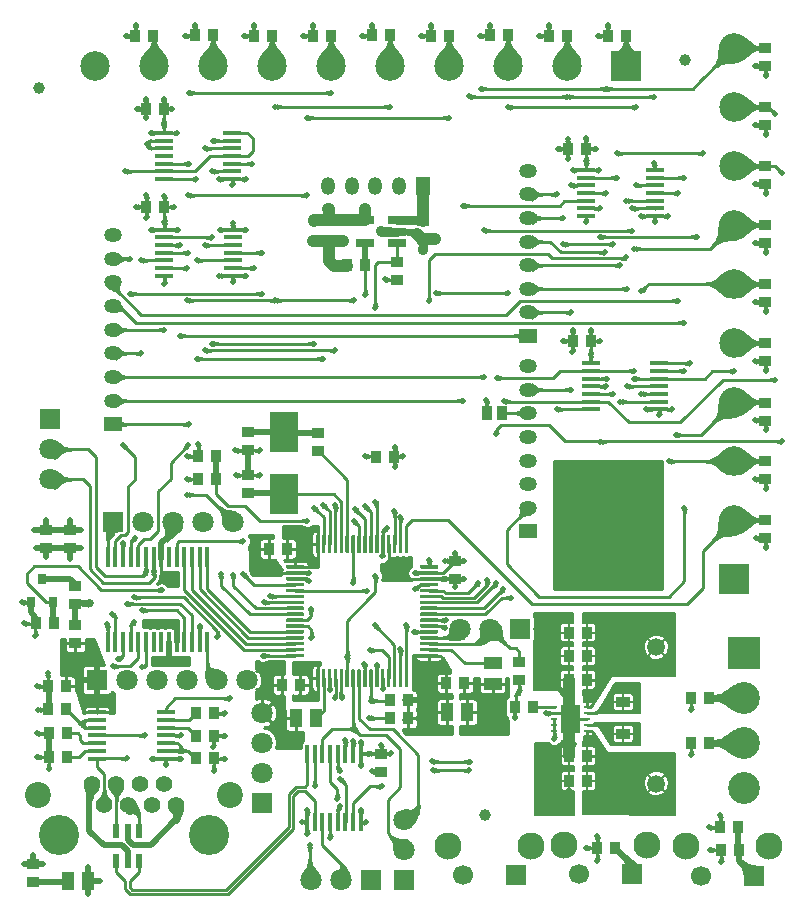
<source format=gbr>
G04 #@! TF.GenerationSoftware,KiCad,Pcbnew,5.1.9*
G04 #@! TF.CreationDate,2021-02-09T23:32:47+01:00*
G04 #@! TF.ProjectId,main_board,6d61696e-5f62-46f6-9172-642e6b696361,1*
G04 #@! TF.SameCoordinates,Original*
G04 #@! TF.FileFunction,Copper,L4,Bot*
G04 #@! TF.FilePolarity,Positive*
%FSLAX46Y46*%
G04 Gerber Fmt 4.6, Leading zero omitted, Abs format (unit mm)*
G04 Created by KiCad (PCBNEW 5.1.9) date 2021-02-09 23:32:47*
%MOMM*%
%LPD*%
G01*
G04 APERTURE LIST*
G04 #@! TA.AperFunction,ComponentPad*
%ADD10C,2.500000*%
G04 #@! TD*
G04 #@! TA.AperFunction,ComponentPad*
%ADD11R,2.500000X2.500000*%
G04 #@! TD*
G04 #@! TA.AperFunction,SMDPad,CuDef*
%ADD12R,0.300000X1.500000*%
G04 #@! TD*
G04 #@! TA.AperFunction,SMDPad,CuDef*
%ADD13R,1.500000X0.300000*%
G04 #@! TD*
G04 #@! TA.AperFunction,SMDPad,CuDef*
%ADD14R,0.620000X1.220000*%
G04 #@! TD*
G04 #@! TA.AperFunction,SMDPad,CuDef*
%ADD15R,1.066800X1.574800*%
G04 #@! TD*
G04 #@! TA.AperFunction,SMDPad,CuDef*
%ADD16R,1.574800X1.066800*%
G04 #@! TD*
G04 #@! TA.AperFunction,SMDPad,CuDef*
%ADD17R,1.066800X0.914400*%
G04 #@! TD*
G04 #@! TA.AperFunction,SMDPad,CuDef*
%ADD18R,0.914400X1.066800*%
G04 #@! TD*
G04 #@! TA.AperFunction,ComponentPad*
%ADD19O,1.524000X1.200000*%
G04 #@! TD*
G04 #@! TA.AperFunction,ComponentPad*
%ADD20R,1.524000X1.200000*%
G04 #@! TD*
G04 #@! TA.AperFunction,ComponentPad*
%ADD21O,1.200000X1.524000*%
G04 #@! TD*
G04 #@! TA.AperFunction,ComponentPad*
%ADD22R,1.200000X1.524000*%
G04 #@! TD*
G04 #@! TA.AperFunction,ComponentPad*
%ADD23C,1.400000*%
G04 #@! TD*
G04 #@! TA.AperFunction,WasherPad*
%ADD24C,3.400000*%
G04 #@! TD*
G04 #@! TA.AperFunction,WasherPad*
%ADD25C,2.200000*%
G04 #@! TD*
G04 #@! TA.AperFunction,SMDPad,CuDef*
%ADD26C,1.000000*%
G04 #@! TD*
G04 #@! TA.AperFunction,SMDPad,CuDef*
%ADD27R,0.970000X1.270000*%
G04 #@! TD*
G04 #@! TA.AperFunction,SMDPad,CuDef*
%ADD28R,1.200000X0.900000*%
G04 #@! TD*
G04 #@! TA.AperFunction,ComponentPad*
%ADD29R,1.800000X1.800000*%
G04 #@! TD*
G04 #@! TA.AperFunction,ComponentPad*
%ADD30C,1.800000*%
G04 #@! TD*
G04 #@! TA.AperFunction,ComponentPad*
%ADD31R,2.700000X2.700000*%
G04 #@! TD*
G04 #@! TA.AperFunction,ComponentPad*
%ADD32C,2.700000*%
G04 #@! TD*
G04 #@! TA.AperFunction,SMDPad,CuDef*
%ADD33R,0.800000X0.900000*%
G04 #@! TD*
G04 #@! TA.AperFunction,ComponentPad*
%ADD34R,1.700000X1.700000*%
G04 #@! TD*
G04 #@! TA.AperFunction,ComponentPad*
%ADD35C,1.700000*%
G04 #@! TD*
G04 #@! TA.AperFunction,ComponentPad*
%ADD36C,2.300000*%
G04 #@! TD*
G04 #@! TA.AperFunction,ComponentPad*
%ADD37C,0.500000*%
G04 #@! TD*
G04 #@! TA.AperFunction,SMDPad,CuDef*
%ADD38C,0.152400*%
G04 #@! TD*
G04 #@! TA.AperFunction,SMDPad,CuDef*
%ADD39R,0.600000X0.240000*%
G04 #@! TD*
G04 #@! TA.AperFunction,SMDPad,CuDef*
%ADD40R,1.560000X0.650000*%
G04 #@! TD*
G04 #@! TA.AperFunction,SMDPad,CuDef*
%ADD41R,0.450000X1.750000*%
G04 #@! TD*
G04 #@! TA.AperFunction,SMDPad,CuDef*
%ADD42R,2.400000X3.500000*%
G04 #@! TD*
G04 #@! TA.AperFunction,SMDPad,CuDef*
%ADD43C,1.500000*%
G04 #@! TD*
G04 #@! TA.AperFunction,ViaPad*
%ADD44C,0.500000*%
G04 #@! TD*
G04 #@! TA.AperFunction,ViaPad*
%ADD45C,0.889000*%
G04 #@! TD*
G04 #@! TA.AperFunction,ViaPad*
%ADD46C,0.685800*%
G04 #@! TD*
G04 #@! TA.AperFunction,Conductor*
%ADD47C,0.254000*%
G04 #@! TD*
G04 #@! TA.AperFunction,Conductor*
%ADD48C,1.016000*%
G04 #@! TD*
G04 #@! TA.AperFunction,Conductor*
%ADD49C,0.508000*%
G04 #@! TD*
G04 #@! TA.AperFunction,Conductor*
%ADD50C,0.762000*%
G04 #@! TD*
G04 #@! TA.AperFunction,Conductor*
%ADD51C,0.229000*%
G04 #@! TD*
G04 #@! TA.AperFunction,Conductor*
%ADD52C,0.199000*%
G04 #@! TD*
G04 #@! TA.AperFunction,Conductor*
%ADD53C,0.152400*%
G04 #@! TD*
G04 #@! TA.AperFunction,Conductor*
%ADD54C,0.253000*%
G04 #@! TD*
G04 #@! TA.AperFunction,NonConductor*
%ADD55C,0.254000*%
G04 #@! TD*
G04 #@! TA.AperFunction,NonConductor*
%ADD56C,0.152400*%
G04 #@! TD*
G04 #@! TA.AperFunction,Conductor*
%ADD57C,0.025400*%
G04 #@! TD*
G04 APERTURE END LIST*
D10*
X289102800Y8337640D03*
X289102800Y3337640D03*
X289102800Y-1662360D03*
X289102800Y-6662360D03*
X289102800Y-11662360D03*
X289102800Y-16662360D03*
X289102800Y-21662360D03*
X289102800Y-26662360D03*
X289102800Y-31662360D03*
D11*
X289102800Y-36662360D03*
D10*
X235009600Y6832600D03*
X240009600Y6832600D03*
X245009600Y6832600D03*
X250009600Y6832600D03*
X255009600Y6832600D03*
X260009600Y6832600D03*
X265009600Y6832600D03*
X270009600Y6832600D03*
X275009600Y6832600D03*
D11*
X280009600Y6832600D03*
D12*
X252979760Y-51435680D03*
X252979760Y-57235680D03*
X257529760Y-57235680D03*
X256879760Y-57235680D03*
X256229760Y-57235680D03*
X255579760Y-57235680D03*
X254929760Y-57235680D03*
X254279760Y-57235680D03*
X253629760Y-57235680D03*
X253629760Y-51435680D03*
X254279760Y-51435680D03*
X254929760Y-51435680D03*
X255579760Y-51435680D03*
X256229760Y-51435680D03*
X256879760Y-51435680D03*
X257529760Y-51435680D03*
D13*
X246704440Y-7072200D03*
X246704440Y-7722200D03*
X246704440Y-8372200D03*
X246704440Y-9022200D03*
X246704440Y-9672200D03*
X246704440Y-10322200D03*
X246704440Y-10972200D03*
X240904440Y-10972200D03*
X240904440Y-10322200D03*
X240904440Y-9672200D03*
X240904440Y-9022200D03*
X240904440Y-8372200D03*
X240904440Y-7722200D03*
X240904440Y-7072200D03*
X246658720Y1121840D03*
X246658720Y471840D03*
X246658720Y-178160D03*
X246658720Y-828160D03*
X246658720Y-1478160D03*
X246658720Y-2128160D03*
X246658720Y-2778160D03*
X240858720Y-2778160D03*
X240858720Y-2128160D03*
X240858720Y-1478160D03*
X240858720Y-828160D03*
X240858720Y-178160D03*
X240858720Y471840D03*
X240858720Y1121840D03*
X282397801Y-2017481D03*
X282397801Y-2667481D03*
X282397801Y-3317481D03*
X282397801Y-3967481D03*
X282397801Y-4617481D03*
X282397801Y-5267481D03*
X282397801Y-5917481D03*
X276597801Y-5917481D03*
X276597801Y-5267481D03*
X276597801Y-4617481D03*
X276597801Y-3967481D03*
X276597801Y-3317481D03*
X276597801Y-2667481D03*
X276597801Y-2017481D03*
X282782600Y-18370120D03*
X282782600Y-19020120D03*
X282782600Y-19670120D03*
X282782600Y-20320120D03*
X282782600Y-20970120D03*
X282782600Y-21620120D03*
X282782600Y-22270120D03*
X276982600Y-22270120D03*
X276982600Y-21620120D03*
X276982600Y-20970120D03*
X276982600Y-20320120D03*
X276982600Y-19670120D03*
X276982600Y-19020120D03*
X276982600Y-18370120D03*
X240999600Y-47940800D03*
X240999600Y-48590800D03*
X240999600Y-49240800D03*
X240999600Y-49890800D03*
X240999600Y-50540800D03*
X240999600Y-51190800D03*
X240999600Y-51840800D03*
X235199600Y-51840800D03*
X235199600Y-51190800D03*
X235199600Y-50540800D03*
X235199600Y-49890800D03*
X235199600Y-49240800D03*
X235199600Y-48590800D03*
X235199600Y-47940800D03*
D14*
X236829600Y-60557400D03*
X237779600Y-60557400D03*
X238729600Y-60557400D03*
X238729600Y-57937400D03*
X237779600Y-57937400D03*
X236829600Y-57937400D03*
D15*
X234442000Y-62214760D03*
X232714800Y-62214760D03*
X266527280Y-47919640D03*
X264800080Y-47919640D03*
D16*
X268686280Y-45496480D03*
X268686280Y-43769280D03*
D15*
X252018800Y-48427640D03*
X253746000Y-48427640D03*
D16*
X254802640Y-8016240D03*
X254802640Y-6289040D03*
D17*
X230886000Y-32512000D03*
X230886000Y-34036000D03*
D18*
X275198840Y-51643280D03*
X276722840Y-51643280D03*
X275198840Y-53726080D03*
X276722840Y-53726080D03*
X275148040Y-41178480D03*
X276672040Y-41178480D03*
X275148040Y-45166280D03*
X276672040Y-45166280D03*
X275148040Y-43185080D03*
X276672040Y-43185080D03*
X275056600Y-218440D03*
X276580600Y-218440D03*
X239379760Y-5140960D03*
X240903760Y-5140960D03*
D17*
X265470640Y-35097720D03*
X265470640Y-36621720D03*
D18*
X250825000Y-45598080D03*
X252349000Y-45598080D03*
X239318800Y3185160D03*
X240842800Y3185160D03*
X288042240Y-59582080D03*
X289566240Y-59582080D03*
D17*
X247980200Y-27843480D03*
X247980200Y-29367480D03*
X247980200Y-25760680D03*
X247980200Y-24236680D03*
D18*
X245292880Y-28183840D03*
X243768880Y-28183840D03*
X243773960Y-26238200D03*
X245297960Y-26238200D03*
X266273280Y-45476160D03*
X264749280Y-45476160D03*
X249732800Y-34091880D03*
X251256800Y-34091880D03*
X275468080Y-16489680D03*
X276992080Y-16489680D03*
D17*
X262773160Y-7833360D03*
X262773160Y-6309360D03*
D18*
X231038400Y-45720000D03*
X232562400Y-45720000D03*
D17*
X259262880Y-52943760D03*
X259262880Y-51419760D03*
X232918000Y-32512000D03*
X232918000Y-34036000D03*
X229814120Y-62283340D03*
X229814120Y-60759340D03*
D18*
X272084800Y-47498000D03*
X270560800Y-47498000D03*
X264972165Y9342120D03*
X263448165Y9342120D03*
D19*
X271718600Y-2074600D03*
X271718600Y-4074600D03*
X271718600Y-6074600D03*
X271718600Y-8074600D03*
X271718600Y-10074600D03*
X271718600Y-12074600D03*
X271718600Y-14074600D03*
D20*
X271718600Y-16074600D03*
D19*
X271718600Y-18614600D03*
X271718600Y-20614600D03*
X271718600Y-22614600D03*
X271718600Y-24614600D03*
X271718600Y-28614600D03*
X271718600Y-30614600D03*
X271718600Y-26614600D03*
D20*
X271718600Y-32614600D03*
D19*
X236508600Y-7534600D03*
X236508600Y-9534600D03*
X236508600Y-11534600D03*
X236508600Y-13534600D03*
X236508600Y-19534600D03*
X236508600Y-15534600D03*
X236508600Y-17534600D03*
X236508600Y-21534600D03*
D20*
X236508600Y-23534600D03*
D21*
X254758600Y-3374600D03*
X256758600Y-3374600D03*
X258758600Y-3374600D03*
D22*
X262758600Y-3374600D03*
D21*
X260758600Y-3374600D03*
D23*
X241888200Y-55805800D03*
X239858200Y-55805800D03*
X237828200Y-55805800D03*
X235798200Y-55805800D03*
X240868200Y-54025800D03*
X238838200Y-54025800D03*
X236808200Y-54025800D03*
X234778200Y-54025800D03*
D24*
X231988200Y-58345800D03*
X244688200Y-58345800D03*
D25*
X230208200Y-54915800D03*
X246468200Y-54915800D03*
D26*
X230286560Y4930140D03*
X268028420Y-56596280D03*
X284962600Y7297420D03*
D27*
X268198680Y-22590760D03*
X269478680Y-22590760D03*
D28*
X279745440Y-49742080D03*
X279745440Y-47042080D03*
D29*
X235178600Y-45186600D03*
D30*
X237718600Y-45186600D03*
X240258600Y-45186600D03*
X242798600Y-45186600D03*
X245338600Y-45186600D03*
X247878600Y-45186600D03*
D29*
X249153680Y-55575200D03*
D30*
X249153680Y-53035200D03*
X249153680Y-50495200D03*
X249153680Y-47955200D03*
D29*
X231185720Y-23124160D03*
D30*
X231185720Y-25664160D03*
X231185720Y-28204160D03*
D29*
X271043400Y-40853360D03*
D30*
X268503400Y-40853360D03*
X265963400Y-40853360D03*
X261218680Y-57048400D03*
X261218680Y-59588400D03*
D29*
X261218680Y-62128400D03*
D31*
X289941000Y-42895520D03*
D32*
X289941000Y-46705520D03*
X289941000Y-50515520D03*
X289941000Y-54325520D03*
D29*
X236550200Y-31775400D03*
D30*
X239090200Y-31775400D03*
X241630200Y-31775400D03*
X244170200Y-31775400D03*
X246710200Y-31775400D03*
X253273560Y-62118240D03*
X255813560Y-62118240D03*
D29*
X258353560Y-62118240D03*
D33*
X230550720Y-36612320D03*
X229600720Y-38612320D03*
X231500720Y-38612320D03*
D34*
X270676600Y-61696720D03*
D35*
X266154600Y-61696720D03*
D36*
X271920600Y-59206720D03*
X264910600Y-59206720D03*
X285070640Y-59276880D03*
X292080640Y-59276880D03*
D35*
X286314640Y-61766880D03*
D34*
X290836640Y-61766880D03*
X280526720Y-61645920D03*
D35*
X276004720Y-61645920D03*
D36*
X281770720Y-59155920D03*
X274760720Y-59155920D03*
D37*
X275300440Y-47543680D03*
X274725440Y-48493680D03*
X275875440Y-48493680D03*
X275300440Y-49443680D03*
G04 #@! TA.AperFunction,SMDPad,CuDef*
D38*
G36*
X275425440Y-49693680D02*
G01*
X275175440Y-49693680D01*
X275175440Y-50193680D01*
X274925440Y-50193680D01*
X274925440Y-49693680D01*
X274475440Y-49693680D01*
X274475440Y-47293680D01*
X274925440Y-47293680D01*
X274925440Y-46793680D01*
X275175440Y-46793680D01*
X275175440Y-47293680D01*
X275425440Y-47293680D01*
X275425440Y-46793680D01*
X275675440Y-46793680D01*
X275675440Y-47293680D01*
X276125440Y-47293680D01*
X276125440Y-49693680D01*
X275675440Y-49693680D01*
X275675440Y-50193680D01*
X275425440Y-50193680D01*
X275425440Y-49693680D01*
G37*
G04 #@! TD.AperFunction*
D39*
X273900440Y-47493680D03*
X273900440Y-47993680D03*
X273900440Y-48493680D03*
X273900440Y-48993680D03*
X273900440Y-49493680D03*
X276700440Y-49493680D03*
X276700440Y-48993680D03*
X276700440Y-48493680D03*
X276700440Y-47993680D03*
X276700440Y-47493680D03*
G04 #@! TA.AperFunction,SMDPad,CuDef*
G36*
G01*
X251257200Y-35470000D02*
X252657200Y-35470000D01*
G75*
G02*
X252732200Y-35545000I0J-75000D01*
G01*
X252732200Y-35695000D01*
G75*
G02*
X252657200Y-35770000I-75000J0D01*
G01*
X251257200Y-35770000D01*
G75*
G02*
X251182200Y-35695000I0J75000D01*
G01*
X251182200Y-35545000D01*
G75*
G02*
X251257200Y-35470000I75000J0D01*
G01*
G37*
G04 #@! TD.AperFunction*
G04 #@! TA.AperFunction,SMDPad,CuDef*
G36*
G01*
X251257200Y-35970000D02*
X252657200Y-35970000D01*
G75*
G02*
X252732200Y-36045000I0J-75000D01*
G01*
X252732200Y-36195000D01*
G75*
G02*
X252657200Y-36270000I-75000J0D01*
G01*
X251257200Y-36270000D01*
G75*
G02*
X251182200Y-36195000I0J75000D01*
G01*
X251182200Y-36045000D01*
G75*
G02*
X251257200Y-35970000I75000J0D01*
G01*
G37*
G04 #@! TD.AperFunction*
G04 #@! TA.AperFunction,SMDPad,CuDef*
G36*
G01*
X251257200Y-36470000D02*
X252657200Y-36470000D01*
G75*
G02*
X252732200Y-36545000I0J-75000D01*
G01*
X252732200Y-36695000D01*
G75*
G02*
X252657200Y-36770000I-75000J0D01*
G01*
X251257200Y-36770000D01*
G75*
G02*
X251182200Y-36695000I0J75000D01*
G01*
X251182200Y-36545000D01*
G75*
G02*
X251257200Y-36470000I75000J0D01*
G01*
G37*
G04 #@! TD.AperFunction*
G04 #@! TA.AperFunction,SMDPad,CuDef*
G36*
G01*
X251257200Y-36970000D02*
X252657200Y-36970000D01*
G75*
G02*
X252732200Y-37045000I0J-75000D01*
G01*
X252732200Y-37195000D01*
G75*
G02*
X252657200Y-37270000I-75000J0D01*
G01*
X251257200Y-37270000D01*
G75*
G02*
X251182200Y-37195000I0J75000D01*
G01*
X251182200Y-37045000D01*
G75*
G02*
X251257200Y-36970000I75000J0D01*
G01*
G37*
G04 #@! TD.AperFunction*
G04 #@! TA.AperFunction,SMDPad,CuDef*
G36*
G01*
X251257200Y-37470000D02*
X252657200Y-37470000D01*
G75*
G02*
X252732200Y-37545000I0J-75000D01*
G01*
X252732200Y-37695000D01*
G75*
G02*
X252657200Y-37770000I-75000J0D01*
G01*
X251257200Y-37770000D01*
G75*
G02*
X251182200Y-37695000I0J75000D01*
G01*
X251182200Y-37545000D01*
G75*
G02*
X251257200Y-37470000I75000J0D01*
G01*
G37*
G04 #@! TD.AperFunction*
G04 #@! TA.AperFunction,SMDPad,CuDef*
G36*
G01*
X251257200Y-37970000D02*
X252657200Y-37970000D01*
G75*
G02*
X252732200Y-38045000I0J-75000D01*
G01*
X252732200Y-38195000D01*
G75*
G02*
X252657200Y-38270000I-75000J0D01*
G01*
X251257200Y-38270000D01*
G75*
G02*
X251182200Y-38195000I0J75000D01*
G01*
X251182200Y-38045000D01*
G75*
G02*
X251257200Y-37970000I75000J0D01*
G01*
G37*
G04 #@! TD.AperFunction*
G04 #@! TA.AperFunction,SMDPad,CuDef*
G36*
G01*
X251257200Y-38470000D02*
X252657200Y-38470000D01*
G75*
G02*
X252732200Y-38545000I0J-75000D01*
G01*
X252732200Y-38695000D01*
G75*
G02*
X252657200Y-38770000I-75000J0D01*
G01*
X251257200Y-38770000D01*
G75*
G02*
X251182200Y-38695000I0J75000D01*
G01*
X251182200Y-38545000D01*
G75*
G02*
X251257200Y-38470000I75000J0D01*
G01*
G37*
G04 #@! TD.AperFunction*
G04 #@! TA.AperFunction,SMDPad,CuDef*
G36*
G01*
X251257200Y-38970000D02*
X252657200Y-38970000D01*
G75*
G02*
X252732200Y-39045000I0J-75000D01*
G01*
X252732200Y-39195000D01*
G75*
G02*
X252657200Y-39270000I-75000J0D01*
G01*
X251257200Y-39270000D01*
G75*
G02*
X251182200Y-39195000I0J75000D01*
G01*
X251182200Y-39045000D01*
G75*
G02*
X251257200Y-38970000I75000J0D01*
G01*
G37*
G04 #@! TD.AperFunction*
G04 #@! TA.AperFunction,SMDPad,CuDef*
G36*
G01*
X251257200Y-39470000D02*
X252657200Y-39470000D01*
G75*
G02*
X252732200Y-39545000I0J-75000D01*
G01*
X252732200Y-39695000D01*
G75*
G02*
X252657200Y-39770000I-75000J0D01*
G01*
X251257200Y-39770000D01*
G75*
G02*
X251182200Y-39695000I0J75000D01*
G01*
X251182200Y-39545000D01*
G75*
G02*
X251257200Y-39470000I75000J0D01*
G01*
G37*
G04 #@! TD.AperFunction*
G04 #@! TA.AperFunction,SMDPad,CuDef*
G36*
G01*
X251257200Y-39970000D02*
X252657200Y-39970000D01*
G75*
G02*
X252732200Y-40045000I0J-75000D01*
G01*
X252732200Y-40195000D01*
G75*
G02*
X252657200Y-40270000I-75000J0D01*
G01*
X251257200Y-40270000D01*
G75*
G02*
X251182200Y-40195000I0J75000D01*
G01*
X251182200Y-40045000D01*
G75*
G02*
X251257200Y-39970000I75000J0D01*
G01*
G37*
G04 #@! TD.AperFunction*
G04 #@! TA.AperFunction,SMDPad,CuDef*
G36*
G01*
X251257200Y-40470000D02*
X252657200Y-40470000D01*
G75*
G02*
X252732200Y-40545000I0J-75000D01*
G01*
X252732200Y-40695000D01*
G75*
G02*
X252657200Y-40770000I-75000J0D01*
G01*
X251257200Y-40770000D01*
G75*
G02*
X251182200Y-40695000I0J75000D01*
G01*
X251182200Y-40545000D01*
G75*
G02*
X251257200Y-40470000I75000J0D01*
G01*
G37*
G04 #@! TD.AperFunction*
G04 #@! TA.AperFunction,SMDPad,CuDef*
G36*
G01*
X251257200Y-40970000D02*
X252657200Y-40970000D01*
G75*
G02*
X252732200Y-41045000I0J-75000D01*
G01*
X252732200Y-41195000D01*
G75*
G02*
X252657200Y-41270000I-75000J0D01*
G01*
X251257200Y-41270000D01*
G75*
G02*
X251182200Y-41195000I0J75000D01*
G01*
X251182200Y-41045000D01*
G75*
G02*
X251257200Y-40970000I75000J0D01*
G01*
G37*
G04 #@! TD.AperFunction*
G04 #@! TA.AperFunction,SMDPad,CuDef*
G36*
G01*
X251257200Y-41470000D02*
X252657200Y-41470000D01*
G75*
G02*
X252732200Y-41545000I0J-75000D01*
G01*
X252732200Y-41695000D01*
G75*
G02*
X252657200Y-41770000I-75000J0D01*
G01*
X251257200Y-41770000D01*
G75*
G02*
X251182200Y-41695000I0J75000D01*
G01*
X251182200Y-41545000D01*
G75*
G02*
X251257200Y-41470000I75000J0D01*
G01*
G37*
G04 #@! TD.AperFunction*
G04 #@! TA.AperFunction,SMDPad,CuDef*
G36*
G01*
X251257200Y-41970000D02*
X252657200Y-41970000D01*
G75*
G02*
X252732200Y-42045000I0J-75000D01*
G01*
X252732200Y-42195000D01*
G75*
G02*
X252657200Y-42270000I-75000J0D01*
G01*
X251257200Y-42270000D01*
G75*
G02*
X251182200Y-42195000I0J75000D01*
G01*
X251182200Y-42045000D01*
G75*
G02*
X251257200Y-41970000I75000J0D01*
G01*
G37*
G04 #@! TD.AperFunction*
G04 #@! TA.AperFunction,SMDPad,CuDef*
G36*
G01*
X251257200Y-42470000D02*
X252657200Y-42470000D01*
G75*
G02*
X252732200Y-42545000I0J-75000D01*
G01*
X252732200Y-42695000D01*
G75*
G02*
X252657200Y-42770000I-75000J0D01*
G01*
X251257200Y-42770000D01*
G75*
G02*
X251182200Y-42695000I0J75000D01*
G01*
X251182200Y-42545000D01*
G75*
G02*
X251257200Y-42470000I75000J0D01*
G01*
G37*
G04 #@! TD.AperFunction*
G04 #@! TA.AperFunction,SMDPad,CuDef*
G36*
G01*
X251257200Y-42970000D02*
X252657200Y-42970000D01*
G75*
G02*
X252732200Y-43045000I0J-75000D01*
G01*
X252732200Y-43195000D01*
G75*
G02*
X252657200Y-43270000I-75000J0D01*
G01*
X251257200Y-43270000D01*
G75*
G02*
X251182200Y-43195000I0J75000D01*
G01*
X251182200Y-43045000D01*
G75*
G02*
X251257200Y-42970000I75000J0D01*
G01*
G37*
G04 #@! TD.AperFunction*
G04 #@! TA.AperFunction,SMDPad,CuDef*
G36*
G01*
X253807200Y-44270000D02*
X253957200Y-44270000D01*
G75*
G02*
X254032200Y-44345000I0J-75000D01*
G01*
X254032200Y-45745000D01*
G75*
G02*
X253957200Y-45820000I-75000J0D01*
G01*
X253807200Y-45820000D01*
G75*
G02*
X253732200Y-45745000I0J75000D01*
G01*
X253732200Y-44345000D01*
G75*
G02*
X253807200Y-44270000I75000J0D01*
G01*
G37*
G04 #@! TD.AperFunction*
G04 #@! TA.AperFunction,SMDPad,CuDef*
G36*
G01*
X254307200Y-44270000D02*
X254457200Y-44270000D01*
G75*
G02*
X254532200Y-44345000I0J-75000D01*
G01*
X254532200Y-45745000D01*
G75*
G02*
X254457200Y-45820000I-75000J0D01*
G01*
X254307200Y-45820000D01*
G75*
G02*
X254232200Y-45745000I0J75000D01*
G01*
X254232200Y-44345000D01*
G75*
G02*
X254307200Y-44270000I75000J0D01*
G01*
G37*
G04 #@! TD.AperFunction*
G04 #@! TA.AperFunction,SMDPad,CuDef*
G36*
G01*
X254807200Y-44270000D02*
X254957200Y-44270000D01*
G75*
G02*
X255032200Y-44345000I0J-75000D01*
G01*
X255032200Y-45745000D01*
G75*
G02*
X254957200Y-45820000I-75000J0D01*
G01*
X254807200Y-45820000D01*
G75*
G02*
X254732200Y-45745000I0J75000D01*
G01*
X254732200Y-44345000D01*
G75*
G02*
X254807200Y-44270000I75000J0D01*
G01*
G37*
G04 #@! TD.AperFunction*
G04 #@! TA.AperFunction,SMDPad,CuDef*
G36*
G01*
X255307200Y-44270000D02*
X255457200Y-44270000D01*
G75*
G02*
X255532200Y-44345000I0J-75000D01*
G01*
X255532200Y-45745000D01*
G75*
G02*
X255457200Y-45820000I-75000J0D01*
G01*
X255307200Y-45820000D01*
G75*
G02*
X255232200Y-45745000I0J75000D01*
G01*
X255232200Y-44345000D01*
G75*
G02*
X255307200Y-44270000I75000J0D01*
G01*
G37*
G04 #@! TD.AperFunction*
G04 #@! TA.AperFunction,SMDPad,CuDef*
G36*
G01*
X255807200Y-44270000D02*
X255957200Y-44270000D01*
G75*
G02*
X256032200Y-44345000I0J-75000D01*
G01*
X256032200Y-45745000D01*
G75*
G02*
X255957200Y-45820000I-75000J0D01*
G01*
X255807200Y-45820000D01*
G75*
G02*
X255732200Y-45745000I0J75000D01*
G01*
X255732200Y-44345000D01*
G75*
G02*
X255807200Y-44270000I75000J0D01*
G01*
G37*
G04 #@! TD.AperFunction*
G04 #@! TA.AperFunction,SMDPad,CuDef*
G36*
G01*
X256307200Y-44270000D02*
X256457200Y-44270000D01*
G75*
G02*
X256532200Y-44345000I0J-75000D01*
G01*
X256532200Y-45745000D01*
G75*
G02*
X256457200Y-45820000I-75000J0D01*
G01*
X256307200Y-45820000D01*
G75*
G02*
X256232200Y-45745000I0J75000D01*
G01*
X256232200Y-44345000D01*
G75*
G02*
X256307200Y-44270000I75000J0D01*
G01*
G37*
G04 #@! TD.AperFunction*
G04 #@! TA.AperFunction,SMDPad,CuDef*
G36*
G01*
X256807200Y-44270000D02*
X256957200Y-44270000D01*
G75*
G02*
X257032200Y-44345000I0J-75000D01*
G01*
X257032200Y-45745000D01*
G75*
G02*
X256957200Y-45820000I-75000J0D01*
G01*
X256807200Y-45820000D01*
G75*
G02*
X256732200Y-45745000I0J75000D01*
G01*
X256732200Y-44345000D01*
G75*
G02*
X256807200Y-44270000I75000J0D01*
G01*
G37*
G04 #@! TD.AperFunction*
G04 #@! TA.AperFunction,SMDPad,CuDef*
G36*
G01*
X257307200Y-44270000D02*
X257457200Y-44270000D01*
G75*
G02*
X257532200Y-44345000I0J-75000D01*
G01*
X257532200Y-45745000D01*
G75*
G02*
X257457200Y-45820000I-75000J0D01*
G01*
X257307200Y-45820000D01*
G75*
G02*
X257232200Y-45745000I0J75000D01*
G01*
X257232200Y-44345000D01*
G75*
G02*
X257307200Y-44270000I75000J0D01*
G01*
G37*
G04 #@! TD.AperFunction*
G04 #@! TA.AperFunction,SMDPad,CuDef*
G36*
G01*
X257807200Y-44270000D02*
X257957200Y-44270000D01*
G75*
G02*
X258032200Y-44345000I0J-75000D01*
G01*
X258032200Y-45745000D01*
G75*
G02*
X257957200Y-45820000I-75000J0D01*
G01*
X257807200Y-45820000D01*
G75*
G02*
X257732200Y-45745000I0J75000D01*
G01*
X257732200Y-44345000D01*
G75*
G02*
X257807200Y-44270000I75000J0D01*
G01*
G37*
G04 #@! TD.AperFunction*
G04 #@! TA.AperFunction,SMDPad,CuDef*
G36*
G01*
X258307200Y-44270000D02*
X258457200Y-44270000D01*
G75*
G02*
X258532200Y-44345000I0J-75000D01*
G01*
X258532200Y-45745000D01*
G75*
G02*
X258457200Y-45820000I-75000J0D01*
G01*
X258307200Y-45820000D01*
G75*
G02*
X258232200Y-45745000I0J75000D01*
G01*
X258232200Y-44345000D01*
G75*
G02*
X258307200Y-44270000I75000J0D01*
G01*
G37*
G04 #@! TD.AperFunction*
G04 #@! TA.AperFunction,SMDPad,CuDef*
G36*
G01*
X258807200Y-44270000D02*
X258957200Y-44270000D01*
G75*
G02*
X259032200Y-44345000I0J-75000D01*
G01*
X259032200Y-45745000D01*
G75*
G02*
X258957200Y-45820000I-75000J0D01*
G01*
X258807200Y-45820000D01*
G75*
G02*
X258732200Y-45745000I0J75000D01*
G01*
X258732200Y-44345000D01*
G75*
G02*
X258807200Y-44270000I75000J0D01*
G01*
G37*
G04 #@! TD.AperFunction*
G04 #@! TA.AperFunction,SMDPad,CuDef*
G36*
G01*
X259307200Y-44270000D02*
X259457200Y-44270000D01*
G75*
G02*
X259532200Y-44345000I0J-75000D01*
G01*
X259532200Y-45745000D01*
G75*
G02*
X259457200Y-45820000I-75000J0D01*
G01*
X259307200Y-45820000D01*
G75*
G02*
X259232200Y-45745000I0J75000D01*
G01*
X259232200Y-44345000D01*
G75*
G02*
X259307200Y-44270000I75000J0D01*
G01*
G37*
G04 #@! TD.AperFunction*
G04 #@! TA.AperFunction,SMDPad,CuDef*
G36*
G01*
X259807200Y-44270000D02*
X259957200Y-44270000D01*
G75*
G02*
X260032200Y-44345000I0J-75000D01*
G01*
X260032200Y-45745000D01*
G75*
G02*
X259957200Y-45820000I-75000J0D01*
G01*
X259807200Y-45820000D01*
G75*
G02*
X259732200Y-45745000I0J75000D01*
G01*
X259732200Y-44345000D01*
G75*
G02*
X259807200Y-44270000I75000J0D01*
G01*
G37*
G04 #@! TD.AperFunction*
G04 #@! TA.AperFunction,SMDPad,CuDef*
G36*
G01*
X260307200Y-44270000D02*
X260457200Y-44270000D01*
G75*
G02*
X260532200Y-44345000I0J-75000D01*
G01*
X260532200Y-45745000D01*
G75*
G02*
X260457200Y-45820000I-75000J0D01*
G01*
X260307200Y-45820000D01*
G75*
G02*
X260232200Y-45745000I0J75000D01*
G01*
X260232200Y-44345000D01*
G75*
G02*
X260307200Y-44270000I75000J0D01*
G01*
G37*
G04 #@! TD.AperFunction*
G04 #@! TA.AperFunction,SMDPad,CuDef*
G36*
G01*
X260807200Y-44270000D02*
X260957200Y-44270000D01*
G75*
G02*
X261032200Y-44345000I0J-75000D01*
G01*
X261032200Y-45745000D01*
G75*
G02*
X260957200Y-45820000I-75000J0D01*
G01*
X260807200Y-45820000D01*
G75*
G02*
X260732200Y-45745000I0J75000D01*
G01*
X260732200Y-44345000D01*
G75*
G02*
X260807200Y-44270000I75000J0D01*
G01*
G37*
G04 #@! TD.AperFunction*
G04 #@! TA.AperFunction,SMDPad,CuDef*
G36*
G01*
X261307200Y-44270000D02*
X261457200Y-44270000D01*
G75*
G02*
X261532200Y-44345000I0J-75000D01*
G01*
X261532200Y-45745000D01*
G75*
G02*
X261457200Y-45820000I-75000J0D01*
G01*
X261307200Y-45820000D01*
G75*
G02*
X261232200Y-45745000I0J75000D01*
G01*
X261232200Y-44345000D01*
G75*
G02*
X261307200Y-44270000I75000J0D01*
G01*
G37*
G04 #@! TD.AperFunction*
G04 #@! TA.AperFunction,SMDPad,CuDef*
G36*
G01*
X262607200Y-42970000D02*
X264007200Y-42970000D01*
G75*
G02*
X264082200Y-43045000I0J-75000D01*
G01*
X264082200Y-43195000D01*
G75*
G02*
X264007200Y-43270000I-75000J0D01*
G01*
X262607200Y-43270000D01*
G75*
G02*
X262532200Y-43195000I0J75000D01*
G01*
X262532200Y-43045000D01*
G75*
G02*
X262607200Y-42970000I75000J0D01*
G01*
G37*
G04 #@! TD.AperFunction*
G04 #@! TA.AperFunction,SMDPad,CuDef*
G36*
G01*
X262607200Y-42470000D02*
X264007200Y-42470000D01*
G75*
G02*
X264082200Y-42545000I0J-75000D01*
G01*
X264082200Y-42695000D01*
G75*
G02*
X264007200Y-42770000I-75000J0D01*
G01*
X262607200Y-42770000D01*
G75*
G02*
X262532200Y-42695000I0J75000D01*
G01*
X262532200Y-42545000D01*
G75*
G02*
X262607200Y-42470000I75000J0D01*
G01*
G37*
G04 #@! TD.AperFunction*
G04 #@! TA.AperFunction,SMDPad,CuDef*
G36*
G01*
X262607200Y-41970000D02*
X264007200Y-41970000D01*
G75*
G02*
X264082200Y-42045000I0J-75000D01*
G01*
X264082200Y-42195000D01*
G75*
G02*
X264007200Y-42270000I-75000J0D01*
G01*
X262607200Y-42270000D01*
G75*
G02*
X262532200Y-42195000I0J75000D01*
G01*
X262532200Y-42045000D01*
G75*
G02*
X262607200Y-41970000I75000J0D01*
G01*
G37*
G04 #@! TD.AperFunction*
G04 #@! TA.AperFunction,SMDPad,CuDef*
G36*
G01*
X262607200Y-41470000D02*
X264007200Y-41470000D01*
G75*
G02*
X264082200Y-41545000I0J-75000D01*
G01*
X264082200Y-41695000D01*
G75*
G02*
X264007200Y-41770000I-75000J0D01*
G01*
X262607200Y-41770000D01*
G75*
G02*
X262532200Y-41695000I0J75000D01*
G01*
X262532200Y-41545000D01*
G75*
G02*
X262607200Y-41470000I75000J0D01*
G01*
G37*
G04 #@! TD.AperFunction*
G04 #@! TA.AperFunction,SMDPad,CuDef*
G36*
G01*
X262607200Y-40970000D02*
X264007200Y-40970000D01*
G75*
G02*
X264082200Y-41045000I0J-75000D01*
G01*
X264082200Y-41195000D01*
G75*
G02*
X264007200Y-41270000I-75000J0D01*
G01*
X262607200Y-41270000D01*
G75*
G02*
X262532200Y-41195000I0J75000D01*
G01*
X262532200Y-41045000D01*
G75*
G02*
X262607200Y-40970000I75000J0D01*
G01*
G37*
G04 #@! TD.AperFunction*
G04 #@! TA.AperFunction,SMDPad,CuDef*
G36*
G01*
X262607200Y-40470000D02*
X264007200Y-40470000D01*
G75*
G02*
X264082200Y-40545000I0J-75000D01*
G01*
X264082200Y-40695000D01*
G75*
G02*
X264007200Y-40770000I-75000J0D01*
G01*
X262607200Y-40770000D01*
G75*
G02*
X262532200Y-40695000I0J75000D01*
G01*
X262532200Y-40545000D01*
G75*
G02*
X262607200Y-40470000I75000J0D01*
G01*
G37*
G04 #@! TD.AperFunction*
G04 #@! TA.AperFunction,SMDPad,CuDef*
G36*
G01*
X262607200Y-39970000D02*
X264007200Y-39970000D01*
G75*
G02*
X264082200Y-40045000I0J-75000D01*
G01*
X264082200Y-40195000D01*
G75*
G02*
X264007200Y-40270000I-75000J0D01*
G01*
X262607200Y-40270000D01*
G75*
G02*
X262532200Y-40195000I0J75000D01*
G01*
X262532200Y-40045000D01*
G75*
G02*
X262607200Y-39970000I75000J0D01*
G01*
G37*
G04 #@! TD.AperFunction*
G04 #@! TA.AperFunction,SMDPad,CuDef*
G36*
G01*
X262607200Y-39470000D02*
X264007200Y-39470000D01*
G75*
G02*
X264082200Y-39545000I0J-75000D01*
G01*
X264082200Y-39695000D01*
G75*
G02*
X264007200Y-39770000I-75000J0D01*
G01*
X262607200Y-39770000D01*
G75*
G02*
X262532200Y-39695000I0J75000D01*
G01*
X262532200Y-39545000D01*
G75*
G02*
X262607200Y-39470000I75000J0D01*
G01*
G37*
G04 #@! TD.AperFunction*
G04 #@! TA.AperFunction,SMDPad,CuDef*
G36*
G01*
X262607200Y-38970000D02*
X264007200Y-38970000D01*
G75*
G02*
X264082200Y-39045000I0J-75000D01*
G01*
X264082200Y-39195000D01*
G75*
G02*
X264007200Y-39270000I-75000J0D01*
G01*
X262607200Y-39270000D01*
G75*
G02*
X262532200Y-39195000I0J75000D01*
G01*
X262532200Y-39045000D01*
G75*
G02*
X262607200Y-38970000I75000J0D01*
G01*
G37*
G04 #@! TD.AperFunction*
G04 #@! TA.AperFunction,SMDPad,CuDef*
G36*
G01*
X262607200Y-38470000D02*
X264007200Y-38470000D01*
G75*
G02*
X264082200Y-38545000I0J-75000D01*
G01*
X264082200Y-38695000D01*
G75*
G02*
X264007200Y-38770000I-75000J0D01*
G01*
X262607200Y-38770000D01*
G75*
G02*
X262532200Y-38695000I0J75000D01*
G01*
X262532200Y-38545000D01*
G75*
G02*
X262607200Y-38470000I75000J0D01*
G01*
G37*
G04 #@! TD.AperFunction*
G04 #@! TA.AperFunction,SMDPad,CuDef*
G36*
G01*
X262607200Y-37970000D02*
X264007200Y-37970000D01*
G75*
G02*
X264082200Y-38045000I0J-75000D01*
G01*
X264082200Y-38195000D01*
G75*
G02*
X264007200Y-38270000I-75000J0D01*
G01*
X262607200Y-38270000D01*
G75*
G02*
X262532200Y-38195000I0J75000D01*
G01*
X262532200Y-38045000D01*
G75*
G02*
X262607200Y-37970000I75000J0D01*
G01*
G37*
G04 #@! TD.AperFunction*
G04 #@! TA.AperFunction,SMDPad,CuDef*
G36*
G01*
X262607200Y-37470000D02*
X264007200Y-37470000D01*
G75*
G02*
X264082200Y-37545000I0J-75000D01*
G01*
X264082200Y-37695000D01*
G75*
G02*
X264007200Y-37770000I-75000J0D01*
G01*
X262607200Y-37770000D01*
G75*
G02*
X262532200Y-37695000I0J75000D01*
G01*
X262532200Y-37545000D01*
G75*
G02*
X262607200Y-37470000I75000J0D01*
G01*
G37*
G04 #@! TD.AperFunction*
G04 #@! TA.AperFunction,SMDPad,CuDef*
G36*
G01*
X262607200Y-36970000D02*
X264007200Y-36970000D01*
G75*
G02*
X264082200Y-37045000I0J-75000D01*
G01*
X264082200Y-37195000D01*
G75*
G02*
X264007200Y-37270000I-75000J0D01*
G01*
X262607200Y-37270000D01*
G75*
G02*
X262532200Y-37195000I0J75000D01*
G01*
X262532200Y-37045000D01*
G75*
G02*
X262607200Y-36970000I75000J0D01*
G01*
G37*
G04 #@! TD.AperFunction*
G04 #@! TA.AperFunction,SMDPad,CuDef*
G36*
G01*
X262607200Y-36470000D02*
X264007200Y-36470000D01*
G75*
G02*
X264082200Y-36545000I0J-75000D01*
G01*
X264082200Y-36695000D01*
G75*
G02*
X264007200Y-36770000I-75000J0D01*
G01*
X262607200Y-36770000D01*
G75*
G02*
X262532200Y-36695000I0J75000D01*
G01*
X262532200Y-36545000D01*
G75*
G02*
X262607200Y-36470000I75000J0D01*
G01*
G37*
G04 #@! TD.AperFunction*
G04 #@! TA.AperFunction,SMDPad,CuDef*
G36*
G01*
X262607200Y-35970000D02*
X264007200Y-35970000D01*
G75*
G02*
X264082200Y-36045000I0J-75000D01*
G01*
X264082200Y-36195000D01*
G75*
G02*
X264007200Y-36270000I-75000J0D01*
G01*
X262607200Y-36270000D01*
G75*
G02*
X262532200Y-36195000I0J75000D01*
G01*
X262532200Y-36045000D01*
G75*
G02*
X262607200Y-35970000I75000J0D01*
G01*
G37*
G04 #@! TD.AperFunction*
G04 #@! TA.AperFunction,SMDPad,CuDef*
G36*
G01*
X262607200Y-35470000D02*
X264007200Y-35470000D01*
G75*
G02*
X264082200Y-35545000I0J-75000D01*
G01*
X264082200Y-35695000D01*
G75*
G02*
X264007200Y-35770000I-75000J0D01*
G01*
X262607200Y-35770000D01*
G75*
G02*
X262532200Y-35695000I0J75000D01*
G01*
X262532200Y-35545000D01*
G75*
G02*
X262607200Y-35470000I75000J0D01*
G01*
G37*
G04 #@! TD.AperFunction*
G04 #@! TA.AperFunction,SMDPad,CuDef*
G36*
G01*
X261307200Y-32920000D02*
X261457200Y-32920000D01*
G75*
G02*
X261532200Y-32995000I0J-75000D01*
G01*
X261532200Y-34395000D01*
G75*
G02*
X261457200Y-34470000I-75000J0D01*
G01*
X261307200Y-34470000D01*
G75*
G02*
X261232200Y-34395000I0J75000D01*
G01*
X261232200Y-32995000D01*
G75*
G02*
X261307200Y-32920000I75000J0D01*
G01*
G37*
G04 #@! TD.AperFunction*
G04 #@! TA.AperFunction,SMDPad,CuDef*
G36*
G01*
X260807200Y-32920000D02*
X260957200Y-32920000D01*
G75*
G02*
X261032200Y-32995000I0J-75000D01*
G01*
X261032200Y-34395000D01*
G75*
G02*
X260957200Y-34470000I-75000J0D01*
G01*
X260807200Y-34470000D01*
G75*
G02*
X260732200Y-34395000I0J75000D01*
G01*
X260732200Y-32995000D01*
G75*
G02*
X260807200Y-32920000I75000J0D01*
G01*
G37*
G04 #@! TD.AperFunction*
G04 #@! TA.AperFunction,SMDPad,CuDef*
G36*
G01*
X260307200Y-32920000D02*
X260457200Y-32920000D01*
G75*
G02*
X260532200Y-32995000I0J-75000D01*
G01*
X260532200Y-34395000D01*
G75*
G02*
X260457200Y-34470000I-75000J0D01*
G01*
X260307200Y-34470000D01*
G75*
G02*
X260232200Y-34395000I0J75000D01*
G01*
X260232200Y-32995000D01*
G75*
G02*
X260307200Y-32920000I75000J0D01*
G01*
G37*
G04 #@! TD.AperFunction*
G04 #@! TA.AperFunction,SMDPad,CuDef*
G36*
G01*
X259807200Y-32920000D02*
X259957200Y-32920000D01*
G75*
G02*
X260032200Y-32995000I0J-75000D01*
G01*
X260032200Y-34395000D01*
G75*
G02*
X259957200Y-34470000I-75000J0D01*
G01*
X259807200Y-34470000D01*
G75*
G02*
X259732200Y-34395000I0J75000D01*
G01*
X259732200Y-32995000D01*
G75*
G02*
X259807200Y-32920000I75000J0D01*
G01*
G37*
G04 #@! TD.AperFunction*
G04 #@! TA.AperFunction,SMDPad,CuDef*
G36*
G01*
X259307200Y-32920000D02*
X259457200Y-32920000D01*
G75*
G02*
X259532200Y-32995000I0J-75000D01*
G01*
X259532200Y-34395000D01*
G75*
G02*
X259457200Y-34470000I-75000J0D01*
G01*
X259307200Y-34470000D01*
G75*
G02*
X259232200Y-34395000I0J75000D01*
G01*
X259232200Y-32995000D01*
G75*
G02*
X259307200Y-32920000I75000J0D01*
G01*
G37*
G04 #@! TD.AperFunction*
G04 #@! TA.AperFunction,SMDPad,CuDef*
G36*
G01*
X258807200Y-32920000D02*
X258957200Y-32920000D01*
G75*
G02*
X259032200Y-32995000I0J-75000D01*
G01*
X259032200Y-34395000D01*
G75*
G02*
X258957200Y-34470000I-75000J0D01*
G01*
X258807200Y-34470000D01*
G75*
G02*
X258732200Y-34395000I0J75000D01*
G01*
X258732200Y-32995000D01*
G75*
G02*
X258807200Y-32920000I75000J0D01*
G01*
G37*
G04 #@! TD.AperFunction*
G04 #@! TA.AperFunction,SMDPad,CuDef*
G36*
G01*
X258307200Y-32920000D02*
X258457200Y-32920000D01*
G75*
G02*
X258532200Y-32995000I0J-75000D01*
G01*
X258532200Y-34395000D01*
G75*
G02*
X258457200Y-34470000I-75000J0D01*
G01*
X258307200Y-34470000D01*
G75*
G02*
X258232200Y-34395000I0J75000D01*
G01*
X258232200Y-32995000D01*
G75*
G02*
X258307200Y-32920000I75000J0D01*
G01*
G37*
G04 #@! TD.AperFunction*
G04 #@! TA.AperFunction,SMDPad,CuDef*
G36*
G01*
X257807200Y-32920000D02*
X257957200Y-32920000D01*
G75*
G02*
X258032200Y-32995000I0J-75000D01*
G01*
X258032200Y-34395000D01*
G75*
G02*
X257957200Y-34470000I-75000J0D01*
G01*
X257807200Y-34470000D01*
G75*
G02*
X257732200Y-34395000I0J75000D01*
G01*
X257732200Y-32995000D01*
G75*
G02*
X257807200Y-32920000I75000J0D01*
G01*
G37*
G04 #@! TD.AperFunction*
G04 #@! TA.AperFunction,SMDPad,CuDef*
G36*
G01*
X257307200Y-32920000D02*
X257457200Y-32920000D01*
G75*
G02*
X257532200Y-32995000I0J-75000D01*
G01*
X257532200Y-34395000D01*
G75*
G02*
X257457200Y-34470000I-75000J0D01*
G01*
X257307200Y-34470000D01*
G75*
G02*
X257232200Y-34395000I0J75000D01*
G01*
X257232200Y-32995000D01*
G75*
G02*
X257307200Y-32920000I75000J0D01*
G01*
G37*
G04 #@! TD.AperFunction*
G04 #@! TA.AperFunction,SMDPad,CuDef*
G36*
G01*
X256807200Y-32920000D02*
X256957200Y-32920000D01*
G75*
G02*
X257032200Y-32995000I0J-75000D01*
G01*
X257032200Y-34395000D01*
G75*
G02*
X256957200Y-34470000I-75000J0D01*
G01*
X256807200Y-34470000D01*
G75*
G02*
X256732200Y-34395000I0J75000D01*
G01*
X256732200Y-32995000D01*
G75*
G02*
X256807200Y-32920000I75000J0D01*
G01*
G37*
G04 #@! TD.AperFunction*
G04 #@! TA.AperFunction,SMDPad,CuDef*
G36*
G01*
X256307200Y-32920000D02*
X256457200Y-32920000D01*
G75*
G02*
X256532200Y-32995000I0J-75000D01*
G01*
X256532200Y-34395000D01*
G75*
G02*
X256457200Y-34470000I-75000J0D01*
G01*
X256307200Y-34470000D01*
G75*
G02*
X256232200Y-34395000I0J75000D01*
G01*
X256232200Y-32995000D01*
G75*
G02*
X256307200Y-32920000I75000J0D01*
G01*
G37*
G04 #@! TD.AperFunction*
G04 #@! TA.AperFunction,SMDPad,CuDef*
G36*
G01*
X255807200Y-32920000D02*
X255957200Y-32920000D01*
G75*
G02*
X256032200Y-32995000I0J-75000D01*
G01*
X256032200Y-34395000D01*
G75*
G02*
X255957200Y-34470000I-75000J0D01*
G01*
X255807200Y-34470000D01*
G75*
G02*
X255732200Y-34395000I0J75000D01*
G01*
X255732200Y-32995000D01*
G75*
G02*
X255807200Y-32920000I75000J0D01*
G01*
G37*
G04 #@! TD.AperFunction*
G04 #@! TA.AperFunction,SMDPad,CuDef*
G36*
G01*
X255307200Y-32920000D02*
X255457200Y-32920000D01*
G75*
G02*
X255532200Y-32995000I0J-75000D01*
G01*
X255532200Y-34395000D01*
G75*
G02*
X255457200Y-34470000I-75000J0D01*
G01*
X255307200Y-34470000D01*
G75*
G02*
X255232200Y-34395000I0J75000D01*
G01*
X255232200Y-32995000D01*
G75*
G02*
X255307200Y-32920000I75000J0D01*
G01*
G37*
G04 #@! TD.AperFunction*
G04 #@! TA.AperFunction,SMDPad,CuDef*
G36*
G01*
X254807200Y-32920000D02*
X254957200Y-32920000D01*
G75*
G02*
X255032200Y-32995000I0J-75000D01*
G01*
X255032200Y-34395000D01*
G75*
G02*
X254957200Y-34470000I-75000J0D01*
G01*
X254807200Y-34470000D01*
G75*
G02*
X254732200Y-34395000I0J75000D01*
G01*
X254732200Y-32995000D01*
G75*
G02*
X254807200Y-32920000I75000J0D01*
G01*
G37*
G04 #@! TD.AperFunction*
G04 #@! TA.AperFunction,SMDPad,CuDef*
G36*
G01*
X254307200Y-32920000D02*
X254457200Y-32920000D01*
G75*
G02*
X254532200Y-32995000I0J-75000D01*
G01*
X254532200Y-34395000D01*
G75*
G02*
X254457200Y-34470000I-75000J0D01*
G01*
X254307200Y-34470000D01*
G75*
G02*
X254232200Y-34395000I0J75000D01*
G01*
X254232200Y-32995000D01*
G75*
G02*
X254307200Y-32920000I75000J0D01*
G01*
G37*
G04 #@! TD.AperFunction*
G04 #@! TA.AperFunction,SMDPad,CuDef*
G36*
G01*
X253807200Y-32920000D02*
X253957200Y-32920000D01*
G75*
G02*
X254032200Y-32995000I0J-75000D01*
G01*
X254032200Y-34395000D01*
G75*
G02*
X253957200Y-34470000I-75000J0D01*
G01*
X253807200Y-34470000D01*
G75*
G02*
X253732200Y-34395000I0J75000D01*
G01*
X253732200Y-32995000D01*
G75*
G02*
X253807200Y-32920000I75000J0D01*
G01*
G37*
G04 #@! TD.AperFunction*
D40*
X257882400Y-6283920D03*
X257882400Y-8183920D03*
X260582400Y-8183920D03*
X260582400Y-7233920D03*
X260582400Y-6283920D03*
D41*
X236084400Y-34804800D03*
X236734400Y-34804800D03*
X237384400Y-34804800D03*
X238034400Y-34804800D03*
X238684400Y-34804800D03*
X239334400Y-34804800D03*
X239984400Y-34804800D03*
X240634400Y-34804800D03*
X241284400Y-34804800D03*
X241934400Y-34804800D03*
X242584400Y-34804800D03*
X243234400Y-34804800D03*
X243884400Y-34804800D03*
X244534400Y-34804800D03*
X244534400Y-42004800D03*
X243884400Y-42004800D03*
X243234400Y-42004800D03*
X242584400Y-42004800D03*
X241934400Y-42004800D03*
X241284400Y-42004800D03*
X240634400Y-42004800D03*
X239984400Y-42004800D03*
X239334400Y-42004800D03*
X238684400Y-42004800D03*
X238034400Y-42004800D03*
X237384400Y-42004800D03*
X236734400Y-42004800D03*
X236084400Y-42004800D03*
D42*
X251028200Y-29427480D03*
X251028200Y-24227480D03*
D43*
X282552140Y-53959760D03*
X282552140Y-42433240D03*
D18*
X260032500Y9398000D03*
X258508500Y9398000D03*
X274955000Y9334500D03*
X273431000Y9334500D03*
X268478000Y9398000D03*
X270002000Y9398000D03*
D17*
X291782500Y-11684000D03*
X291782500Y-13208000D03*
X291782500Y-8191500D03*
X291782500Y-6667500D03*
X291782500Y3302000D03*
X291782500Y1778000D03*
X291782500Y6794500D03*
X291782500Y8318500D03*
X291782500Y-21717000D03*
X291782500Y-23241000D03*
X291782500Y-18224500D03*
X291782500Y-16700500D03*
X291782500Y-26670000D03*
X291782500Y-28194000D03*
X291782500Y-33210500D03*
X291782500Y-31686500D03*
D18*
X278447500Y9334500D03*
X279971500Y9334500D03*
D17*
X291782500Y-3175000D03*
X291782500Y-1651000D03*
D18*
X239966500Y9334500D03*
X238442500Y9334500D03*
X243459000Y9398000D03*
X244983000Y9398000D03*
X248475500Y9334500D03*
X249999500Y9334500D03*
X255016000Y9334500D03*
X253492000Y9334500D03*
X287972500Y-57658000D03*
X289496500Y-57658000D03*
D17*
X253936500Y-24257000D03*
X253936500Y-25781000D03*
X270954500Y-45212000D03*
X270954500Y-43688000D03*
D18*
X277558500Y-59436000D03*
X279082500Y-59436000D03*
X285496000Y-46736000D03*
X287020000Y-46736000D03*
X287020000Y-50546000D03*
X285496000Y-50546000D03*
X258826000Y-26276300D03*
X260350000Y-26276300D03*
X257873500Y-10096500D03*
X256349500Y-10096500D03*
D17*
X260604000Y-11303000D03*
X260604000Y-9779000D03*
D18*
X243586000Y-51816000D03*
X245110000Y-51816000D03*
X231076500Y-47688500D03*
X232600500Y-47688500D03*
D17*
X233362500Y-38735000D03*
X233362500Y-37211000D03*
X233362500Y-42100500D03*
X233362500Y-40576500D03*
D18*
X231521000Y-40386000D03*
X229997000Y-40386000D03*
X261493000Y-48450500D03*
X259969000Y-48450500D03*
X259969000Y-46926500D03*
X261493000Y-46926500D03*
X245110000Y-48006000D03*
X243586000Y-48006000D03*
X243586000Y-49974500D03*
X245110000Y-49974500D03*
X231140000Y-51752500D03*
X232664000Y-51752500D03*
X231140000Y-49720500D03*
X232664000Y-49720500D03*
D44*
X246024400Y-49921160D03*
X245054120Y-50845720D03*
X231114600Y-52765960D03*
X230098600Y-49717960D03*
X230113840Y-51704240D03*
X242808760Y-28178760D03*
X230606600Y-60759340D03*
X229021640Y-60764420D03*
X229814120Y-60032900D03*
D45*
X256382480Y-6283920D03*
X254792480Y-5298440D03*
X253547880Y-6304280D03*
X257865880Y-5318760D03*
D44*
X259540000Y-11280000D03*
X231902000Y-34036000D03*
X230886000Y-34798000D03*
X229997000Y-34036000D03*
X233807000Y-34036000D03*
X232918000Y-34925000D03*
X273903440Y-50165000D03*
X277225000Y-50339500D03*
X277225000Y-55339500D03*
X278225000Y-51339500D03*
X278225000Y-52339500D03*
X278225000Y-53339500D03*
X278225000Y-54339500D03*
X278225000Y-55339500D03*
X279225000Y-52339500D03*
X279225000Y-53339500D03*
X279225000Y-54339500D03*
X279225000Y-55339500D03*
X280225000Y-52339500D03*
X280225000Y-53339500D03*
X280225000Y-54339500D03*
X280225000Y-55339500D03*
X240218520Y-43527680D03*
X240818520Y-43527680D03*
X241418520Y-43527680D03*
X242018520Y-43527680D03*
X242618520Y-43527680D03*
X232608680Y-43395040D03*
X232608680Y-43995040D03*
X232608680Y-44595040D03*
X233208680Y-43395040D03*
X233208680Y-43995040D03*
X233208680Y-44595040D03*
X234408680Y-42195040D03*
X234408680Y-42795040D03*
X235008680Y-42195040D03*
X235008680Y-42795040D03*
X235008680Y-46995040D03*
X235608680Y-46995040D03*
X236208680Y-46995040D03*
X231114600Y-50706020D03*
X236522260Y-59189620D03*
X273232880Y-47997680D03*
X262016240Y-41117520D03*
X288037160Y-60628560D03*
X287066880Y-59582080D03*
X277544360Y-58394320D03*
X277569760Y-60482200D03*
X276584240Y-59405240D03*
X242265200Y-51841400D03*
X241005360Y-52395120D03*
X239817720Y-51846480D03*
X245084600Y-52898040D03*
X246054880Y-51846480D03*
X231043480Y-44627800D03*
X230154480Y-45699680D03*
X230220520Y-47696120D03*
X243779040Y-25181560D03*
X242813840Y-26228040D03*
X249016520Y-25755600D03*
X246918480Y-25755600D03*
X249026680Y-27843480D03*
X246928640Y-27843480D03*
X229976680Y-41493440D03*
X228975920Y-40401240D03*
X266258040Y-35092640D03*
X265470640Y-34401760D03*
X264688320Y-35097720D03*
X253136400Y-36124000D03*
X252567440Y-57231280D03*
X252978920Y-56235600D03*
X252978920Y-58232040D03*
X257942080Y-57241440D03*
X258480560Y-52938680D03*
X239425480Y147320D03*
X238592360Y3185160D03*
X239318800Y2387600D03*
X239318800Y3982720D03*
X247781000Y-2783840D03*
X245516400Y-2778760D03*
X246659400Y-3317240D03*
X235417360Y-62224920D03*
X234447080Y-61026040D03*
X234452160Y-63322200D03*
D45*
X259222240Y-7218680D03*
X263773920Y-7828280D03*
X262793480Y-8752840D03*
X253522480Y-8026400D03*
X256062480Y-8026400D03*
X262248901Y-7401561D03*
D44*
X245562120Y-10972800D03*
X246705120Y-11506200D03*
X239384840Y-4170680D03*
X238511080Y-5135880D03*
X239384840Y-6075680D03*
X275056600Y574040D03*
X274223480Y-213360D03*
X275056600Y-1117600D03*
X247801310Y-10967720D03*
X283535120Y-5918200D03*
X281264360Y-5918200D03*
X282397200Y-6456680D03*
X281660600Y-22265640D03*
X275463000Y-15570200D03*
X282788360Y-22799040D03*
X274624800Y-16474440D03*
X283916120Y-22270720D03*
X275452840Y-17399000D03*
X228854000Y-38608000D03*
X231902000Y-32512000D03*
X229870000Y-32512000D03*
X230886000Y-31623000D03*
X232918000Y-31623000D03*
X273161000Y-51519840D03*
X273161000Y-52519840D03*
X273161000Y-53519840D03*
X273161000Y-54519840D03*
X273161000Y-55519840D03*
X274161000Y-51519840D03*
X274161000Y-52519840D03*
X274161000Y-53519840D03*
X274161000Y-54519840D03*
X274161000Y-55519840D03*
X275161000Y-50519840D03*
X275161000Y-52519840D03*
X275161000Y-54519840D03*
X275161000Y-55519840D03*
X273084800Y-40430960D03*
X273084800Y-41430960D03*
X273084800Y-42430960D03*
X273084800Y-43430960D03*
X273084800Y-44430960D03*
X273084800Y-45430960D03*
X274084800Y-40430960D03*
X274084800Y-41430960D03*
X274084800Y-42430960D03*
X274084800Y-43430960D03*
X274084800Y-44430960D03*
X274084800Y-45430960D03*
X275084800Y-46430960D03*
X239593680Y-40458240D03*
X240193680Y-40458240D03*
X240793680Y-40458240D03*
X241393680Y-40458240D03*
X240746840Y-36324240D03*
X241346840Y-36324240D03*
X241346840Y-36924240D03*
X241946840Y-36324240D03*
X241946840Y-36924240D03*
X257505200Y-56235600D03*
X256886832Y-50393606D03*
X233832400Y-32461200D03*
X268160500Y-21526500D03*
X247967500Y-26797000D03*
X259715000Y-32321500D03*
X262106000Y-36116000D03*
X259334000Y-34734500D03*
X267860200Y-47007200D03*
X267860200Y-47707200D03*
X267860200Y-48407200D03*
X267860200Y-49107200D03*
X268560200Y-47007200D03*
X268560200Y-47707200D03*
X268560200Y-48407200D03*
X268560200Y-49107200D03*
X269260200Y-47007200D03*
X269260200Y-47707200D03*
X269260200Y-48407200D03*
X269260200Y-49107200D03*
X267309600Y-45466000D03*
X266547600Y-46558200D03*
X266522200Y-49377600D03*
X249393000Y-44084800D03*
X249393000Y-44684800D03*
X249393000Y-45284800D03*
X249993000Y-44084800D03*
X249993000Y-44684800D03*
X250593000Y-44084800D03*
X250593000Y-47084800D03*
X250593000Y-47684800D03*
X250593000Y-48284800D03*
X250593000Y-48884800D03*
X250593000Y-49484800D03*
X250593000Y-50084800D03*
X250593000Y-50684800D03*
X251193000Y-50084800D03*
X251193000Y-50684800D03*
X251793000Y-50084800D03*
X251793000Y-50684800D03*
X252393000Y-50084800D03*
X248554800Y-33416800D03*
X248554800Y-34016800D03*
X248554800Y-34616800D03*
X248554800Y-35216800D03*
X248554800Y-35816800D03*
X249154800Y-35216800D03*
X249154800Y-35816800D03*
X249754800Y-35216800D03*
X249754800Y-35816800D03*
X250354800Y-35816800D03*
X250019820Y-46657260D03*
X239014000Y-59136280D03*
X287981280Y-56640760D03*
X287016080Y-57682160D03*
X246044720Y-48011080D03*
X265470640Y-37338000D03*
X266268200Y-36621720D03*
X257530600Y-52435760D03*
X257530600Y-50434240D03*
X258227240Y-51435680D03*
X260090920Y-51414680D03*
X259273040Y-50667920D03*
X241574320Y3190240D03*
X240847880Y3987800D03*
X242001040Y1122680D03*
X239725200Y1122680D03*
X240842800Y1910080D03*
X242036600Y-7071360D03*
X239776000Y-7071360D03*
X240904440Y-6406560D03*
X241752120Y-5140960D03*
X240903760Y-4216400D03*
X245572280Y-7071360D03*
X246700040Y-6543040D03*
X276611080Y-1264920D03*
X276580600Y711200D03*
X277434040Y-218440D03*
X277723600Y-2016760D03*
X275457920Y-2016760D03*
X247801310Y-7071360D03*
X277850600Y-45166280D03*
X277012400Y-17602200D03*
X277820120Y-16484600D03*
X276992080Y-15560040D03*
X238470440Y10266680D03*
X237617000Y9337040D03*
X243469160Y10261600D03*
X242636040Y9347200D03*
X248457720Y10271760D03*
X247629680Y9347200D03*
X253451360Y10276840D03*
X252618240Y9352280D03*
X258450080Y10256520D03*
X257611880Y9342120D03*
X263443720Y10256520D03*
X262595360Y9342120D03*
X268442440Y10266680D03*
X267589000Y9342120D03*
X273436080Y10261600D03*
X272613120Y9342120D03*
X278429720Y10256520D03*
X277596600Y9357360D03*
X260420000Y-25447300D03*
X261140000Y-26237300D03*
X260420000Y-27157300D03*
X290902000Y6815000D03*
X291812000Y5975000D03*
X290892000Y1805000D03*
X291822000Y975000D03*
X290882000Y-3185000D03*
X291812000Y-4045000D03*
X290892000Y-8195000D03*
X291812000Y-9055000D03*
X290892000Y-13185000D03*
X291812000Y-14025000D03*
X290902000Y-18195000D03*
X291812000Y-19035000D03*
X290902000Y-23185000D03*
X290892000Y-28195000D03*
X291812000Y-29045000D03*
X291022000Y-33195000D03*
X291812000Y-34025000D03*
X264560000Y-36620000D03*
X277214840Y-46436040D03*
X278214840Y-40436040D03*
X278214840Y-41436040D03*
X278214840Y-42436040D03*
X278214840Y-43436040D03*
X278214840Y-44436040D03*
X279214840Y-40436040D03*
X279214840Y-41436040D03*
X279214840Y-42436040D03*
X279214840Y-43436040D03*
X279214840Y-44436040D03*
X280214840Y-40436040D03*
X280214840Y-41436040D03*
X280214840Y-42436040D03*
X280214840Y-43436040D03*
X280214840Y-44436040D03*
X291846000Y-24028400D03*
X251394520Y-32639560D03*
X251994520Y-32639560D03*
X252594520Y-32639560D03*
X252594520Y-33239560D03*
X252594520Y-33839560D03*
X252594520Y-34439560D03*
X253194520Y-32639560D03*
X253194520Y-33239560D03*
X253194520Y-33839560D03*
X253194520Y-34439560D03*
X253194520Y-35039560D03*
X262554520Y-44556480D03*
X262554520Y-45356480D03*
X262554520Y-46156480D03*
X262554520Y-46956480D03*
X262554520Y-47756480D03*
X262554520Y-48556480D03*
X262554520Y-49356480D03*
X263354520Y-44556480D03*
X263354520Y-45356480D03*
X263354520Y-46156480D03*
X263354520Y-46956480D03*
X263354520Y-47756480D03*
X263354520Y-48556480D03*
X263354520Y-49356480D03*
X264154520Y-49356480D03*
X264954520Y-49356480D03*
X259680000Y-35928000D03*
X259680000Y-36528000D03*
X260280000Y-35328000D03*
X260280000Y-35928000D03*
X260280000Y-36528000D03*
X260880000Y-35328000D03*
X260880000Y-35928000D03*
X260880000Y-36528000D03*
X261480000Y-35328000D03*
X261480000Y-36528000D03*
X252188600Y-44003850D03*
X252688600Y-44503850D03*
X253188600Y-44003850D03*
X253644400Y-46685200D03*
X252907800Y-46685200D03*
X270950000Y-46200000D03*
X270560800Y-48412400D03*
X289496500Y-58547000D03*
X256857502Y-36957000D03*
X256920000Y-31710000D03*
X253010000Y-31710000D03*
X243880640Y-40614600D03*
X237708440Y-51836320D03*
X237723680Y-38745160D03*
X242285520Y-49890680D03*
X239262920Y-49834800D03*
X239019080Y-39278560D03*
X274120000Y-22270000D03*
X274120000Y-4080000D03*
X274670000Y-6080000D03*
X274670000Y-8290000D03*
X278890000Y-8290000D03*
X278890000Y-20970000D03*
X278210000Y-8990000D03*
X278386000Y-19670000D03*
X279510000Y-10070000D03*
X279510000Y-21620000D03*
X280090000Y-12080000D03*
X280090000Y-20320000D03*
X275356320Y-3322320D03*
X275356320Y-14071600D03*
X242183920Y-8371840D03*
X242183920Y-16052800D03*
X276595840Y-6456680D03*
X275330920Y-20614640D03*
X253286260Y-39149020D03*
X284920000Y-30610000D03*
X284920000Y-19020000D03*
X237982760Y-9545320D03*
X237982760Y-12496800D03*
X249168920Y-12496800D03*
X249168920Y-9022080D03*
X284392560Y-13081000D03*
X284392560Y-3967480D03*
X284896560Y-14930120D03*
X284896560Y-2667000D03*
X280527760Y-7147560D03*
X280527760Y-5267960D03*
X267970000Y-7112000D03*
X267970000Y-19537680D03*
X240898680Y-15534640D03*
X240898680Y-11658600D03*
X238958120Y-17536160D03*
X238958120Y-9667240D03*
X266192000Y-5029200D03*
X266192000Y-21534120D03*
X248472960Y-10312400D03*
X242977440Y-23534600D03*
X255760760Y-55886960D03*
X255524000Y-55232960D03*
X280009600Y-4617720D03*
X280010000Y-9380000D03*
X263300000Y-13130000D03*
X260380000Y-30870000D03*
X270017240Y3312160D03*
X280797000Y3317240D03*
X280796956Y-3251156D03*
X270020000Y-12430000D03*
X263900000Y-12430000D03*
X260890641Y-31370000D03*
X275010880Y4191000D03*
X282387040Y4191000D03*
X282387040Y-1457960D03*
X266700000Y4210000D03*
X262128000Y-37528500D03*
X242849400Y-10322560D03*
X242849400Y-13035280D03*
X250301760Y-13035280D03*
X250306840Y3332480D03*
X260009640Y3337560D03*
X256980000Y-13030000D03*
X257040000Y-30740000D03*
X242925600Y-9022080D03*
X242930680Y-4145280D03*
X252968760Y-4145280D03*
X252973840Y2402840D03*
X265013440Y2397760D03*
X258762500Y-36385500D03*
X256382200Y-43212700D03*
X248345960Y-1478280D03*
X255010920Y4516120D03*
X242996720Y4516120D03*
X242996720Y-1488440D03*
X245009600Y478720D03*
X237586520Y-2123440D03*
X286530000Y-600000D03*
X279180000Y-600000D03*
X279180000Y-2660000D03*
X284226000Y-24447500D03*
X264710000Y-40124000D03*
X278287480Y-3967480D03*
X278297640Y4856480D03*
X267670000Y4860000D03*
X263310000Y-35020000D03*
X277760000Y-5270000D03*
X277760000Y-7670000D03*
X285970000Y-7670000D03*
X283654500Y-26670000D03*
X264634980Y-40800020D03*
X285430000Y-18370000D03*
X289102000Y-19035000D03*
X280630000Y-19670000D03*
X269557500Y-37528500D03*
X281280000Y-20970000D03*
X281280000Y-12290000D03*
X270263000Y-38220000D03*
X280680000Y-19020000D03*
X280680000Y-8690000D03*
X267462000Y-36957000D03*
X269049500Y-19621500D03*
X278290000Y-20320000D03*
X293220000Y-25000000D03*
X293220000Y-2300000D03*
X277782000Y-25052000D03*
X268986000Y-24384000D03*
X268986000Y-37020488D03*
X292640000Y2700000D03*
X292640000Y-19780000D03*
X268224000Y-36766500D03*
X269684500Y-21578758D03*
X254889000Y-46075600D03*
X249241000Y-43124000D03*
X249316240Y-38616000D03*
X239334038Y-36073080D03*
X249880120Y-38105080D03*
X239979200Y-36073080D03*
X256946400Y-49334789D03*
X254934721Y-58541925D03*
X246443500Y-46736000D03*
D46*
X234609640Y-38694360D03*
D44*
X236082840Y-40487600D03*
X245689120Y-36255960D03*
X246710200Y-36276280D03*
X242851940Y-29499560D03*
X236443520Y-39580820D03*
X239003840Y-44129960D03*
X253629160Y-54208680D03*
X253202440Y-59202320D03*
X236545120Y-44019280D03*
X253342140Y-41648380D03*
X240665004Y-37566600D03*
X253136400Y-36779200D03*
X258086327Y-37647347D03*
X285490000Y-47750000D03*
X259382260Y-45993238D03*
X266768580Y-52113180D03*
X263565201Y-52093299D03*
X285490000Y-51550000D03*
X266730000Y-52830000D03*
X263644380Y-52826920D03*
X258882200Y-43886440D03*
X257890000Y-12580000D03*
X257890000Y-30490000D03*
X257890000Y-26237300D03*
X258740000Y-13660000D03*
X258740000Y-30100000D03*
X242265200Y-51191160D03*
X238343440Y-40299640D03*
X245384320Y-41559480D03*
X238343440Y-38206680D03*
X233908600Y-48925480D03*
X236931200Y-43398440D03*
X256214880Y-50292000D03*
X258265029Y-48387000D03*
X257810000Y-43815000D03*
X258389120Y-46959520D03*
X259283200Y-54203600D03*
X243616480Y-2778760D03*
X243626640Y-9667240D03*
X243630000Y-17990000D03*
X254317500Y-30353000D03*
X254298000Y-17990000D03*
X244947440Y-2133600D03*
X244942360Y-7726680D03*
X244940000Y-16710000D03*
X253555500Y-30607000D03*
X253546000Y-16710000D03*
X244327680Y-177800D03*
X244327680Y-8371840D03*
X244330000Y-17290000D03*
X255379000Y-17290000D03*
X255378190Y-30416500D03*
X255305200Y-46680120D03*
X255760760Y-53540000D03*
X255959200Y-46680120D03*
X255760760Y-52886000D03*
X247594120Y-33436560D03*
X247594120Y-36240718D03*
X261381241Y-40553640D03*
X260886210Y-42575480D03*
X258691380Y-40540940D03*
X258279900Y-42661840D03*
X237431580Y-25339040D03*
X237385860Y-33558480D03*
X238389160Y-33154620D03*
X242862100Y-25339040D03*
D47*
X273900440Y-48493680D02*
X273900440Y-48993680D01*
X273900440Y-48993680D02*
X273900440Y-49493680D01*
X246014240Y-49911000D02*
X246024400Y-49921160D01*
X245059200Y-49911000D02*
X246014240Y-49911000D01*
X245059200Y-50840640D02*
X245054120Y-50845720D01*
X245059200Y-49911000D02*
X245059200Y-50840640D01*
X231114600Y-51714400D02*
X231114600Y-52765960D01*
X230108760Y-49707800D02*
X230098600Y-49717960D01*
X231114600Y-49707800D02*
X230108760Y-49707800D01*
X230124000Y-51714400D02*
X230113840Y-51704240D01*
X231114600Y-51714400D02*
X230124000Y-51714400D01*
X242813840Y-28183840D02*
X242808760Y-28178760D01*
X243768880Y-28183840D02*
X242813840Y-28183840D01*
D48*
X256377360Y-6289040D02*
X256382480Y-6283920D01*
X254802640Y-6289040D02*
X256377360Y-6289040D01*
X257882400Y-6283920D02*
X256382480Y-6283920D01*
X254802640Y-5308600D02*
X254792480Y-5298440D01*
X254802640Y-6289040D02*
X254802640Y-5308600D01*
X253563120Y-6289040D02*
X253547880Y-6304280D01*
X254802640Y-6289040D02*
X253563120Y-6289040D01*
X257882400Y-5335280D02*
X257865880Y-5318760D01*
X257882400Y-6283920D02*
X257882400Y-5335280D01*
D47*
X253542800Y-6299200D02*
X253547880Y-6304280D01*
X259582000Y-11322000D02*
X259540000Y-11280000D01*
X260590000Y-11322000D02*
X259582000Y-11322000D01*
D49*
X230886000Y-34036000D02*
X231902000Y-34036000D01*
X231902000Y-34036000D02*
X232918000Y-34036000D01*
X230886000Y-34036000D02*
X230886000Y-34798000D01*
X230886000Y-34036000D02*
X229997000Y-34036000D01*
X232918000Y-34036000D02*
X233807000Y-34036000D01*
X232918000Y-34036000D02*
X232918000Y-34925000D01*
D47*
X278465280Y-51643280D02*
X278511000Y-51689000D01*
X276722840Y-51643280D02*
X278465280Y-51643280D01*
X273900440Y-49493680D02*
X273900440Y-50162000D01*
X273900440Y-50162000D02*
X273903440Y-50165000D01*
D49*
X241284400Y-43393560D02*
X241418520Y-43527680D01*
X241284400Y-42004800D02*
X241284400Y-43393560D01*
D47*
X276700440Y-49493680D02*
X277047200Y-49493680D01*
X277047200Y-49493680D02*
X277274020Y-49720500D01*
X276700440Y-49493680D02*
X276700440Y-49979120D01*
D49*
X229814120Y-60759340D02*
X230606600Y-60759340D01*
X229026720Y-60759340D02*
X229021640Y-60764420D01*
X229814120Y-60759340D02*
X229026720Y-60759340D01*
X229814120Y-60759340D02*
X229814120Y-60032900D01*
D47*
X231114600Y-50688240D02*
X231114600Y-50706020D01*
D49*
X231114600Y-49707800D02*
X231114600Y-50688240D01*
X231114600Y-50688240D02*
X231114600Y-51714400D01*
X234778200Y-54025800D02*
X234558840Y-54245160D01*
X234558840Y-54245160D02*
X234558840Y-57937400D01*
X234558840Y-57937400D02*
X235813600Y-59192160D01*
X237779600Y-59690040D02*
X237779600Y-60557400D01*
X237281720Y-59192160D02*
X237779600Y-59690040D01*
D47*
X236519720Y-59192160D02*
X236522260Y-59189620D01*
X236501940Y-59192160D02*
X236519720Y-59192160D01*
D49*
X235813600Y-59192160D02*
X236501940Y-59192160D01*
X236501940Y-59192160D02*
X237281720Y-59192160D01*
X235178600Y-42964960D02*
X235008680Y-42795040D01*
X235178600Y-45186600D02*
X235178600Y-42964960D01*
X233800240Y-45186600D02*
X233208680Y-44595040D01*
X235178600Y-45186600D02*
X233800240Y-45186600D01*
X235178600Y-46825120D02*
X235008680Y-46995040D01*
X235178600Y-45186600D02*
X235178600Y-46825120D01*
D47*
X276700440Y-48493680D02*
X275875440Y-48493680D01*
X273236880Y-47993680D02*
X273232880Y-47997680D01*
X273900440Y-47993680D02*
X273236880Y-47993680D01*
X274800440Y-47993680D02*
X275300440Y-48493680D01*
X273900440Y-47993680D02*
X274800440Y-47993680D01*
D48*
X275148040Y-48341280D02*
X275300440Y-48493680D01*
X275198840Y-48595280D02*
X275300440Y-48493680D01*
X275198840Y-51643280D02*
X275198840Y-48595280D01*
D47*
X262018720Y-41120000D02*
X262016240Y-41117520D01*
X263307200Y-41120000D02*
X262018720Y-41120000D01*
X288042240Y-60623480D02*
X288037160Y-60628560D01*
X288042240Y-59582080D02*
X288042240Y-60623480D01*
X288042240Y-59582080D02*
X287066880Y-59582080D01*
X277554520Y-58404480D02*
X277544360Y-58394320D01*
X277554520Y-59410320D02*
X277554520Y-58404480D01*
X277554520Y-60466960D02*
X277569760Y-60482200D01*
X277554520Y-59410320D02*
X277554520Y-60466960D01*
X276589320Y-59410320D02*
X276584240Y-59405240D01*
X277554520Y-59410320D02*
X276589320Y-59410320D01*
D49*
X241888200Y-55805800D02*
X241888200Y-56998680D01*
X241888200Y-56998680D02*
X239740440Y-59146440D01*
X237779600Y-58724840D02*
X237779600Y-57937400D01*
X238201200Y-59146440D02*
X237779600Y-58724840D01*
D47*
X242264600Y-51840800D02*
X242265200Y-51841400D01*
X240999600Y-51840800D02*
X242264600Y-51840800D01*
X240999600Y-52389360D02*
X241005360Y-52395120D01*
X240999600Y-51840800D02*
X240999600Y-52389360D01*
X239823400Y-51840800D02*
X239817720Y-51846480D01*
X240999600Y-51840800D02*
X239823400Y-51840800D01*
X245084600Y-51841400D02*
X245084600Y-52898040D01*
X246049800Y-51841400D02*
X246054880Y-51846480D01*
X245084600Y-51841400D02*
X246049800Y-51841400D01*
D49*
X231089200Y-45770800D02*
X231038400Y-45720000D01*
X231089200Y-47701200D02*
X231089200Y-45770800D01*
D47*
X231038400Y-44632880D02*
X231043480Y-44627800D01*
X231038400Y-45720000D02*
X231038400Y-44632880D01*
X230174800Y-45720000D02*
X230154480Y-45699680D01*
X231038400Y-45720000D02*
X230174800Y-45720000D01*
X230225600Y-47701200D02*
X230220520Y-47696120D01*
X231089200Y-47701200D02*
X230225600Y-47701200D01*
X243773960Y-25186640D02*
X243779040Y-25181560D01*
X243773960Y-26238200D02*
X243773960Y-25186640D01*
X242824000Y-26238200D02*
X242813840Y-26228040D01*
X243773960Y-26238200D02*
X242824000Y-26238200D01*
X249011440Y-25760680D02*
X249016520Y-25755600D01*
X247980200Y-25760680D02*
X249011440Y-25760680D01*
X246923560Y-25760680D02*
X246918480Y-25755600D01*
X247980200Y-25760680D02*
X246923560Y-25760680D01*
X247980200Y-27843480D02*
X249026680Y-27843480D01*
X247980200Y-27843480D02*
X246928640Y-27843480D01*
X229981760Y-41488360D02*
X229976680Y-41493440D01*
X229981760Y-40411400D02*
X229981760Y-41488360D01*
X228986080Y-40411400D02*
X228975920Y-40401240D01*
X229981760Y-40411400D02*
X228986080Y-40411400D01*
D49*
X229981760Y-40411400D02*
X229981760Y-39847520D01*
X229600720Y-39466480D02*
X229600720Y-38612320D01*
X229981760Y-39847520D02*
X229600720Y-39466480D01*
X240634400Y-34804800D02*
X240634400Y-33619560D01*
X241630200Y-32623760D02*
X241630200Y-31775400D01*
X240634400Y-33619560D02*
X241630200Y-32623760D01*
X240634400Y-34950520D02*
X240644680Y-34960800D01*
X240634400Y-34804800D02*
X240634400Y-34950520D01*
D47*
X240913920Y-36337240D02*
X241066320Y-36489640D01*
X240644680Y-36337240D02*
X240913920Y-36337240D01*
X266252960Y-35097720D02*
X266258040Y-35092640D01*
X265470640Y-35097720D02*
X266252960Y-35097720D01*
X265470640Y-35097720D02*
X265470640Y-34401760D01*
X265470640Y-35097720D02*
X264688320Y-35097720D01*
X253132400Y-36120000D02*
X253136400Y-36124000D01*
X251957200Y-36120000D02*
X253132400Y-36120000D01*
X252571840Y-57235680D02*
X252567440Y-57231280D01*
X252979760Y-57235680D02*
X252571840Y-57235680D01*
X252979760Y-56236440D02*
X252978920Y-56235600D01*
X252979760Y-57235680D02*
X252979760Y-56236440D01*
X252979760Y-58231200D02*
X252978920Y-58232040D01*
X252979760Y-57235680D02*
X252979760Y-58231200D01*
X257936320Y-57235680D02*
X257942080Y-57241440D01*
X257529760Y-57235680D02*
X257936320Y-57235680D01*
X258485640Y-52943760D02*
X258480560Y-52938680D01*
X259262880Y-52943760D02*
X258485640Y-52943760D01*
X239750000Y471840D02*
X239425480Y147320D01*
X240858720Y471840D02*
X239750000Y471840D01*
X239750960Y-178160D02*
X239425480Y147320D01*
X240858720Y-178160D02*
X239750960Y-178160D01*
X239318800Y3185160D02*
X238592360Y3185160D01*
X239318800Y3185160D02*
X239318800Y2387600D01*
X239318800Y3185160D02*
X239318800Y3982720D01*
X247775320Y-2778160D02*
X247781000Y-2783840D01*
X246658720Y-2778160D02*
X247775320Y-2778160D01*
X245517000Y-2778160D02*
X245516400Y-2778760D01*
X246658720Y-2778160D02*
X245517000Y-2778160D01*
X246658720Y-3316560D02*
X246659400Y-3317240D01*
X246658720Y-2778160D02*
X246658720Y-3316560D01*
D50*
X262214361Y-7274561D02*
X262773160Y-7833360D01*
X260582400Y-7233920D02*
X260623041Y-7274561D01*
D48*
X254802640Y-8016240D02*
X254802640Y-9697720D01*
X255229360Y-10124440D02*
X256372360Y-10124440D01*
X254802640Y-9697720D02*
X255229360Y-10124440D01*
D50*
X259237480Y-7233920D02*
X259222240Y-7218680D01*
X260582400Y-7233920D02*
X259237480Y-7233920D01*
X262773160Y-8732520D02*
X262793480Y-8752840D01*
X262773160Y-7833360D02*
X262773160Y-8732520D01*
D48*
X253532640Y-8016240D02*
X253522480Y-8026400D01*
X254802640Y-8016240D02*
X253532640Y-8016240D01*
X256052320Y-8016240D02*
X256062480Y-8026400D01*
X254802640Y-8016240D02*
X256052320Y-8016240D01*
X262675620Y-7828280D02*
X262248901Y-7401561D01*
X263773920Y-7828280D02*
X262675620Y-7828280D01*
X262680700Y-7833360D02*
X262248901Y-7401561D01*
X262773160Y-7833360D02*
X262680700Y-7833360D01*
D47*
X245562720Y-10972200D02*
X245562120Y-10972800D01*
X246704440Y-10972200D02*
X245562720Y-10972200D01*
X246704440Y-11505520D02*
X246705120Y-11506200D01*
X246704440Y-10972200D02*
X246704440Y-11505520D01*
X239379760Y-4175760D02*
X239384840Y-4170680D01*
X239379760Y-5140960D02*
X239379760Y-4175760D01*
X238516160Y-5140960D02*
X238511080Y-5135880D01*
X239379760Y-5140960D02*
X238516160Y-5140960D01*
X239379760Y-6070600D02*
X239384840Y-6075680D01*
X239379760Y-5140960D02*
X239379760Y-6070600D01*
X275056600Y-218440D02*
X275056600Y574040D01*
X274228560Y-218440D02*
X274223480Y-213360D01*
X275056600Y-218440D02*
X274228560Y-218440D01*
X275056600Y-218440D02*
X275056600Y-1117600D01*
X246704440Y-10972200D02*
X247796830Y-10972200D01*
X247796830Y-10972200D02*
X247801310Y-10967720D01*
X283534401Y-5917481D02*
X283535120Y-5918200D01*
X282397801Y-5917481D02*
X283534401Y-5917481D01*
X281265079Y-5917481D02*
X281264360Y-5918200D01*
X282397801Y-5917481D02*
X281265079Y-5917481D01*
X282397801Y-6456079D02*
X282397200Y-6456680D01*
X282397801Y-5917481D02*
X282397801Y-6456079D01*
X275468080Y-16489680D02*
X275468080Y-15575280D01*
X283915520Y-22270120D02*
X283916120Y-22270720D01*
X275468080Y-17383760D02*
X275452840Y-17399000D01*
X282782600Y-22793280D02*
X282788360Y-22799040D01*
X281665080Y-22270120D02*
X281660600Y-22265640D01*
X275468080Y-15575280D02*
X275463000Y-15570200D01*
X282782600Y-22270120D02*
X281665080Y-22270120D01*
X282782600Y-22270120D02*
X283915520Y-22270120D01*
X275468080Y-16489680D02*
X275468080Y-17383760D01*
X275468080Y-16489680D02*
X274640040Y-16489680D01*
X282782600Y-22270120D02*
X282782600Y-22793280D01*
X274640040Y-16489680D02*
X274624800Y-16474440D01*
X264448360Y-36120000D02*
X265470640Y-35097720D01*
X263307200Y-36120000D02*
X264448360Y-36120000D01*
X228858320Y-38612320D02*
X228854000Y-38608000D01*
X229600720Y-38612320D02*
X228858320Y-38612320D01*
D49*
X232918000Y-32512000D02*
X231902000Y-32512000D01*
X231902000Y-32512000D02*
X230886000Y-32512000D01*
X230886000Y-32512000D02*
X229870000Y-32512000D01*
X230886000Y-32512000D02*
X230886000Y-31623000D01*
X232918000Y-32512000D02*
X232918000Y-31623000D01*
X241934400Y-41529600D02*
X241935000Y-41529000D01*
X241934400Y-42004800D02*
X241934400Y-41529600D01*
X241935000Y-41529000D02*
X241935000Y-40640000D01*
X241753240Y-40458240D02*
X241393680Y-40458240D01*
X241935000Y-40640000D02*
X241753240Y-40458240D01*
D47*
X257529760Y-56260160D02*
X257505200Y-56235600D01*
X257529760Y-57235680D02*
X257529760Y-56260160D01*
X256879760Y-50400678D02*
X256886832Y-50393606D01*
X256879760Y-51435680D02*
X256879760Y-50400678D01*
D49*
X233781600Y-32512000D02*
X233832400Y-32461200D01*
X232918000Y-32512000D02*
X233781600Y-32512000D01*
D48*
X275148040Y-45166280D02*
X275148040Y-48341280D01*
D49*
X234447080Y-62209680D02*
X234442000Y-62214760D01*
X234447080Y-61026040D02*
X234447080Y-62209680D01*
X234452160Y-62224920D02*
X234442000Y-62214760D01*
X234452160Y-63322200D02*
X234452160Y-62224920D01*
X235407200Y-62214760D02*
X235417360Y-62224920D01*
X234442000Y-62214760D02*
X235407200Y-62214760D01*
D47*
X268198680Y-21564680D02*
X268160500Y-21526500D01*
X268198680Y-22590760D02*
X268198680Y-21564680D01*
X247980200Y-26784300D02*
X247967500Y-26797000D01*
D49*
X247980200Y-25760680D02*
X247980200Y-26784300D01*
X247980200Y-26784300D02*
X247980200Y-27843480D01*
D47*
X259382200Y-32654300D02*
X259715000Y-32321500D01*
X259382200Y-33695000D02*
X259382200Y-32654300D01*
X262110000Y-36120000D02*
X262106000Y-36116000D01*
X263307200Y-36120000D02*
X262110000Y-36120000D01*
X259382200Y-34686300D02*
X259334000Y-34734500D01*
X259382200Y-33695000D02*
X259382200Y-34686300D01*
X267299440Y-45476160D02*
X267309600Y-45466000D01*
X266273280Y-45476160D02*
X267299440Y-45476160D01*
X267340080Y-45496480D02*
X267309600Y-45466000D01*
X268686280Y-45496480D02*
X267340080Y-45496480D01*
X266273280Y-46283880D02*
X266547600Y-46558200D01*
X266273280Y-45476160D02*
X266273280Y-46283880D01*
X266527280Y-46578520D02*
X266547600Y-46558200D01*
X266527280Y-47919640D02*
X266527280Y-46578520D01*
X266527280Y-49372520D02*
X266522200Y-49377600D01*
X266527280Y-47919640D02*
X266527280Y-49372520D01*
X249153680Y-46724120D02*
X249393000Y-46484800D01*
X249153680Y-47955200D02*
X249153680Y-46724120D01*
X251957200Y-36120000D02*
X250927800Y-36120000D01*
X250447360Y-47084800D02*
X250019820Y-46657260D01*
X250593000Y-47084800D02*
X250447360Y-47084800D01*
X250019820Y-46657260D02*
X249692160Y-46329600D01*
X249692160Y-46080680D02*
X249704860Y-46067980D01*
X249692160Y-46329600D02*
X249692160Y-46080680D01*
X239003840Y-59146440D02*
X239014000Y-59136280D01*
X238950500Y-59146440D02*
X239003840Y-59146440D01*
D49*
X239740440Y-59146440D02*
X238950500Y-59146440D01*
X238950500Y-59146440D02*
X238201200Y-59146440D01*
X262081260Y-7233920D02*
X262248901Y-7401561D01*
X260582400Y-7233920D02*
X262081260Y-7233920D01*
D47*
X263307200Y-43120000D02*
X262078160Y-43120000D01*
X263307200Y-43120000D02*
X264262560Y-43120000D01*
X264262560Y-43120000D02*
X264469880Y-43327320D01*
X287976200Y-56645840D02*
X287981280Y-56640760D01*
X287976200Y-57687240D02*
X287976200Y-56645840D01*
X287021160Y-57687240D02*
X287016080Y-57682160D01*
X287976200Y-57687240D02*
X287021160Y-57687240D01*
X246039640Y-48006000D02*
X246044720Y-48011080D01*
X245059200Y-48006000D02*
X246039640Y-48006000D01*
X251957200Y-35620000D02*
X253457400Y-35620000D01*
X253882200Y-33695000D02*
X253882200Y-35061200D01*
X253882200Y-33695000D02*
X253882200Y-32497720D01*
X251256800Y-34091880D02*
X252597920Y-34091880D01*
X262239760Y-48417480D02*
X262412480Y-48244760D01*
X261457440Y-48417480D02*
X262239760Y-48417480D01*
X265468920Y-36620000D02*
X265470640Y-36621720D01*
X265470640Y-36621720D02*
X265470640Y-37338000D01*
X265470640Y-36621720D02*
X266268200Y-36621720D01*
X253882200Y-45045000D02*
X253882200Y-45096120D01*
X257529760Y-52434920D02*
X257530600Y-52435760D01*
X257529760Y-51435680D02*
X257529760Y-52434920D01*
X257529760Y-50435080D02*
X257530600Y-50434240D01*
X257529760Y-51435680D02*
X257529760Y-50435080D01*
X258243160Y-51419760D02*
X258227240Y-51435680D01*
X259262880Y-51419760D02*
X258243160Y-51419760D01*
X257529760Y-51435680D02*
X258227240Y-51435680D01*
X260085840Y-51419760D02*
X260090920Y-51414680D01*
X259262880Y-51419760D02*
X260085840Y-51419760D01*
X259262880Y-50678080D02*
X259273040Y-50667920D01*
X259262880Y-51419760D02*
X259262880Y-50678080D01*
D49*
X261284720Y-48569880D02*
X261279640Y-48574960D01*
X261284720Y-46903640D02*
X262483600Y-46903640D01*
D47*
X241569240Y3185160D02*
X241574320Y3190240D01*
X240842800Y3185160D02*
X241569240Y3185160D01*
X240842800Y3982720D02*
X240847880Y3987800D01*
X240842800Y3185160D02*
X240842800Y3982720D01*
X242000200Y1121840D02*
X242001040Y1122680D01*
X240858720Y1121840D02*
X242000200Y1121840D01*
X239726040Y1121840D02*
X239725200Y1122680D01*
X240858720Y1121840D02*
X239726040Y1121840D01*
X240858720Y1894160D02*
X240842800Y1910080D01*
X240858720Y1121840D02*
X240858720Y1894160D01*
X240842800Y3185160D02*
X240842800Y1910080D01*
X240904440Y-5141640D02*
X240903760Y-5140960D01*
X242035760Y-7072200D02*
X242036600Y-7071360D01*
X240904440Y-7072200D02*
X242035760Y-7072200D01*
X239776840Y-7072200D02*
X239776000Y-7071360D01*
X240904440Y-7072200D02*
X239776840Y-7072200D01*
X240904440Y-7072200D02*
X240904440Y-6406560D01*
X240904440Y-6406560D02*
X240904440Y-5141640D01*
X240903760Y-5140960D02*
X241752120Y-5140960D01*
X240903760Y-5140960D02*
X240903760Y-4216400D01*
X245573120Y-7072200D02*
X245572280Y-7071360D01*
X246704440Y-7072200D02*
X245573120Y-7072200D01*
X246704440Y-6547440D02*
X246700040Y-6543040D01*
X246704440Y-7072200D02*
X246704440Y-6547440D01*
X276597801Y-235641D02*
X276580600Y-218440D01*
X276597801Y-1251641D02*
X276611080Y-1264920D01*
X276597801Y-2017481D02*
X276597801Y-1251641D01*
X276597801Y-1251641D02*
X276597801Y-235641D01*
X276580600Y-218440D02*
X276580600Y711200D01*
X276580600Y-218440D02*
X277434040Y-218440D01*
X277722879Y-2017481D02*
X277723600Y-2016760D01*
X276597801Y-2017481D02*
X277722879Y-2017481D01*
X275458641Y-2017481D02*
X275457920Y-2016760D01*
X276597801Y-2017481D02*
X275458641Y-2017481D01*
X246704440Y-7072200D02*
X247800470Y-7072200D01*
X247800470Y-7072200D02*
X247801310Y-7071360D01*
X276672040Y-45166280D02*
X277850600Y-45166280D01*
X276992080Y-16489680D02*
X277815040Y-16489680D01*
X276992080Y-16489680D02*
X276992080Y-15560040D01*
X276992080Y-18360640D02*
X276982600Y-18370120D01*
X276992080Y-17622520D02*
X277012400Y-17602200D01*
X276992080Y-16489680D02*
X276992080Y-17622520D01*
X276992080Y-17622520D02*
X276992080Y-18360640D01*
X277815040Y-16489680D02*
X277820120Y-16484600D01*
X238470440Y9342120D02*
X238470440Y10266680D01*
X237622080Y9342120D02*
X237617000Y9337040D01*
X238470440Y9342120D02*
X237622080Y9342120D01*
X243465985Y10258425D02*
X243469160Y10261600D01*
X243465985Y9342120D02*
X243465985Y10258425D01*
X242641120Y9342120D02*
X242636040Y9347200D01*
X243465985Y9342120D02*
X242641120Y9342120D01*
X248461530Y10267950D02*
X248457720Y10271760D01*
X248461530Y9342120D02*
X248461530Y10267950D01*
X247634760Y9342120D02*
X247629680Y9347200D01*
X248461530Y9342120D02*
X247634760Y9342120D01*
X253457075Y10271125D02*
X253451360Y10276840D01*
X253457075Y9342120D02*
X253457075Y10271125D01*
X252628400Y9342120D02*
X252618240Y9352280D01*
X253457075Y9342120D02*
X252628400Y9342120D01*
X258452620Y10253980D02*
X258450080Y10256520D01*
X258452620Y9342120D02*
X258452620Y10253980D01*
X258452620Y9342120D02*
X257611880Y9342120D01*
X263448165Y10252075D02*
X263443720Y10256520D01*
X263448165Y9342120D02*
X263448165Y10252075D01*
X263448165Y9342120D02*
X262595360Y9342120D01*
X268443710Y10265410D02*
X268442440Y10266680D01*
X268443710Y9342120D02*
X268443710Y10265410D01*
X268443710Y9342120D02*
X267589000Y9342120D01*
X273439255Y10258425D02*
X273436080Y10261600D01*
X273439255Y9342120D02*
X273439255Y10258425D01*
X273439255Y9342120D02*
X272613120Y9342120D01*
X278434800Y10251440D02*
X278429720Y10256520D01*
X278434800Y9342120D02*
X278434800Y10251440D01*
X277611840Y9342120D02*
X277596600Y9357360D01*
X278434800Y9342120D02*
X277611840Y9342120D01*
X260422000Y-25449300D02*
X260420000Y-25447300D01*
X260422000Y-26237300D02*
X260422000Y-25449300D01*
X260422000Y-26237300D02*
X261140000Y-26237300D01*
X260422000Y-27155300D02*
X260420000Y-27157300D01*
X260422000Y-26237300D02*
X260422000Y-27155300D01*
X290904720Y6812280D02*
X290902000Y6815000D01*
X291815520Y6812280D02*
X290904720Y6812280D01*
X291815520Y5978520D02*
X291812000Y5975000D01*
X291815520Y6812280D02*
X291815520Y5978520D01*
X290898655Y1811655D02*
X290892000Y1805000D01*
X291815520Y1811655D02*
X290898655Y1811655D01*
X291815520Y981480D02*
X291822000Y975000D01*
X291815520Y1811655D02*
X291815520Y981480D01*
X290885970Y-3188970D02*
X290882000Y-3185000D01*
X291815520Y-3188970D02*
X290885970Y-3188970D01*
X291815520Y-4041480D02*
X291812000Y-4045000D01*
X291815520Y-3188970D02*
X291815520Y-4041480D01*
X290897405Y-8189595D02*
X290892000Y-8195000D01*
X291815520Y-8189595D02*
X290897405Y-8189595D01*
X291815520Y-9051480D02*
X291812000Y-9055000D01*
X291815520Y-8189595D02*
X291815520Y-9051480D01*
X290897220Y-13190220D02*
X290892000Y-13185000D01*
X291815520Y-13190220D02*
X290897220Y-13190220D01*
X291815520Y-14021480D02*
X291812000Y-14025000D01*
X291815520Y-13190220D02*
X291815520Y-14021480D01*
X290906155Y-18190845D02*
X290902000Y-18195000D01*
X291815520Y-18190845D02*
X290906155Y-18190845D01*
X291815520Y-19031480D02*
X291812000Y-19035000D01*
X291815520Y-18190845D02*
X291815520Y-19031480D01*
X290908470Y-23191470D02*
X290902000Y-23185000D01*
X291815520Y-23191470D02*
X290908470Y-23191470D01*
X290894905Y-28192095D02*
X290892000Y-28195000D01*
X291815520Y-28192095D02*
X290894905Y-28192095D01*
X291815520Y-29041480D02*
X291812000Y-29045000D01*
X291815520Y-28192095D02*
X291815520Y-29041480D01*
X291024280Y-33192720D02*
X291022000Y-33195000D01*
X291815520Y-33192720D02*
X291024280Y-33192720D01*
X291815520Y-34021480D02*
X291812000Y-34025000D01*
X291815520Y-33192720D02*
X291815520Y-34021480D01*
X270940000Y-46190000D02*
X270950000Y-46200000D01*
X270940000Y-45232000D02*
X270940000Y-46190000D01*
X263307200Y-36620000D02*
X264560000Y-36620000D01*
X264560000Y-36620000D02*
X265468920Y-36620000D01*
X291815520Y-23997920D02*
X291846000Y-24028400D01*
X291815520Y-23191470D02*
X291815520Y-23997920D01*
X276700440Y-47493680D02*
X276700440Y-47490840D01*
X276700440Y-47493680D02*
X276935440Y-47493680D01*
X276935440Y-47493680D02*
X277205440Y-47223680D01*
X276700440Y-47493680D02*
X276700440Y-47018400D01*
X259882200Y-35125800D02*
X259680000Y-35328000D01*
X259882200Y-33695000D02*
X259882200Y-35125800D01*
X261572000Y-36620000D02*
X261480000Y-36528000D01*
X263307200Y-36620000D02*
X261572000Y-36620000D01*
X253882200Y-45045000D02*
X253882200Y-46447400D01*
X253882200Y-46447400D02*
X253644400Y-46685200D01*
X253882200Y-45045000D02*
X253882200Y-43773400D01*
X252882400Y-46710600D02*
X252907800Y-46685200D01*
X253644400Y-46685200D02*
X252907800Y-46685200D01*
X270637000Y-46513000D02*
X270950000Y-46200000D01*
X270637000Y-47498000D02*
X270637000Y-46513000D01*
X270560800Y-47498000D02*
X270560800Y-48412400D01*
X265187500Y-42620000D02*
X263307200Y-42620000D01*
X266336780Y-43769280D02*
X265187500Y-42620000D01*
X268686280Y-43769280D02*
X266336780Y-43769280D01*
X254382200Y-47791440D02*
X253746000Y-48427640D01*
X254382200Y-45045000D02*
X254382200Y-47791440D01*
D49*
X289500200Y-59516040D02*
X289566240Y-59582080D01*
X289566240Y-60496480D02*
X290836640Y-61766880D01*
X289566240Y-59582080D02*
X289566240Y-60496480D01*
D47*
X256882200Y-33695000D02*
X256882200Y-34721593D01*
X289500200Y-58550700D02*
X289496500Y-58547000D01*
X289500200Y-58614200D02*
X289500200Y-58550700D01*
D49*
X289500200Y-57687240D02*
X289500200Y-58614200D01*
X289500200Y-58614200D02*
X289500200Y-59516040D01*
D47*
X256882200Y-36932302D02*
X256857502Y-36957000D01*
X256882200Y-33695000D02*
X256882200Y-36932302D01*
D49*
X250968200Y-29367480D02*
X251028200Y-29427480D01*
X247980200Y-29367480D02*
X250968200Y-29367480D01*
D47*
X255882200Y-32920000D02*
X255882200Y-33695000D01*
X255882200Y-30085101D02*
X255882200Y-32920000D01*
X251028200Y-29427480D02*
X255224579Y-29427480D01*
X255224579Y-29427480D02*
X255882200Y-30085101D01*
D49*
X251062800Y-24262080D02*
X251028200Y-24227480D01*
X253949200Y-24262080D02*
X251062800Y-24262080D01*
X251019000Y-24236680D02*
X251028200Y-24227480D01*
X247954800Y-24236680D02*
X251019000Y-24236680D01*
X245297960Y-28178760D02*
X245292880Y-28183840D01*
X245297960Y-26238200D02*
X245297960Y-28178760D01*
D47*
X257382200Y-32172200D02*
X256920000Y-31710000D01*
X257382200Y-33695000D02*
X257382200Y-32172200D01*
X252520000Y-31690000D02*
X252970000Y-31690000D01*
X251750000Y-31690000D02*
X252520000Y-31690000D01*
X251750000Y-31690000D02*
X252264078Y-31690000D01*
X251750000Y-31690000D02*
X252560000Y-31690000D01*
X252990000Y-31690000D02*
X253010000Y-31710000D01*
X252970000Y-31690000D02*
X252990000Y-31690000D01*
X245292880Y-29438600D02*
X245292880Y-28183840D01*
X247730000Y-30440000D02*
X246294280Y-30440000D01*
X246294280Y-30440000D02*
X245292880Y-29438600D01*
X248980000Y-31690000D02*
X247730000Y-30440000D01*
X251750000Y-31690000D02*
X248980000Y-31690000D01*
D48*
X262758600Y-6294800D02*
X262773160Y-6309360D01*
X262758600Y-3374600D02*
X262758600Y-6294800D01*
D50*
X262747720Y-6283920D02*
X262773160Y-6309360D01*
X260582400Y-6283920D02*
X262747720Y-6283920D01*
D49*
X232646220Y-62283340D02*
X232714800Y-62214760D01*
X229814120Y-62283340D02*
X232646220Y-62283340D01*
D47*
X243880640Y-42001040D02*
X243884400Y-42004800D01*
X243880640Y-40614600D02*
X243880640Y-42001040D01*
X238729600Y-56707200D02*
X237828200Y-55805800D01*
X238729600Y-57937400D02*
X238729600Y-56707200D01*
X235204080Y-51836320D02*
X235199600Y-51840800D01*
X237708440Y-51836320D02*
X235204080Y-51836320D01*
X235198920Y-51841480D02*
X235199600Y-51840800D01*
X235199600Y-52568520D02*
X235798200Y-53167120D01*
X235199600Y-51840800D02*
X235199600Y-52568520D01*
X235798200Y-55805800D02*
X235798200Y-53167120D01*
X237729842Y-38738998D02*
X237723680Y-38745160D01*
X242243798Y-38738998D02*
X237729842Y-38738998D01*
X243234400Y-39729600D02*
X242243798Y-38738998D01*
X243234400Y-42004800D02*
X243234400Y-39729600D01*
X240999720Y-49890680D02*
X240999600Y-49890800D01*
X242285520Y-49890680D02*
X240999720Y-49890680D01*
X244534400Y-44382400D02*
X245338600Y-45186600D01*
X244534400Y-42004800D02*
X244534400Y-44382400D01*
X235199600Y-49890800D02*
X239206920Y-49890800D01*
X239206920Y-49890800D02*
X239262920Y-49834800D01*
X242584400Y-42004800D02*
X242584400Y-39902560D01*
X242584400Y-39902560D02*
X241960400Y-39278560D01*
X241960400Y-39278560D02*
X239019080Y-39278560D01*
X236829600Y-54047200D02*
X236808200Y-54025800D01*
X236829600Y-57937400D02*
X236829600Y-54047200D01*
X276982480Y-22270000D02*
X276982600Y-22270120D01*
X274120000Y-22270000D02*
X276982480Y-22270000D01*
X274114600Y-4074600D02*
X274120000Y-4080000D01*
X271718600Y-4074600D02*
X274114600Y-4074600D01*
X274664600Y-6074600D02*
X274670000Y-6080000D01*
X271718600Y-6074600D02*
X274664600Y-6074600D01*
X274670000Y-8290000D02*
X278890000Y-8290000D01*
X276982720Y-20970000D02*
X276982600Y-20970120D01*
X278890000Y-20970000D02*
X276982720Y-20970000D01*
X276982720Y-19670000D02*
X276982600Y-19670120D01*
X278386000Y-19670000D02*
X276982720Y-19670000D01*
X273554600Y-8074600D02*
X274470000Y-8990000D01*
X274470000Y-8990000D02*
X278210000Y-8990000D01*
X271718600Y-8074600D02*
X273554600Y-8074600D01*
X279505400Y-10074600D02*
X279510000Y-10070000D01*
X271718600Y-10074600D02*
X279505400Y-10074600D01*
X282782480Y-21620000D02*
X282782600Y-21620120D01*
X279510000Y-21620000D02*
X282782480Y-21620000D01*
X280084600Y-12074600D02*
X280090000Y-12080000D01*
X271718600Y-12074600D02*
X280084600Y-12074600D01*
X282782480Y-20320000D02*
X282782600Y-20320120D01*
X280090000Y-20320000D02*
X282782480Y-20320000D01*
X276597560Y-3317240D02*
X276597801Y-3317481D01*
X275361159Y-3317481D02*
X275356320Y-3322320D01*
X276597801Y-3317481D02*
X275361159Y-3317481D01*
X271721600Y-14071600D02*
X271718600Y-14074600D01*
X275356320Y-14071600D02*
X271721600Y-14071600D01*
X240914960Y-8361680D02*
X240904440Y-8372200D01*
X242183560Y-8372200D02*
X242183920Y-8371840D01*
X240904440Y-8372200D02*
X242183560Y-8372200D01*
X271696800Y-16052800D02*
X271718600Y-16074600D01*
X242183920Y-16052800D02*
X271696800Y-16052800D01*
X276597801Y-6454719D02*
X276595840Y-6456680D01*
X276597801Y-5917481D02*
X276597801Y-6454719D01*
X271718640Y-20614640D02*
X271718600Y-20614600D01*
X275330920Y-20614640D02*
X271718640Y-20614640D01*
X251969200Y-40132000D02*
X251957200Y-40120000D01*
X251957200Y-40120000D02*
X252973140Y-40120000D01*
X253286260Y-39806880D02*
X253286260Y-39149020D01*
X252973140Y-40120000D02*
X253286260Y-39806880D01*
X282782720Y-19020000D02*
X282782600Y-19020120D01*
X284920000Y-19020000D02*
X282782720Y-19020000D01*
X269875000Y-35402172D02*
X269875000Y-32458200D01*
X272636318Y-38163490D02*
X269875000Y-35402172D01*
X283591010Y-38163490D02*
X272636318Y-38163490D01*
X269875000Y-32458200D02*
X271718600Y-30614600D01*
X284920000Y-36834500D02*
X283591010Y-38163490D01*
X284920000Y-30610000D02*
X284920000Y-36834500D01*
X237972040Y-9534600D02*
X237982760Y-9545320D01*
X236508600Y-9534600D02*
X237972040Y-9534600D01*
X237982760Y-12496800D02*
X249168920Y-12496800D01*
X246704560Y-9022080D02*
X246704440Y-9022200D01*
X249168920Y-9022080D02*
X246704560Y-9022080D01*
X282397800Y-3967480D02*
X282397801Y-3967481D01*
X236508600Y-11534600D02*
X236508600Y-11835440D01*
X236508600Y-11835440D02*
X238922560Y-14249400D01*
X238922560Y-14249400D02*
X269803880Y-14249400D01*
X269803880Y-14249400D02*
X270967200Y-13086080D01*
X284387480Y-13086080D02*
X284392560Y-13081000D01*
X270967200Y-13086080D02*
X284387480Y-13086080D01*
X282397802Y-3967480D02*
X282397801Y-3967481D01*
X284392560Y-3967480D02*
X282397802Y-3967480D01*
X236508600Y-13534600D02*
X237069840Y-13534600D01*
X237069840Y-13534600D02*
X238414560Y-14879320D01*
X238465360Y-14930120D02*
X284896560Y-14930120D01*
X238414560Y-14879320D02*
X238465360Y-14930120D01*
X282398282Y-2667000D02*
X282397801Y-2667481D01*
X284896560Y-2667000D02*
X282398282Y-2667000D01*
X282413520Y-5283200D02*
X282397801Y-5267481D01*
X282397322Y-5267960D02*
X282397801Y-5267481D01*
X280527760Y-5267960D02*
X282397322Y-5267960D01*
X280527760Y-7147560D02*
X268005560Y-7147560D01*
X268005560Y-7147560D02*
X267970000Y-7112000D01*
X267966920Y-19534600D02*
X267970000Y-19537680D01*
X236508600Y-19534600D02*
X267966920Y-19534600D01*
X240898640Y-15534600D02*
X240898680Y-15534640D01*
X236508600Y-15534600D02*
X240898640Y-15534600D01*
X240889800Y-10957560D02*
X240904440Y-10972200D01*
X240904440Y-11652840D02*
X240898680Y-11658600D01*
X240904440Y-10972200D02*
X240904440Y-11652840D01*
X238956560Y-17534600D02*
X238958120Y-17536160D01*
X236508600Y-17534600D02*
X238956560Y-17534600D01*
X240899480Y-9667240D02*
X240904440Y-9672200D01*
X238958120Y-9667240D02*
X240899480Y-9667240D01*
X274356724Y-5029200D02*
X266192000Y-5029200D01*
X276597801Y-4617481D02*
X274768443Y-4617481D01*
X274768443Y-4617481D02*
X274356724Y-5029200D01*
X236508600Y-21534600D02*
X266191520Y-21534600D01*
X266191520Y-21534600D02*
X266192000Y-21534120D01*
X246714240Y-10312400D02*
X246704440Y-10322200D01*
X248472960Y-10312400D02*
X246714240Y-10312400D01*
X236508600Y-23534600D02*
X242977440Y-23534600D01*
X255579760Y-56067960D02*
X255760760Y-55886960D01*
X255579760Y-57235680D02*
X255579760Y-56067960D01*
X255524000Y-54422040D02*
X255524000Y-55232960D01*
X254929760Y-53827800D02*
X255524000Y-54422040D01*
X254929760Y-51435680D02*
X254929760Y-53827800D01*
X276700440Y-48993680D02*
X277289640Y-48993680D01*
X277289640Y-48993680D02*
X277413720Y-48869600D01*
X276700440Y-47993680D02*
X277487000Y-47993680D01*
X279958800Y6883400D02*
X280009600Y6832600D01*
X279958800Y9342120D02*
X279958800Y6883400D01*
X282397562Y-4617720D02*
X282397801Y-4617481D01*
X280009839Y-4617481D02*
X280009600Y-4617720D01*
X282397801Y-4617481D02*
X280009839Y-4617481D01*
X279895999Y-9494001D02*
X273734001Y-9494001D01*
X280010000Y-9380000D02*
X279895999Y-9494001D01*
X273734001Y-9494001D02*
X273380000Y-9140000D01*
X273380000Y-9140000D02*
X263800000Y-9140000D01*
X263300000Y-9640000D02*
X263300000Y-13130000D01*
X263800000Y-9140000D02*
X263300000Y-9640000D01*
X260386641Y-33690559D02*
X260382200Y-33695000D01*
X260386641Y-30876641D02*
X260386641Y-33690559D01*
X260380000Y-30870000D02*
X260386641Y-30876641D01*
X269967710Y6874490D02*
X270009600Y6832600D01*
X269967710Y9342120D02*
X269967710Y6874490D01*
X270017240Y3312160D02*
X280791920Y3312160D01*
X280791920Y3312160D02*
X280797000Y3317240D01*
X282397801Y-3317481D02*
X280863281Y-3317481D01*
X280863281Y-3317481D02*
X280796956Y-3251156D01*
X270020000Y-12430000D02*
X263900000Y-12430000D01*
X260890641Y-33686559D02*
X260882200Y-33695000D01*
X260890641Y-31370000D02*
X260890641Y-33686559D01*
X274963255Y6878945D02*
X275009600Y6832600D01*
X274963255Y9342120D02*
X274963255Y6878945D01*
X275010880Y4191000D02*
X282387040Y4191000D01*
X282387040Y-2006720D02*
X282397801Y-2017481D01*
X282387040Y-1457960D02*
X282387040Y-2006720D01*
X263311200Y-37124000D02*
X263307200Y-37120000D01*
X275010880Y4191000D02*
X266719000Y4191000D01*
X266719000Y4191000D02*
X266700000Y4210000D01*
X262536500Y-37120000D02*
X262128000Y-37528500D01*
X263307200Y-37120000D02*
X262536500Y-37120000D01*
X242849040Y-10322200D02*
X242849400Y-10322560D01*
X240904440Y-10322200D02*
X242849040Y-10322200D01*
X242849400Y-13035280D02*
X250301760Y-13035280D01*
X260004560Y3332480D02*
X260009640Y3337560D01*
X250306840Y3332480D02*
X260004560Y3332480D01*
X259976620Y6865580D02*
X260009600Y6832600D01*
X259976620Y9342120D02*
X259976620Y6865580D01*
X256974720Y-13035280D02*
X256980000Y-13030000D01*
X250301760Y-13035280D02*
X256974720Y-13035280D01*
X257882200Y-31582200D02*
X257040000Y-30740000D01*
X257882200Y-33695000D02*
X257882200Y-31582200D01*
X242925480Y-9022200D02*
X242925600Y-9022080D01*
X240904440Y-9022200D02*
X242925480Y-9022200D01*
X242930680Y-4145280D02*
X252968760Y-4145280D01*
X265008360Y2402840D02*
X265013440Y2397760D01*
X252973840Y2402840D02*
X265008360Y2402840D01*
X264972165Y6870035D02*
X265009600Y6832600D01*
X264972165Y9342120D02*
X264972165Y6870035D01*
X258762500Y-37782500D02*
X258762500Y-36385500D01*
X258254500Y-38290500D02*
X258762500Y-37782500D01*
X256382200Y-40162800D02*
X258254500Y-38290500D01*
X256382200Y-43212700D02*
X256382200Y-40162800D01*
X256382200Y-45045000D02*
X256382200Y-43212700D01*
X246658840Y-1478280D02*
X246658720Y-1478160D01*
X248345960Y-1478280D02*
X246658840Y-1478280D01*
X250012200Y6830000D02*
X250009600Y6832600D01*
X249991880Y6850320D02*
X250009600Y6832600D01*
X249985530Y6856670D02*
X250009600Y6832600D01*
X249985530Y9342120D02*
X249985530Y6856670D01*
X255010920Y4516120D02*
X242996720Y4516120D01*
X240869000Y-1488440D02*
X240858720Y-1478160D01*
X242996720Y-1488440D02*
X240869000Y-1488440D01*
X254981075Y6861125D02*
X255009600Y6832600D01*
X254981075Y9342120D02*
X254981075Y6861125D01*
X245016480Y471840D02*
X245009600Y478720D01*
X246658720Y471840D02*
X245016480Y471840D01*
X245003320Y6826320D02*
X245009600Y6832600D01*
X244983000Y6859200D02*
X245009600Y6832600D01*
X244989985Y6852215D02*
X245009600Y6832600D01*
X244989985Y9342120D02*
X244989985Y6852215D01*
X240030000Y6812200D02*
X240009600Y6832600D01*
X240009680Y6832680D02*
X240009600Y6832600D01*
X240858720Y-2128160D02*
X243484760Y-2128160D01*
X244784760Y-828160D02*
X246658720Y-828160D01*
X243484760Y-2128160D02*
X244784760Y-828160D01*
X246658720Y-828160D02*
X247985160Y-828160D01*
X247985160Y-828160D02*
X248381520Y-431800D01*
X248381520Y-431800D02*
X248381520Y665480D01*
X247925160Y1121840D02*
X246658720Y1121840D01*
X248381520Y665480D02*
X247925160Y1121840D01*
X240854000Y-2123440D02*
X240858720Y-2128160D01*
X237586520Y-2123440D02*
X240854000Y-2123440D01*
X239994440Y6847760D02*
X240009600Y6832600D01*
X239994440Y9342120D02*
X239994440Y6847760D01*
X276587160Y-2656840D02*
X276597801Y-2667481D01*
X276598282Y-2667000D02*
X276597801Y-2667481D01*
X286530000Y-600000D02*
X279180000Y-600000D01*
X276605282Y-2660000D02*
X276597801Y-2667481D01*
X279180000Y-2660000D02*
X276605282Y-2660000D01*
X289107910Y-21667470D02*
X289102800Y-21662360D01*
X291815520Y-21667470D02*
X289107910Y-21667470D01*
X286317660Y-24447500D02*
X284226000Y-24447500D01*
X289102800Y-21662360D02*
X286317660Y-24447500D01*
X263307200Y-40120000D02*
X264706000Y-40120000D01*
X264706000Y-40120000D02*
X264710000Y-40124000D01*
X276592722Y-3972560D02*
X276597801Y-3967481D01*
X276597802Y-3967480D02*
X276597801Y-3967481D01*
X277933927Y-3967480D02*
X278287480Y-3967480D01*
X276597801Y-3967481D02*
X277933927Y-3967480D01*
X291814160Y8337640D02*
X291815520Y8336280D01*
X289102800Y8337640D02*
X291814160Y8337640D01*
X267673520Y4856480D02*
X267670000Y4860000D01*
X278297640Y4856480D02*
X267673520Y4856480D01*
X263310000Y-35617200D02*
X263307200Y-35620000D01*
X263310000Y-35020000D02*
X263310000Y-35617200D01*
X286256640Y5491480D02*
X289102800Y8337640D01*
X285621640Y4856480D02*
X286256640Y5491480D01*
X278297640Y4856480D02*
X285621640Y4856480D01*
X276607482Y-5257800D02*
X276597801Y-5267481D01*
X276602402Y-5262880D02*
X276597801Y-5267481D01*
X291809785Y-26662360D02*
X291815520Y-26668095D01*
X289102800Y-26662360D02*
X291809785Y-26662360D01*
X277757481Y-5267481D02*
X277760000Y-5270000D01*
X276597801Y-5267481D02*
X277757481Y-5267481D01*
X277760000Y-7670000D02*
X285970000Y-7670000D01*
X289102800Y-26662360D02*
X283662140Y-26662360D01*
X283662140Y-26662360D02*
X283654500Y-26670000D01*
X264454960Y-40620000D02*
X264634980Y-40800020D01*
X263307200Y-40620000D02*
X264454960Y-40620000D01*
X289109160Y-31668720D02*
X289102800Y-31662360D01*
X291815520Y-31668720D02*
X289109160Y-31668720D01*
X285429880Y-18370120D02*
X285430000Y-18370000D01*
X282782600Y-18370120D02*
X285429880Y-18370120D01*
X286512000Y-37401500D02*
X286512000Y-34253160D01*
X285115000Y-38798500D02*
X286512000Y-37401500D01*
X272034000Y-38798500D02*
X285115000Y-38798500D01*
X286512000Y-34253160D02*
X289102800Y-31662360D01*
X264897860Y-31662360D02*
X272034000Y-38798500D01*
X261834640Y-31662360D02*
X264897860Y-31662360D01*
X261382200Y-32114800D02*
X261834640Y-31662360D01*
X261382200Y-33695000D02*
X261382200Y-32114800D01*
X289101880Y-19035120D02*
X289102000Y-19035000D01*
X289107285Y-16666845D02*
X289102800Y-16662360D01*
X291815520Y-16666845D02*
X289107285Y-16666845D01*
X280630120Y-19670120D02*
X280630000Y-19670000D01*
X282782600Y-19670120D02*
X280630120Y-19670120D01*
X289102000Y-19035000D02*
X287289000Y-19035000D01*
X286653880Y-19670120D02*
X282782600Y-19670120D01*
X287289000Y-19035000D02*
X286653880Y-19670120D01*
X263307200Y-39120000D02*
X267966000Y-39120000D01*
X267966000Y-39120000D02*
X269557500Y-37528500D01*
X281280120Y-20970120D02*
X281280000Y-20970000D01*
X282782600Y-20970120D02*
X281280120Y-20970120D01*
X289106660Y-11666220D02*
X289102800Y-11662360D01*
X291815520Y-11666220D02*
X289106660Y-11666220D01*
X268225000Y-39475000D02*
X268070000Y-39630000D01*
X269480000Y-38220000D02*
X268225000Y-39475000D01*
X281915000Y-11655000D02*
X281280000Y-12290000D01*
X289095440Y-11655000D02*
X281915000Y-11655000D01*
X289102800Y-11662360D02*
X289095440Y-11655000D01*
X270263000Y-38220000D02*
X269480000Y-38220000D01*
X263307200Y-39620000D02*
X268080000Y-39620000D01*
X268080000Y-39620000D02*
X268225000Y-39475000D01*
X289106035Y-6665595D02*
X289102800Y-6662360D01*
X291815520Y-6665595D02*
X289106035Y-6665595D01*
X280679880Y-19020120D02*
X280680000Y-19020000D01*
X276982600Y-19020120D02*
X280679880Y-19020120D01*
X287075160Y-8690000D02*
X289102800Y-6662360D01*
X280680000Y-8690000D02*
X287075160Y-8690000D01*
X276982600Y-19020120D02*
X274798120Y-19020120D01*
X276982600Y-19020120D02*
X274413380Y-19020120D01*
X274413380Y-19020120D02*
X273812000Y-19621500D01*
X266576999Y-37842001D02*
X267462000Y-36957000D01*
X264752001Y-37842001D02*
X266576999Y-37842001D01*
X263307200Y-37620000D02*
X264530000Y-37620000D01*
X264530000Y-37620000D02*
X264752001Y-37842001D01*
X273812000Y-19621500D02*
X269049500Y-19621500D01*
X289105410Y-1664970D02*
X289102800Y-1662360D01*
X291815520Y-1664970D02*
X289105410Y-1664970D01*
X278289880Y-20320120D02*
X278290000Y-20320000D01*
X276982600Y-20320120D02*
X278289880Y-20320120D01*
X291815550Y-1665000D02*
X291815520Y-1664970D01*
X277834000Y-25000000D02*
X277782000Y-25052000D01*
X292584970Y-1664970D02*
X293220000Y-2300000D01*
X291815520Y-1664970D02*
X292584970Y-1664970D01*
X293220000Y-25000000D02*
X279165000Y-25000000D01*
X279165000Y-25000000D02*
X277834000Y-25000000D01*
X275736000Y-25000000D02*
X274809000Y-25000000D01*
X279165000Y-25000000D02*
X275736000Y-25000000D01*
X274809000Y-25000000D02*
X273431000Y-23622000D01*
X270065500Y-23622000D02*
X269430500Y-23622000D01*
X273431000Y-23622000D02*
X270065500Y-23622000D01*
X268986000Y-24066500D02*
X268986000Y-24384000D01*
X269430500Y-23622000D02*
X268986000Y-24066500D01*
X263307200Y-38620000D02*
X267386488Y-38620000D01*
X267386488Y-38620000D02*
X268986000Y-37020488D01*
X289104785Y3335655D02*
X289102800Y3337640D01*
X291815520Y3335655D02*
X289104785Y3335655D01*
X291816175Y3335000D02*
X291815520Y3335655D01*
X273450120Y-21620120D02*
X273450000Y-21620000D01*
X276982600Y-21620120D02*
X273450120Y-21620120D01*
X292004345Y3335655D02*
X292640000Y2700000D01*
X291815520Y3335655D02*
X292004345Y3335655D01*
X264453011Y-38223011D02*
X267121042Y-38223011D01*
X268224000Y-37120053D02*
X268224000Y-36766500D01*
X263307200Y-38120000D02*
X264350000Y-38120000D01*
X264350000Y-38120000D02*
X264453011Y-38223011D01*
X267121042Y-38223011D02*
X268224000Y-37120053D01*
X288167000Y-19780000D02*
X292640000Y-19780000D01*
X280235750Y-23368000D02*
X284579000Y-23368000D01*
X278487870Y-21620120D02*
X280235750Y-23368000D01*
X284579000Y-23368000D02*
X288167000Y-19780000D01*
X276982600Y-21620120D02*
X278487870Y-21620120D01*
X269725862Y-21620120D02*
X269684500Y-21578758D01*
X276982600Y-21620120D02*
X269725862Y-21620120D01*
X254882200Y-46068800D02*
X254889000Y-46075600D01*
X254882200Y-45045000D02*
X254882200Y-46068800D01*
X249245000Y-43120000D02*
X249241000Y-43124000D01*
X251957200Y-43120000D02*
X249245000Y-43120000D01*
X251953200Y-38616000D02*
X251957200Y-38620000D01*
X249316240Y-38616000D02*
X251953200Y-38616000D01*
X239334400Y-34804800D02*
X239334400Y-36072718D01*
X239334400Y-36072718D02*
X239334038Y-36073080D01*
X235140500Y-26352500D02*
X234452160Y-25664160D01*
X235140500Y-35623500D02*
X235140500Y-26352500D01*
X234452160Y-25664160D02*
X231185720Y-25664160D01*
X235902500Y-36385500D02*
X235140500Y-35623500D01*
X239021618Y-36385500D02*
X235902500Y-36385500D01*
X239334038Y-36073080D02*
X239021618Y-36385500D01*
X231190800Y-28204160D02*
X231185720Y-28204160D01*
X251942280Y-38105080D02*
X251957200Y-38120000D01*
X249880120Y-38105080D02*
X251942280Y-38105080D01*
X239984400Y-36067880D02*
X239979200Y-36073080D01*
X239984400Y-34804800D02*
X239984400Y-36067880D01*
X234569000Y-28765500D02*
X234007660Y-28204160D01*
X235712000Y-36957000D02*
X234569000Y-35814000D01*
X234569000Y-35814000D02*
X234569000Y-28765500D01*
X239585500Y-36957000D02*
X235712000Y-36957000D01*
X239979200Y-36563300D02*
X239585500Y-36957000D01*
X234007660Y-28204160D02*
X231185720Y-28204160D01*
X239979200Y-36073080D02*
X239979200Y-36563300D01*
X265196760Y-41620000D02*
X265963400Y-40853360D01*
X263307200Y-41620000D02*
X265196760Y-41620000D01*
X267236760Y-42120000D02*
X268503400Y-40853360D01*
X263307200Y-42120000D02*
X267236760Y-42120000D01*
X270954500Y-43688000D02*
X270954500Y-42799000D01*
X270954500Y-42799000D02*
X270637000Y-42481500D01*
X270131540Y-42481500D02*
X268503400Y-40853360D01*
X270637000Y-42481500D02*
X270131540Y-42481500D01*
X254275660Y-51439780D02*
X254279760Y-51435680D01*
X256882200Y-49270589D02*
X256946400Y-49334789D01*
X254279760Y-50154480D02*
X255099451Y-49334789D01*
X256882200Y-45045000D02*
X256882200Y-49270589D01*
X255099451Y-49334789D02*
X256946400Y-49334789D01*
X254279760Y-51435680D02*
X254279760Y-50154480D01*
X257461651Y-49850040D02*
X256946400Y-49334789D01*
X259689600Y-49850040D02*
X257461651Y-49850040D01*
X261218680Y-59588400D02*
X259806440Y-58176160D01*
X260875780Y-54267100D02*
X259806440Y-55336440D01*
X260875780Y-51036220D02*
X260875780Y-54267100D01*
X259806440Y-58176160D02*
X259806440Y-55336440D01*
X260875780Y-51036220D02*
X259689600Y-49850040D01*
X261218680Y-57048400D02*
X262392160Y-55874920D01*
X262392160Y-51516280D02*
X260471920Y-49596040D01*
X262392160Y-55874920D02*
X262392160Y-51516280D01*
X260238241Y-49362361D02*
X260471920Y-49596040D01*
X258267201Y-49362361D02*
X260238241Y-49362361D01*
X257382200Y-48477360D02*
X258267201Y-49362361D01*
X257382200Y-45045000D02*
X257382200Y-48477360D01*
X254929760Y-57235680D02*
X254929760Y-58536964D01*
X254929760Y-58536964D02*
X254934721Y-58541925D01*
X240999600Y-47940800D02*
X240999600Y-47536800D01*
X240999600Y-47536800D02*
X241800400Y-46736000D01*
X241800400Y-46736000D02*
X246443500Y-46736000D01*
D49*
X287014920Y-46705520D02*
X289453320Y-46705520D01*
X287014920Y-50515520D02*
X289453320Y-50515520D01*
X233359960Y-38760400D02*
X233426000Y-38694360D01*
X233359960Y-40528240D02*
X233359960Y-38760400D01*
X233426000Y-38694360D02*
X234609640Y-38694360D01*
D47*
X236084400Y-34804800D02*
X236084400Y-33313080D01*
X236550200Y-32847280D02*
X236550200Y-31775400D01*
X236084400Y-33313080D02*
X236550200Y-32847280D01*
X236084400Y-40489160D02*
X236082840Y-40487600D01*
X236084400Y-42004800D02*
X236084400Y-40489160D01*
X245689120Y-37198793D02*
X245689120Y-36255960D01*
X251957200Y-39620000D02*
X248110327Y-39620000D01*
X248110327Y-39620000D02*
X245689120Y-37198793D01*
X244434360Y-29499560D02*
X246710200Y-31775400D01*
X251957200Y-39120000D02*
X248616167Y-39120000D01*
X248616167Y-39120000D02*
X246710200Y-37214033D01*
X246710200Y-37214033D02*
X246710200Y-36276280D01*
X242851940Y-29499560D02*
X244434360Y-29499560D01*
X236734400Y-42004800D02*
X236734400Y-39871700D01*
X236734400Y-39871700D02*
X236443520Y-39580820D01*
X253629160Y-51436280D02*
X253629760Y-51435680D01*
X253624080Y-51441360D02*
X253629760Y-51435680D01*
X239334400Y-43799400D02*
X239003840Y-44129960D01*
X239334400Y-42004800D02*
X239334400Y-43799400D01*
X253629760Y-54208080D02*
X253629160Y-54208680D01*
X253629760Y-51435680D02*
X253629760Y-54208080D01*
X253202440Y-62047120D02*
X253273560Y-62118240D01*
X253202440Y-59202320D02*
X253202440Y-62047120D01*
X254279760Y-57235680D02*
X254271551Y-57227471D01*
X237956280Y-44019280D02*
X236545120Y-44019280D01*
X238684400Y-43291160D02*
X237956280Y-44019280D01*
X238684400Y-42004800D02*
X238684400Y-43291160D01*
X254279760Y-57235680D02*
X254278318Y-57237122D01*
X255823720Y-60746640D02*
X255823720Y-62489080D01*
X254278318Y-57237122D02*
X254278318Y-59201238D01*
X254278318Y-59201238D02*
X255823720Y-60746640D01*
X251957200Y-40620000D02*
X253037660Y-40620000D01*
X253342140Y-40924480D02*
X253342140Y-41648380D01*
X253037660Y-40620000D02*
X253342140Y-40924480D01*
D49*
X231505760Y-38617360D02*
X231500720Y-38612320D01*
X231505760Y-40411400D02*
X231505760Y-38617360D01*
D47*
X235557060Y-37566600D02*
X240665004Y-37566600D01*
X231500720Y-38612320D02*
X230846720Y-38612320D01*
X230846720Y-38612320D02*
X229235000Y-37000600D01*
X229235000Y-37000600D02*
X229235000Y-36195000D01*
X229235000Y-36195000D02*
X229870000Y-35560000D01*
X229870000Y-35560000D02*
X233550460Y-35560000D01*
X233550460Y-35560000D02*
X235557060Y-37566600D01*
X252977200Y-36620000D02*
X253136400Y-36779200D01*
X251957200Y-36620000D02*
X252977200Y-36620000D01*
X272038321Y-47493679D02*
X272034000Y-47498000D01*
X273474801Y-47493679D02*
X272038321Y-47493679D01*
X273479122Y-47498000D02*
X273474801Y-47493679D01*
X273939000Y-47498000D02*
X273479122Y-47498000D01*
X253949200Y-25786080D02*
X256392461Y-28229341D01*
X256392461Y-32909739D02*
X256382200Y-32920000D01*
X256392461Y-28229341D02*
X256392461Y-32909739D01*
X256382200Y-32920000D02*
X256382200Y-33695000D01*
D49*
X280526720Y-60858520D02*
X279078520Y-59410320D01*
X280526720Y-61645920D02*
X280526720Y-60858520D01*
D47*
X251957200Y-37620000D02*
X258058980Y-37620000D01*
X258058980Y-37620000D02*
X258086327Y-37647347D01*
X285490920Y-47749080D02*
X285490000Y-47750000D01*
X285490920Y-46705520D02*
X285490920Y-47749080D01*
X259382260Y-45045060D02*
X259382200Y-45045000D01*
X259382260Y-45993238D02*
X259382260Y-45045060D01*
X266768580Y-52113180D02*
X263585082Y-52113180D01*
X263585082Y-52113180D02*
X263565201Y-52093299D01*
X285490920Y-51549080D02*
X285490000Y-51550000D01*
X285490920Y-50515520D02*
X285490920Y-51549080D01*
X258882200Y-45045000D02*
X258882200Y-43886440D01*
X263647460Y-52830000D02*
X263644380Y-52826920D01*
X266730000Y-52830000D02*
X263647460Y-52830000D01*
D49*
X257882400Y-10110480D02*
X257896360Y-10124440D01*
X257882400Y-8183920D02*
X257882400Y-10110480D01*
D47*
X257896360Y-10124440D02*
X257896360Y-12536360D01*
X257896360Y-12573640D02*
X257890000Y-12580000D01*
X257896360Y-12536360D02*
X257896360Y-12573640D01*
X258898000Y-26237300D02*
X257890000Y-26237300D01*
X258382200Y-30982200D02*
X257890000Y-30490000D01*
X258382200Y-33695000D02*
X258382200Y-30982200D01*
X260590000Y-9798000D02*
X259012000Y-9798000D01*
X259012000Y-9798000D02*
X258740000Y-10070000D01*
X258740000Y-10070000D02*
X258740000Y-12520000D01*
X260582400Y-9790400D02*
X260590000Y-9798000D01*
X260582400Y-8183920D02*
X260582400Y-9790400D01*
X258740000Y-12520000D02*
X258740000Y-13660000D01*
X258882200Y-30242200D02*
X258740000Y-30100000D01*
X258882200Y-33695000D02*
X258882200Y-30242200D01*
X242264840Y-51190800D02*
X242265200Y-51191160D01*
X240999600Y-51190800D02*
X242264840Y-51190800D01*
X240999600Y-50540800D02*
X241990760Y-50540800D01*
X242265200Y-50815240D02*
X242265200Y-51191160D01*
X241990760Y-50540800D02*
X242265200Y-50815240D01*
X242910360Y-51191160D02*
X243560600Y-51841400D01*
X242265200Y-51191160D02*
X242910360Y-51191160D01*
X238034400Y-40608680D02*
X238343440Y-40299640D01*
X238034400Y-42004800D02*
X238034400Y-40608680D01*
X245384320Y-41559480D02*
X245384320Y-41036240D01*
X245384320Y-41036240D02*
X242554760Y-38206680D01*
X242554760Y-38206680D02*
X238343440Y-38206680D01*
X234223920Y-49240800D02*
X233908600Y-48925480D01*
X235199600Y-49240800D02*
X234223920Y-49240800D01*
X234243280Y-48590800D02*
X233908600Y-48925480D01*
X235199600Y-48590800D02*
X234243280Y-48590800D01*
X233837480Y-48925480D02*
X232613200Y-47701200D01*
X233908600Y-48925480D02*
X233837480Y-48925480D01*
X237119760Y-43398440D02*
X236931200Y-43398440D01*
X237384400Y-42004800D02*
X237384400Y-43133800D01*
X237384400Y-43133800D02*
X237119760Y-43398440D01*
X257881120Y-45043920D02*
X257882200Y-45045000D01*
X256214880Y-51420800D02*
X256229760Y-51435680D01*
X256214880Y-50292000D02*
X256214880Y-51420800D01*
X258295509Y-48417480D02*
X258265029Y-48387000D01*
X259933440Y-48417480D02*
X258295509Y-48417480D01*
X257882200Y-43887200D02*
X257810000Y-43815000D01*
X257882200Y-45045000D02*
X257882200Y-43887200D01*
X258382200Y-45045000D02*
X258382200Y-46952600D01*
X258382200Y-46952600D02*
X258389120Y-46959520D01*
X259704840Y-46959520D02*
X259760720Y-46903640D01*
X258389120Y-46959520D02*
X259704840Y-46959520D01*
X256879760Y-57235680D02*
X256879760Y-55641840D01*
X256879760Y-55641840D02*
X258318000Y-54203600D01*
X258318000Y-54203600D02*
X259283200Y-54203600D01*
X242865000Y-49240800D02*
X243535200Y-49911000D01*
X240999600Y-49240800D02*
X242865000Y-49240800D01*
X235199600Y-51190800D02*
X234213760Y-51190800D01*
X233690160Y-51714400D02*
X232638600Y-51714400D01*
X234213760Y-51190800D02*
X233690160Y-51714400D01*
X235199600Y-50540800D02*
X234050720Y-50540800D01*
X234050720Y-50540800D02*
X233791760Y-50281840D01*
X233791760Y-50281840D02*
X233791760Y-49916080D01*
X233583480Y-49707800D02*
X232638600Y-49707800D01*
X233791760Y-49916080D02*
X233583480Y-49707800D01*
X242950400Y-48590800D02*
X243535200Y-48006000D01*
X240999600Y-48590800D02*
X242950400Y-48590800D01*
D51*
X238729600Y-60557400D02*
X238729600Y-60857400D01*
D47*
X252979760Y-54031580D02*
X252790960Y-54220380D01*
X252979760Y-51435680D02*
X252979760Y-54031580D01*
D51*
X251441220Y-57649798D02*
X251441220Y-54845638D01*
X237971100Y-62230901D02*
X237971100Y-62745078D01*
X246130782Y-62960236D02*
X251441220Y-57649798D01*
X238729600Y-61472401D02*
X237971100Y-62230901D01*
X238729600Y-60557400D02*
X238729600Y-61472401D01*
X237971100Y-62745078D02*
X238186258Y-62960236D01*
X238186258Y-62960236D02*
X246130782Y-62960236D01*
X251441220Y-54845638D02*
X252066478Y-54220380D01*
X252066478Y-54220380D02*
X252790960Y-54220380D01*
X236829600Y-60557400D02*
X236829600Y-60857400D01*
D47*
X253629760Y-55442180D02*
X252790960Y-54603380D01*
X253629760Y-57235680D02*
X253629760Y-55442180D01*
D51*
X236829600Y-61472401D02*
X237588100Y-62230901D01*
X237588100Y-62230901D02*
X237588100Y-62903722D01*
X246289426Y-63343236D02*
X251824220Y-57808442D01*
X251824220Y-57808442D02*
X251824220Y-55004282D01*
X237588100Y-62903722D02*
X238027614Y-63343236D01*
X236829600Y-60557400D02*
X236829600Y-61472401D01*
X238027614Y-63343236D02*
X246289426Y-63343236D01*
X252225122Y-54603380D02*
X252790960Y-54603380D01*
X251824220Y-55004282D02*
X252225122Y-54603380D01*
D47*
X246704320Y-9672320D02*
X246704440Y-9672200D01*
X240859320Y-2778760D02*
X240858720Y-2778160D01*
X243615880Y-2778160D02*
X243616480Y-2778760D01*
X240858720Y-2778160D02*
X243615880Y-2778160D01*
X246699480Y-9667240D02*
X246704440Y-9672200D01*
X243626640Y-9667240D02*
X246699480Y-9667240D01*
X254882200Y-30917700D02*
X254317500Y-30353000D01*
X254882200Y-33695000D02*
X254882200Y-30917700D01*
X243630000Y-17990000D02*
X254298000Y-17990000D01*
X246648200Y-2138680D02*
X246658720Y-2128160D01*
X246648920Y-2118360D02*
X246658720Y-2128160D01*
X244952880Y-2128160D02*
X244947440Y-2133600D01*
X246658720Y-2128160D02*
X244952880Y-2128160D01*
X240908920Y-7726680D02*
X240904440Y-7722200D01*
X244942360Y-7726680D02*
X240908920Y-7726680D01*
X254382200Y-31433700D02*
X253555500Y-30607000D01*
X254382200Y-33695000D02*
X254382200Y-31433700D01*
X244940000Y-16710000D02*
X253546000Y-16710000D01*
X246709160Y-8376920D02*
X246704440Y-8372200D01*
X244328040Y-178160D02*
X244327680Y-177800D01*
X246658720Y-178160D02*
X244328040Y-178160D01*
X246704080Y-8371840D02*
X246704440Y-8372200D01*
X244327680Y-8371840D02*
X246704080Y-8371840D01*
X244330000Y-17290000D02*
X255379000Y-17290000D01*
X255382200Y-33695000D02*
X255382200Y-30420510D01*
X255382200Y-30420510D02*
X255378190Y-30416500D01*
D51*
X255440700Y-46544620D02*
X255305200Y-46680120D01*
X255440700Y-45103500D02*
X255440700Y-46544620D01*
X255382200Y-45045000D02*
X255440700Y-45103500D01*
D47*
X256264761Y-57200679D02*
X256229760Y-57235680D01*
X256264761Y-54044001D02*
X256264761Y-57200679D01*
X255760760Y-53540000D02*
X256264761Y-54044001D01*
D51*
X255823700Y-45103500D02*
X255823700Y-46544620D01*
X255882200Y-45045000D02*
X255823700Y-45103500D01*
X255823700Y-46544620D02*
X255959200Y-46680120D01*
D47*
X255579760Y-52705000D02*
X255760760Y-52886000D01*
X255579760Y-51435680D02*
X255579760Y-52705000D01*
X241934400Y-34804800D02*
X241934400Y-33630200D01*
X241934400Y-33630200D02*
X242128040Y-33436560D01*
X242128040Y-33436560D02*
X247594120Y-33436560D01*
X251957200Y-37120000D02*
X248473402Y-37120000D01*
X248473402Y-37120000D02*
X247594120Y-36240718D01*
X244534400Y-34804800D02*
X244534400Y-37483760D01*
X248170640Y-41120000D02*
X251957200Y-41120000D01*
X244534400Y-37483760D02*
X248170640Y-41120000D01*
X243885720Y-34803480D02*
X243884400Y-34804800D01*
X243884400Y-34804800D02*
X243884400Y-37504320D01*
X248000080Y-41620000D02*
X251957200Y-41620000D01*
X243884400Y-37504320D02*
X248000080Y-41620000D01*
X243235480Y-34805880D02*
X243234400Y-34804800D01*
X243234400Y-34804800D02*
X243234400Y-37539772D01*
X247814628Y-42120000D02*
X251957200Y-42120000D01*
X243234400Y-37539772D02*
X247814628Y-42120000D01*
X242595400Y-34815800D02*
X242584400Y-34804800D01*
X242585240Y-34803960D02*
X242584400Y-34804800D01*
X251957200Y-42620000D02*
X250275160Y-42620000D01*
X247623400Y-42620000D02*
X251957200Y-42620000D01*
X242584400Y-37581000D02*
X247623400Y-42620000D01*
X242584400Y-34804800D02*
X242584400Y-37581000D01*
X271694760Y-22590760D02*
X271718600Y-22614600D01*
X269478680Y-22590760D02*
X271694760Y-22590760D01*
D49*
X232867960Y-36612320D02*
X233426000Y-37170360D01*
X230550720Y-36612320D02*
X232867960Y-36612320D01*
D47*
X261382200Y-45045000D02*
X261390211Y-45036989D01*
X261390211Y-45036989D02*
X261390211Y-40562610D01*
X261390211Y-40562610D02*
X261381241Y-40553640D01*
X260882200Y-45045000D02*
X260882200Y-42579490D01*
X260882200Y-42579490D02*
X260886210Y-42575480D01*
X258696460Y-40540940D02*
X258691380Y-40540940D01*
X260382200Y-42226680D02*
X258696460Y-40540940D01*
X260382200Y-45045000D02*
X260382200Y-42226680D01*
X259882200Y-43222740D02*
X259882200Y-45045000D01*
X259321300Y-42661840D02*
X259882200Y-43222740D01*
X258279900Y-42661840D02*
X259321300Y-42661840D01*
X236734400Y-34804800D02*
X236734400Y-33460640D01*
X236734400Y-33460640D02*
X237251240Y-32943800D01*
X237251240Y-32943800D02*
X237568740Y-32943800D01*
X237568740Y-32943800D02*
X237860840Y-32651700D01*
X237860840Y-32651700D02*
X237860840Y-28765500D01*
X238376460Y-28249880D02*
X238376460Y-26443940D01*
X237860840Y-28765500D02*
X238376460Y-28249880D01*
X238376460Y-26283920D02*
X237431580Y-25339040D01*
X238376460Y-26443940D02*
X238376460Y-26283920D01*
X237384400Y-33559940D02*
X237385860Y-33558480D01*
X237384400Y-34804800D02*
X237384400Y-33559940D01*
X238034400Y-33509380D02*
X238389160Y-33154620D01*
X238034400Y-34804800D02*
X238034400Y-33509380D01*
X238684400Y-34804800D02*
X238684400Y-33743300D01*
X238684400Y-33743300D02*
X239153700Y-33274000D01*
X239153700Y-33274000D02*
X239717580Y-33274000D01*
X239717580Y-33274000D02*
X240375440Y-32616140D01*
X240375440Y-32616140D02*
X240375440Y-30078680D01*
X240375440Y-30078680D02*
X240375440Y-29199840D01*
X240375440Y-29199840D02*
X241419380Y-28155900D01*
X241419380Y-26781760D02*
X242862100Y-25339040D01*
X241419380Y-28155900D02*
X241419380Y-26781760D01*
D52*
X276700940Y-49476296D02*
X276700940Y-49493180D01*
X276720940Y-49493180D01*
X276720940Y-49494180D01*
X276700940Y-49494180D01*
X276700940Y-49838305D01*
X276775815Y-49913180D01*
X277000440Y-49914629D01*
X277059152Y-49908846D01*
X277115608Y-49891721D01*
X277167638Y-49863910D01*
X277213243Y-49826483D01*
X277250670Y-49780878D01*
X277278481Y-49728848D01*
X277294128Y-49677265D01*
X278364451Y-51299301D01*
X278376738Y-51314450D01*
X278391744Y-51326911D01*
X278408893Y-51336205D01*
X278427526Y-51341974D01*
X278447456Y-51344000D01*
X284108720Y-51346496D01*
X284108720Y-56607713D01*
X276324954Y-56543323D01*
X276333633Y-54652868D01*
X281859739Y-54652868D01*
X281932679Y-54813225D01*
X282111084Y-54917677D01*
X282306439Y-54985317D01*
X282511236Y-55013545D01*
X282717605Y-55001277D01*
X282917616Y-54948983D01*
X283103581Y-54858675D01*
X283171601Y-54813225D01*
X283244541Y-54652868D01*
X282552140Y-53960467D01*
X281859739Y-54652868D01*
X276333633Y-54652868D01*
X276334059Y-54560169D01*
X276647465Y-54558980D01*
X276722340Y-54484105D01*
X276722340Y-53726580D01*
X276723340Y-53726580D01*
X276723340Y-54484105D01*
X276798215Y-54558980D01*
X277180040Y-54560429D01*
X277238752Y-54554646D01*
X277295208Y-54537521D01*
X277347238Y-54509710D01*
X277392843Y-54472283D01*
X277430270Y-54426678D01*
X277458081Y-54374648D01*
X277475206Y-54318192D01*
X277480989Y-54259480D01*
X277479912Y-53918856D01*
X281498355Y-53918856D01*
X281510623Y-54125225D01*
X281562917Y-54325236D01*
X281653225Y-54511201D01*
X281698675Y-54579221D01*
X281859032Y-54652161D01*
X282551433Y-53959760D01*
X282552847Y-53959760D01*
X283245248Y-54652161D01*
X283405605Y-54579221D01*
X283510057Y-54400816D01*
X283577697Y-54205461D01*
X283605925Y-54000664D01*
X283593657Y-53794295D01*
X283541363Y-53594284D01*
X283451055Y-53408319D01*
X283405605Y-53340299D01*
X283245248Y-53267359D01*
X282552847Y-53959760D01*
X282551433Y-53959760D01*
X281859032Y-53267359D01*
X281698675Y-53340299D01*
X281594223Y-53518704D01*
X281526583Y-53714059D01*
X281498355Y-53918856D01*
X277479912Y-53918856D01*
X277479540Y-53801455D01*
X277404665Y-53726580D01*
X276723340Y-53726580D01*
X276722340Y-53726580D01*
X276702340Y-53726580D01*
X276702340Y-53725580D01*
X276722340Y-53725580D01*
X276722340Y-52968055D01*
X276723340Y-52968055D01*
X276723340Y-53725580D01*
X277404665Y-53725580D01*
X277479540Y-53650705D01*
X277480754Y-53266652D01*
X281859739Y-53266652D01*
X282552140Y-53959053D01*
X283244541Y-53266652D01*
X283171601Y-53106295D01*
X282993196Y-53001843D01*
X282797841Y-52934203D01*
X282593044Y-52905975D01*
X282386675Y-52918243D01*
X282186664Y-52970537D01*
X282000699Y-53060845D01*
X281932679Y-53106295D01*
X281859739Y-53266652D01*
X277480754Y-53266652D01*
X277480989Y-53192680D01*
X277475206Y-53133968D01*
X277458081Y-53077512D01*
X277430270Y-53025482D01*
X277392843Y-52979877D01*
X277347238Y-52942450D01*
X277295208Y-52914639D01*
X277238752Y-52897514D01*
X277180040Y-52891731D01*
X276798215Y-52893180D01*
X276723340Y-52968055D01*
X276722340Y-52968055D01*
X276647465Y-52893180D01*
X276341719Y-52892020D01*
X276343623Y-52477333D01*
X276647465Y-52476180D01*
X276722340Y-52401305D01*
X276722340Y-51643780D01*
X276723340Y-51643780D01*
X276723340Y-52401305D01*
X276798215Y-52476180D01*
X277180040Y-52477629D01*
X277238752Y-52471846D01*
X277295208Y-52454721D01*
X277347238Y-52426910D01*
X277392843Y-52389483D01*
X277430270Y-52343878D01*
X277458081Y-52291848D01*
X277475206Y-52235392D01*
X277480989Y-52176680D01*
X277479540Y-51718655D01*
X277404665Y-51643780D01*
X276723340Y-51643780D01*
X276722340Y-51643780D01*
X276702340Y-51643780D01*
X276702340Y-51642780D01*
X276722340Y-51642780D01*
X276722340Y-50885255D01*
X276723340Y-50885255D01*
X276723340Y-51642780D01*
X277404665Y-51642780D01*
X277479540Y-51567905D01*
X277480989Y-51109880D01*
X277475206Y-51051168D01*
X277458081Y-50994712D01*
X277430270Y-50942682D01*
X277392843Y-50897077D01*
X277347238Y-50859650D01*
X277295208Y-50831839D01*
X277238752Y-50814714D01*
X277180040Y-50808931D01*
X276798215Y-50810380D01*
X276723340Y-50885255D01*
X276722340Y-50885255D01*
X276647465Y-50810380D01*
X276376704Y-50809352D01*
X276455392Y-49914275D01*
X276625065Y-49913180D01*
X276699940Y-49838305D01*
X276699940Y-49494180D01*
X276679940Y-49494180D01*
X276679940Y-49493180D01*
X276699940Y-49493180D01*
X276699940Y-49476295D01*
X276700940Y-49476296D01*
G04 #@! TA.AperFunction,Conductor*
D53*
G36*
X276700940Y-49476296D02*
G01*
X276700940Y-49493180D01*
X276720940Y-49493180D01*
X276720940Y-49494180D01*
X276700940Y-49494180D01*
X276700940Y-49838305D01*
X276775815Y-49913180D01*
X277000440Y-49914629D01*
X277059152Y-49908846D01*
X277115608Y-49891721D01*
X277167638Y-49863910D01*
X277213243Y-49826483D01*
X277250670Y-49780878D01*
X277278481Y-49728848D01*
X277294128Y-49677265D01*
X278364451Y-51299301D01*
X278376738Y-51314450D01*
X278391744Y-51326911D01*
X278408893Y-51336205D01*
X278427526Y-51341974D01*
X278447456Y-51344000D01*
X284108720Y-51346496D01*
X284108720Y-56607713D01*
X276324954Y-56543323D01*
X276333633Y-54652868D01*
X281859739Y-54652868D01*
X281932679Y-54813225D01*
X282111084Y-54917677D01*
X282306439Y-54985317D01*
X282511236Y-55013545D01*
X282717605Y-55001277D01*
X282917616Y-54948983D01*
X283103581Y-54858675D01*
X283171601Y-54813225D01*
X283244541Y-54652868D01*
X282552140Y-53960467D01*
X281859739Y-54652868D01*
X276333633Y-54652868D01*
X276334059Y-54560169D01*
X276647465Y-54558980D01*
X276722340Y-54484105D01*
X276722340Y-53726580D01*
X276723340Y-53726580D01*
X276723340Y-54484105D01*
X276798215Y-54558980D01*
X277180040Y-54560429D01*
X277238752Y-54554646D01*
X277295208Y-54537521D01*
X277347238Y-54509710D01*
X277392843Y-54472283D01*
X277430270Y-54426678D01*
X277458081Y-54374648D01*
X277475206Y-54318192D01*
X277480989Y-54259480D01*
X277479912Y-53918856D01*
X281498355Y-53918856D01*
X281510623Y-54125225D01*
X281562917Y-54325236D01*
X281653225Y-54511201D01*
X281698675Y-54579221D01*
X281859032Y-54652161D01*
X282551433Y-53959760D01*
X282552847Y-53959760D01*
X283245248Y-54652161D01*
X283405605Y-54579221D01*
X283510057Y-54400816D01*
X283577697Y-54205461D01*
X283605925Y-54000664D01*
X283593657Y-53794295D01*
X283541363Y-53594284D01*
X283451055Y-53408319D01*
X283405605Y-53340299D01*
X283245248Y-53267359D01*
X282552847Y-53959760D01*
X282551433Y-53959760D01*
X281859032Y-53267359D01*
X281698675Y-53340299D01*
X281594223Y-53518704D01*
X281526583Y-53714059D01*
X281498355Y-53918856D01*
X277479912Y-53918856D01*
X277479540Y-53801455D01*
X277404665Y-53726580D01*
X276723340Y-53726580D01*
X276722340Y-53726580D01*
X276702340Y-53726580D01*
X276702340Y-53725580D01*
X276722340Y-53725580D01*
X276722340Y-52968055D01*
X276723340Y-52968055D01*
X276723340Y-53725580D01*
X277404665Y-53725580D01*
X277479540Y-53650705D01*
X277480754Y-53266652D01*
X281859739Y-53266652D01*
X282552140Y-53959053D01*
X283244541Y-53266652D01*
X283171601Y-53106295D01*
X282993196Y-53001843D01*
X282797841Y-52934203D01*
X282593044Y-52905975D01*
X282386675Y-52918243D01*
X282186664Y-52970537D01*
X282000699Y-53060845D01*
X281932679Y-53106295D01*
X281859739Y-53266652D01*
X277480754Y-53266652D01*
X277480989Y-53192680D01*
X277475206Y-53133968D01*
X277458081Y-53077512D01*
X277430270Y-53025482D01*
X277392843Y-52979877D01*
X277347238Y-52942450D01*
X277295208Y-52914639D01*
X277238752Y-52897514D01*
X277180040Y-52891731D01*
X276798215Y-52893180D01*
X276723340Y-52968055D01*
X276722340Y-52968055D01*
X276647465Y-52893180D01*
X276341719Y-52892020D01*
X276343623Y-52477333D01*
X276647465Y-52476180D01*
X276722340Y-52401305D01*
X276722340Y-51643780D01*
X276723340Y-51643780D01*
X276723340Y-52401305D01*
X276798215Y-52476180D01*
X277180040Y-52477629D01*
X277238752Y-52471846D01*
X277295208Y-52454721D01*
X277347238Y-52426910D01*
X277392843Y-52389483D01*
X277430270Y-52343878D01*
X277458081Y-52291848D01*
X277475206Y-52235392D01*
X277480989Y-52176680D01*
X277479540Y-51718655D01*
X277404665Y-51643780D01*
X276723340Y-51643780D01*
X276722340Y-51643780D01*
X276702340Y-51643780D01*
X276702340Y-51642780D01*
X276722340Y-51642780D01*
X276722340Y-50885255D01*
X276723340Y-50885255D01*
X276723340Y-51642780D01*
X277404665Y-51642780D01*
X277479540Y-51567905D01*
X277480989Y-51109880D01*
X277475206Y-51051168D01*
X277458081Y-50994712D01*
X277430270Y-50942682D01*
X277392843Y-50897077D01*
X277347238Y-50859650D01*
X277295208Y-50831839D01*
X277238752Y-50814714D01*
X277180040Y-50808931D01*
X276798215Y-50810380D01*
X276723340Y-50885255D01*
X276722340Y-50885255D01*
X276647465Y-50810380D01*
X276376704Y-50809352D01*
X276455392Y-49914275D01*
X276625065Y-49913180D01*
X276699940Y-49838305D01*
X276699940Y-49494180D01*
X276679940Y-49494180D01*
X276679940Y-49493180D01*
X276699940Y-49493180D01*
X276699940Y-49476295D01*
X276700940Y-49476296D01*
G37*
G04 #@! TD.AperFunction*
D52*
X284129040Y-44858500D02*
X278765000Y-44858500D01*
X278745589Y-44860412D01*
X278726923Y-44866074D01*
X278709721Y-44875269D01*
X278694643Y-44887643D01*
X278680488Y-44905483D01*
X277250638Y-47206442D01*
X277213243Y-47160877D01*
X277167638Y-47123450D01*
X277115608Y-47095639D01*
X277059152Y-47078514D01*
X277000440Y-47072731D01*
X276775815Y-47074180D01*
X276700940Y-47149055D01*
X276700940Y-47493180D01*
X276720940Y-47493180D01*
X276720940Y-47494180D01*
X276700940Y-47494180D01*
X276700940Y-47513180D01*
X276699940Y-47513180D01*
X276699940Y-47494180D01*
X276679940Y-47494180D01*
X276679940Y-47493180D01*
X276699940Y-47493180D01*
X276699940Y-47149055D01*
X276625065Y-47074180D01*
X276449743Y-47073049D01*
X276344723Y-46000136D01*
X276596665Y-45999180D01*
X276671540Y-45924305D01*
X276671540Y-45166780D01*
X276672540Y-45166780D01*
X276672540Y-45924305D01*
X276747415Y-45999180D01*
X277129240Y-46000629D01*
X277187952Y-45994846D01*
X277244408Y-45977721D01*
X277296438Y-45949910D01*
X277342043Y-45912483D01*
X277379470Y-45866878D01*
X277407281Y-45814848D01*
X277424406Y-45758392D01*
X277430189Y-45699680D01*
X277428740Y-45241655D01*
X277353865Y-45166780D01*
X276672540Y-45166780D01*
X276671540Y-45166780D01*
X276651540Y-45166780D01*
X276651540Y-45165780D01*
X276671540Y-45165780D01*
X276671540Y-44408255D01*
X276672540Y-44408255D01*
X276672540Y-45165780D01*
X277353865Y-45165780D01*
X277428740Y-45090905D01*
X277430189Y-44632880D01*
X277424406Y-44574168D01*
X277407281Y-44517712D01*
X277379470Y-44465682D01*
X277342043Y-44420077D01*
X277296438Y-44382650D01*
X277244408Y-44354839D01*
X277187952Y-44337714D01*
X277129240Y-44331931D01*
X276747415Y-44333380D01*
X276672540Y-44408255D01*
X276671540Y-44408255D01*
X276596665Y-44333380D01*
X276315448Y-44332313D01*
X276315703Y-44019046D01*
X276596665Y-44017980D01*
X276671540Y-43943105D01*
X276671540Y-43185580D01*
X276672540Y-43185580D01*
X276672540Y-43943105D01*
X276747415Y-44017980D01*
X277129240Y-44019429D01*
X277187952Y-44013646D01*
X277244408Y-43996521D01*
X277296438Y-43968710D01*
X277342043Y-43931283D01*
X277379470Y-43885678D01*
X277407281Y-43833648D01*
X277424406Y-43777192D01*
X277430189Y-43718480D01*
X277428740Y-43260455D01*
X277353865Y-43185580D01*
X276672540Y-43185580D01*
X276671540Y-43185580D01*
X276651540Y-43185580D01*
X276651540Y-43184580D01*
X276671540Y-43184580D01*
X276671540Y-42427055D01*
X276672540Y-42427055D01*
X276672540Y-43184580D01*
X277353865Y-43184580D01*
X277412097Y-43126348D01*
X281859739Y-43126348D01*
X281932679Y-43286705D01*
X282111084Y-43391157D01*
X282306439Y-43458797D01*
X282511236Y-43487025D01*
X282717605Y-43474757D01*
X282917616Y-43422463D01*
X283103581Y-43332155D01*
X283171601Y-43286705D01*
X283244541Y-43126348D01*
X282552140Y-42433947D01*
X281859739Y-43126348D01*
X277412097Y-43126348D01*
X277428740Y-43109705D01*
X277430189Y-42651680D01*
X277424406Y-42592968D01*
X277407281Y-42536512D01*
X277379470Y-42484482D01*
X277342043Y-42438877D01*
X277296438Y-42401450D01*
X277279388Y-42392336D01*
X281498355Y-42392336D01*
X281510623Y-42598705D01*
X281562917Y-42798716D01*
X281653225Y-42984681D01*
X281698675Y-43052701D01*
X281859032Y-43125641D01*
X282551433Y-42433240D01*
X282552847Y-42433240D01*
X283245248Y-43125641D01*
X283405605Y-43052701D01*
X283510057Y-42874296D01*
X283577697Y-42678941D01*
X283605925Y-42474144D01*
X283593657Y-42267775D01*
X283541363Y-42067764D01*
X283451055Y-41881799D01*
X283405605Y-41813779D01*
X283245248Y-41740839D01*
X282552847Y-42433240D01*
X282551433Y-42433240D01*
X281859032Y-41740839D01*
X281698675Y-41813779D01*
X281594223Y-41992184D01*
X281526583Y-42187539D01*
X281498355Y-42392336D01*
X277279388Y-42392336D01*
X277244408Y-42373639D01*
X277187952Y-42356514D01*
X277129240Y-42350731D01*
X276747415Y-42352180D01*
X276672540Y-42427055D01*
X276671540Y-42427055D01*
X276596665Y-42352180D01*
X276317060Y-42351119D01*
X276317336Y-42012440D01*
X276596665Y-42011380D01*
X276671540Y-41936505D01*
X276671540Y-41178980D01*
X276672540Y-41178980D01*
X276672540Y-41936505D01*
X276747415Y-42011380D01*
X277129240Y-42012829D01*
X277187952Y-42007046D01*
X277244408Y-41989921D01*
X277296438Y-41962110D01*
X277342043Y-41924683D01*
X277379470Y-41879078D01*
X277407281Y-41827048D01*
X277424406Y-41770592D01*
X277427406Y-41740132D01*
X281859739Y-41740132D01*
X282552140Y-42432533D01*
X283244541Y-41740132D01*
X283171601Y-41579775D01*
X282993196Y-41475323D01*
X282797841Y-41407683D01*
X282593044Y-41379455D01*
X282386675Y-41391723D01*
X282186664Y-41444017D01*
X282000699Y-41534325D01*
X281932679Y-41579775D01*
X281859739Y-41740132D01*
X277427406Y-41740132D01*
X277430189Y-41711880D01*
X277428740Y-41253855D01*
X277353865Y-41178980D01*
X276672540Y-41178980D01*
X276671540Y-41178980D01*
X276651540Y-41178980D01*
X276651540Y-41177980D01*
X276671540Y-41177980D01*
X276671540Y-40420455D01*
X276672540Y-40420455D01*
X276672540Y-41177980D01*
X277353865Y-41177980D01*
X277428740Y-41103105D01*
X277430189Y-40645080D01*
X277424406Y-40586368D01*
X277407281Y-40529912D01*
X277379470Y-40477882D01*
X277342043Y-40432277D01*
X277296438Y-40394850D01*
X277244408Y-40367039D01*
X277187952Y-40349914D01*
X277129240Y-40344131D01*
X276747415Y-40345580D01*
X276672540Y-40420455D01*
X276671540Y-40420455D01*
X276596665Y-40345580D01*
X276318693Y-40344525D01*
X276319339Y-39550591D01*
X284129040Y-39535730D01*
X284129040Y-44858500D01*
G04 #@! TA.AperFunction,Conductor*
D53*
G36*
X284129040Y-44858500D02*
G01*
X278765000Y-44858500D01*
X278745589Y-44860412D01*
X278726923Y-44866074D01*
X278709721Y-44875269D01*
X278694643Y-44887643D01*
X278680488Y-44905483D01*
X277250638Y-47206442D01*
X277213243Y-47160877D01*
X277167638Y-47123450D01*
X277115608Y-47095639D01*
X277059152Y-47078514D01*
X277000440Y-47072731D01*
X276775815Y-47074180D01*
X276700940Y-47149055D01*
X276700940Y-47493180D01*
X276720940Y-47493180D01*
X276720940Y-47494180D01*
X276700940Y-47494180D01*
X276700940Y-47513180D01*
X276699940Y-47513180D01*
X276699940Y-47494180D01*
X276679940Y-47494180D01*
X276679940Y-47493180D01*
X276699940Y-47493180D01*
X276699940Y-47149055D01*
X276625065Y-47074180D01*
X276449743Y-47073049D01*
X276344723Y-46000136D01*
X276596665Y-45999180D01*
X276671540Y-45924305D01*
X276671540Y-45166780D01*
X276672540Y-45166780D01*
X276672540Y-45924305D01*
X276747415Y-45999180D01*
X277129240Y-46000629D01*
X277187952Y-45994846D01*
X277244408Y-45977721D01*
X277296438Y-45949910D01*
X277342043Y-45912483D01*
X277379470Y-45866878D01*
X277407281Y-45814848D01*
X277424406Y-45758392D01*
X277430189Y-45699680D01*
X277428740Y-45241655D01*
X277353865Y-45166780D01*
X276672540Y-45166780D01*
X276671540Y-45166780D01*
X276651540Y-45166780D01*
X276651540Y-45165780D01*
X276671540Y-45165780D01*
X276671540Y-44408255D01*
X276672540Y-44408255D01*
X276672540Y-45165780D01*
X277353865Y-45165780D01*
X277428740Y-45090905D01*
X277430189Y-44632880D01*
X277424406Y-44574168D01*
X277407281Y-44517712D01*
X277379470Y-44465682D01*
X277342043Y-44420077D01*
X277296438Y-44382650D01*
X277244408Y-44354839D01*
X277187952Y-44337714D01*
X277129240Y-44331931D01*
X276747415Y-44333380D01*
X276672540Y-44408255D01*
X276671540Y-44408255D01*
X276596665Y-44333380D01*
X276315448Y-44332313D01*
X276315703Y-44019046D01*
X276596665Y-44017980D01*
X276671540Y-43943105D01*
X276671540Y-43185580D01*
X276672540Y-43185580D01*
X276672540Y-43943105D01*
X276747415Y-44017980D01*
X277129240Y-44019429D01*
X277187952Y-44013646D01*
X277244408Y-43996521D01*
X277296438Y-43968710D01*
X277342043Y-43931283D01*
X277379470Y-43885678D01*
X277407281Y-43833648D01*
X277424406Y-43777192D01*
X277430189Y-43718480D01*
X277428740Y-43260455D01*
X277353865Y-43185580D01*
X276672540Y-43185580D01*
X276671540Y-43185580D01*
X276651540Y-43185580D01*
X276651540Y-43184580D01*
X276671540Y-43184580D01*
X276671540Y-42427055D01*
X276672540Y-42427055D01*
X276672540Y-43184580D01*
X277353865Y-43184580D01*
X277412097Y-43126348D01*
X281859739Y-43126348D01*
X281932679Y-43286705D01*
X282111084Y-43391157D01*
X282306439Y-43458797D01*
X282511236Y-43487025D01*
X282717605Y-43474757D01*
X282917616Y-43422463D01*
X283103581Y-43332155D01*
X283171601Y-43286705D01*
X283244541Y-43126348D01*
X282552140Y-42433947D01*
X281859739Y-43126348D01*
X277412097Y-43126348D01*
X277428740Y-43109705D01*
X277430189Y-42651680D01*
X277424406Y-42592968D01*
X277407281Y-42536512D01*
X277379470Y-42484482D01*
X277342043Y-42438877D01*
X277296438Y-42401450D01*
X277279388Y-42392336D01*
X281498355Y-42392336D01*
X281510623Y-42598705D01*
X281562917Y-42798716D01*
X281653225Y-42984681D01*
X281698675Y-43052701D01*
X281859032Y-43125641D01*
X282551433Y-42433240D01*
X282552847Y-42433240D01*
X283245248Y-43125641D01*
X283405605Y-43052701D01*
X283510057Y-42874296D01*
X283577697Y-42678941D01*
X283605925Y-42474144D01*
X283593657Y-42267775D01*
X283541363Y-42067764D01*
X283451055Y-41881799D01*
X283405605Y-41813779D01*
X283245248Y-41740839D01*
X282552847Y-42433240D01*
X282551433Y-42433240D01*
X281859032Y-41740839D01*
X281698675Y-41813779D01*
X281594223Y-41992184D01*
X281526583Y-42187539D01*
X281498355Y-42392336D01*
X277279388Y-42392336D01*
X277244408Y-42373639D01*
X277187952Y-42356514D01*
X277129240Y-42350731D01*
X276747415Y-42352180D01*
X276672540Y-42427055D01*
X276671540Y-42427055D01*
X276596665Y-42352180D01*
X276317060Y-42351119D01*
X276317336Y-42012440D01*
X276596665Y-42011380D01*
X276671540Y-41936505D01*
X276671540Y-41178980D01*
X276672540Y-41178980D01*
X276672540Y-41936505D01*
X276747415Y-42011380D01*
X277129240Y-42012829D01*
X277187952Y-42007046D01*
X277244408Y-41989921D01*
X277296438Y-41962110D01*
X277342043Y-41924683D01*
X277379470Y-41879078D01*
X277407281Y-41827048D01*
X277424406Y-41770592D01*
X277427406Y-41740132D01*
X281859739Y-41740132D01*
X282552140Y-42432533D01*
X283244541Y-41740132D01*
X283171601Y-41579775D01*
X282993196Y-41475323D01*
X282797841Y-41407683D01*
X282593044Y-41379455D01*
X282386675Y-41391723D01*
X282186664Y-41444017D01*
X282000699Y-41534325D01*
X281932679Y-41579775D01*
X281859739Y-41740132D01*
X277427406Y-41740132D01*
X277430189Y-41711880D01*
X277428740Y-41253855D01*
X277353865Y-41178980D01*
X276672540Y-41178980D01*
X276671540Y-41178980D01*
X276651540Y-41178980D01*
X276651540Y-41177980D01*
X276671540Y-41177980D01*
X276671540Y-40420455D01*
X276672540Y-40420455D01*
X276672540Y-41177980D01*
X277353865Y-41177980D01*
X277428740Y-41103105D01*
X277430189Y-40645080D01*
X277424406Y-40586368D01*
X277407281Y-40529912D01*
X277379470Y-40477882D01*
X277342043Y-40432277D01*
X277296438Y-40394850D01*
X277244408Y-40367039D01*
X277187952Y-40349914D01*
X277129240Y-40344131D01*
X276747415Y-40345580D01*
X276672540Y-40420455D01*
X276671540Y-40420455D01*
X276596665Y-40345580D01*
X276318693Y-40344525D01*
X276319339Y-39550591D01*
X284129040Y-39535730D01*
X284129040Y-44858500D01*
G37*
G04 #@! TD.AperFunction*
D52*
X281205500Y-48023133D02*
X277245812Y-48014927D01*
X277232346Y-48001461D01*
X277266693Y-48001360D01*
X277286098Y-47999391D01*
X277304747Y-47993674D01*
X277324538Y-47982608D01*
X277553460Y-47817784D01*
X277639403Y-47815916D01*
X277658768Y-47813583D01*
X277677306Y-47807517D01*
X277694304Y-47797950D01*
X277709110Y-47785251D01*
X277723266Y-47766438D01*
X277882721Y-47492080D01*
X278844491Y-47492080D01*
X278850274Y-47550792D01*
X278867399Y-47607248D01*
X278895210Y-47659278D01*
X278932637Y-47704883D01*
X278978242Y-47742310D01*
X279030272Y-47770121D01*
X279086728Y-47787246D01*
X279145440Y-47793029D01*
X279670065Y-47791580D01*
X279744940Y-47716705D01*
X279744940Y-47042580D01*
X279745940Y-47042580D01*
X279745940Y-47716705D01*
X279820815Y-47791580D01*
X280345440Y-47793029D01*
X280404152Y-47787246D01*
X280460608Y-47770121D01*
X280512638Y-47742310D01*
X280558243Y-47704883D01*
X280595670Y-47659278D01*
X280623481Y-47607248D01*
X280640606Y-47550792D01*
X280646389Y-47492080D01*
X280644940Y-47117455D01*
X280570065Y-47042580D01*
X279745940Y-47042580D01*
X279744940Y-47042580D01*
X278920815Y-47042580D01*
X278845940Y-47117455D01*
X278844491Y-47492080D01*
X277882721Y-47492080D01*
X278405798Y-46592080D01*
X278844491Y-46592080D01*
X278845940Y-46966705D01*
X278920815Y-47041580D01*
X279744940Y-47041580D01*
X279744940Y-46367455D01*
X279745940Y-46367455D01*
X279745940Y-47041580D01*
X280570065Y-47041580D01*
X280644940Y-46966705D01*
X280646389Y-46592080D01*
X280640606Y-46533368D01*
X280623481Y-46476912D01*
X280595670Y-46424882D01*
X280558243Y-46379277D01*
X280512638Y-46341850D01*
X280460608Y-46314039D01*
X280404152Y-46296914D01*
X280345440Y-46291131D01*
X279820815Y-46292580D01*
X279745940Y-46367455D01*
X279744940Y-46367455D01*
X279670065Y-46292580D01*
X279145440Y-46291131D01*
X279086728Y-46296914D01*
X279030272Y-46314039D01*
X278978242Y-46341850D01*
X278932637Y-46379277D01*
X278895210Y-46424882D01*
X278867399Y-46476912D01*
X278850274Y-46533368D01*
X278844491Y-46592080D01*
X278405798Y-46592080D01*
X279076256Y-45438500D01*
X281205500Y-45438500D01*
X281205500Y-48023133D01*
G04 #@! TA.AperFunction,Conductor*
D53*
G36*
X281205500Y-48023133D02*
G01*
X277245812Y-48014927D01*
X277232346Y-48001461D01*
X277266693Y-48001360D01*
X277286098Y-47999391D01*
X277304747Y-47993674D01*
X277324538Y-47982608D01*
X277553460Y-47817784D01*
X277639403Y-47815916D01*
X277658768Y-47813583D01*
X277677306Y-47807517D01*
X277694304Y-47797950D01*
X277709110Y-47785251D01*
X277723266Y-47766438D01*
X277882721Y-47492080D01*
X278844491Y-47492080D01*
X278850274Y-47550792D01*
X278867399Y-47607248D01*
X278895210Y-47659278D01*
X278932637Y-47704883D01*
X278978242Y-47742310D01*
X279030272Y-47770121D01*
X279086728Y-47787246D01*
X279145440Y-47793029D01*
X279670065Y-47791580D01*
X279744940Y-47716705D01*
X279744940Y-47042580D01*
X279745940Y-47042580D01*
X279745940Y-47716705D01*
X279820815Y-47791580D01*
X280345440Y-47793029D01*
X280404152Y-47787246D01*
X280460608Y-47770121D01*
X280512638Y-47742310D01*
X280558243Y-47704883D01*
X280595670Y-47659278D01*
X280623481Y-47607248D01*
X280640606Y-47550792D01*
X280646389Y-47492080D01*
X280644940Y-47117455D01*
X280570065Y-47042580D01*
X279745940Y-47042580D01*
X279744940Y-47042580D01*
X278920815Y-47042580D01*
X278845940Y-47117455D01*
X278844491Y-47492080D01*
X277882721Y-47492080D01*
X278405798Y-46592080D01*
X278844491Y-46592080D01*
X278845940Y-46966705D01*
X278920815Y-47041580D01*
X279744940Y-47041580D01*
X279744940Y-46367455D01*
X279745940Y-46367455D01*
X279745940Y-47041580D01*
X280570065Y-47041580D01*
X280644940Y-46966705D01*
X280646389Y-46592080D01*
X280640606Y-46533368D01*
X280623481Y-46476912D01*
X280595670Y-46424882D01*
X280558243Y-46379277D01*
X280512638Y-46341850D01*
X280460608Y-46314039D01*
X280404152Y-46296914D01*
X280345440Y-46291131D01*
X279820815Y-46292580D01*
X279745940Y-46367455D01*
X279744940Y-46367455D01*
X279670065Y-46292580D01*
X279145440Y-46291131D01*
X279086728Y-46296914D01*
X279030272Y-46314039D01*
X278978242Y-46341850D01*
X278932637Y-46379277D01*
X278895210Y-46424882D01*
X278867399Y-46476912D01*
X278850274Y-46533368D01*
X278844491Y-46592080D01*
X278405798Y-46592080D01*
X279076256Y-45438500D01*
X281205500Y-45438500D01*
X281205500Y-48023133D01*
G37*
G04 #@! TD.AperFunction*
D52*
X276700940Y-48013180D02*
X276699940Y-48013180D01*
X276699940Y-48003027D01*
X276700940Y-48003024D01*
X276700940Y-48013180D01*
G04 #@! TA.AperFunction,Conductor*
D53*
G36*
X276700940Y-48013180D02*
G01*
X276699940Y-48013180D01*
X276699940Y-48003027D01*
X276700940Y-48003024D01*
X276700940Y-48013180D01*
G37*
G04 #@! TD.AperFunction*
D52*
X281205500Y-50720626D02*
X278747297Y-50715844D01*
X278399270Y-50192080D01*
X278844491Y-50192080D01*
X278850274Y-50250792D01*
X278867399Y-50307248D01*
X278895210Y-50359278D01*
X278932637Y-50404883D01*
X278978242Y-50442310D01*
X279030272Y-50470121D01*
X279086728Y-50487246D01*
X279145440Y-50493029D01*
X279670065Y-50491580D01*
X279744940Y-50416705D01*
X279744940Y-49742580D01*
X279745940Y-49742580D01*
X279745940Y-50416705D01*
X279820815Y-50491580D01*
X280345440Y-50493029D01*
X280404152Y-50487246D01*
X280460608Y-50470121D01*
X280512638Y-50442310D01*
X280558243Y-50404883D01*
X280595670Y-50359278D01*
X280623481Y-50307248D01*
X280640606Y-50250792D01*
X280646389Y-50192080D01*
X280644940Y-49817455D01*
X280570065Y-49742580D01*
X279745940Y-49742580D01*
X279744940Y-49742580D01*
X278920815Y-49742580D01*
X278845940Y-49817455D01*
X278844491Y-50192080D01*
X278399270Y-50192080D01*
X277801244Y-49292080D01*
X278844491Y-49292080D01*
X278845940Y-49666705D01*
X278920815Y-49741580D01*
X279744940Y-49741580D01*
X279744940Y-49067455D01*
X279745940Y-49067455D01*
X279745940Y-49741580D01*
X280570065Y-49741580D01*
X280644940Y-49666705D01*
X280646389Y-49292080D01*
X280640606Y-49233368D01*
X280623481Y-49176912D01*
X280595670Y-49124882D01*
X280558243Y-49079277D01*
X280512638Y-49041850D01*
X280460608Y-49014039D01*
X280404152Y-48996914D01*
X280345440Y-48991131D01*
X279820815Y-48992580D01*
X279745940Y-49067455D01*
X279744940Y-49067455D01*
X279670065Y-48992580D01*
X279145440Y-48991131D01*
X279086728Y-48996914D01*
X279030272Y-49014039D01*
X278978242Y-49041850D01*
X278932637Y-49079277D01*
X278895210Y-49124882D01*
X278867399Y-49176912D01*
X278850274Y-49233368D01*
X278844491Y-49292080D01*
X277801244Y-49292080D01*
X277750593Y-49215853D01*
X277738257Y-49200744D01*
X277723211Y-49188331D01*
X277702008Y-49177515D01*
X277300688Y-49030195D01*
X277281807Y-49025300D01*
X277267564Y-49024107D01*
X277254843Y-49023958D01*
X277225065Y-48994180D01*
X276700940Y-48994180D01*
X276700940Y-49010905D01*
X276700440Y-49010856D01*
X276699940Y-49010905D01*
X276699940Y-48994180D01*
X276679940Y-48994180D01*
X276679940Y-48993180D01*
X276699940Y-48993180D01*
X276699940Y-48974180D01*
X276700940Y-48974180D01*
X276700940Y-48993180D01*
X277225065Y-48993180D01*
X277299940Y-48918305D01*
X277301389Y-48873680D01*
X277299279Y-48852260D01*
X281205500Y-48852260D01*
X281205500Y-50720626D01*
G04 #@! TA.AperFunction,Conductor*
D53*
G36*
X281205500Y-50720626D02*
G01*
X278747297Y-50715844D01*
X278399270Y-50192080D01*
X278844491Y-50192080D01*
X278850274Y-50250792D01*
X278867399Y-50307248D01*
X278895210Y-50359278D01*
X278932637Y-50404883D01*
X278978242Y-50442310D01*
X279030272Y-50470121D01*
X279086728Y-50487246D01*
X279145440Y-50493029D01*
X279670065Y-50491580D01*
X279744940Y-50416705D01*
X279744940Y-49742580D01*
X279745940Y-49742580D01*
X279745940Y-50416705D01*
X279820815Y-50491580D01*
X280345440Y-50493029D01*
X280404152Y-50487246D01*
X280460608Y-50470121D01*
X280512638Y-50442310D01*
X280558243Y-50404883D01*
X280595670Y-50359278D01*
X280623481Y-50307248D01*
X280640606Y-50250792D01*
X280646389Y-50192080D01*
X280644940Y-49817455D01*
X280570065Y-49742580D01*
X279745940Y-49742580D01*
X279744940Y-49742580D01*
X278920815Y-49742580D01*
X278845940Y-49817455D01*
X278844491Y-50192080D01*
X278399270Y-50192080D01*
X277801244Y-49292080D01*
X278844491Y-49292080D01*
X278845940Y-49666705D01*
X278920815Y-49741580D01*
X279744940Y-49741580D01*
X279744940Y-49067455D01*
X279745940Y-49067455D01*
X279745940Y-49741580D01*
X280570065Y-49741580D01*
X280644940Y-49666705D01*
X280646389Y-49292080D01*
X280640606Y-49233368D01*
X280623481Y-49176912D01*
X280595670Y-49124882D01*
X280558243Y-49079277D01*
X280512638Y-49041850D01*
X280460608Y-49014039D01*
X280404152Y-48996914D01*
X280345440Y-48991131D01*
X279820815Y-48992580D01*
X279745940Y-49067455D01*
X279744940Y-49067455D01*
X279670065Y-48992580D01*
X279145440Y-48991131D01*
X279086728Y-48996914D01*
X279030272Y-49014039D01*
X278978242Y-49041850D01*
X278932637Y-49079277D01*
X278895210Y-49124882D01*
X278867399Y-49176912D01*
X278850274Y-49233368D01*
X278844491Y-49292080D01*
X277801244Y-49292080D01*
X277750593Y-49215853D01*
X277738257Y-49200744D01*
X277723211Y-49188331D01*
X277702008Y-49177515D01*
X277300688Y-49030195D01*
X277281807Y-49025300D01*
X277267564Y-49024107D01*
X277254843Y-49023958D01*
X277225065Y-48994180D01*
X276700940Y-48994180D01*
X276700940Y-49010905D01*
X276700440Y-49010856D01*
X276699940Y-49010905D01*
X276699940Y-48994180D01*
X276679940Y-48994180D01*
X276679940Y-48993180D01*
X276699940Y-48993180D01*
X276699940Y-48974180D01*
X276700940Y-48974180D01*
X276700940Y-48993180D01*
X277225065Y-48993180D01*
X277299940Y-48918305D01*
X277301389Y-48873680D01*
X277299279Y-48852260D01*
X281205500Y-48852260D01*
X281205500Y-50720626D01*
G37*
G04 #@! TD.AperFunction*
D52*
X274597269Y-50329613D02*
X274630094Y-50391024D01*
X274674269Y-50444851D01*
X274728096Y-50489026D01*
X274789507Y-50521851D01*
X274856142Y-50542065D01*
X274925440Y-50548890D01*
X275175440Y-50548890D01*
X275244738Y-50542065D01*
X275300440Y-50525168D01*
X275356142Y-50542065D01*
X275425440Y-50548890D01*
X275675440Y-50548890D01*
X275720110Y-50544491D01*
X275642319Y-50808983D01*
X275274215Y-50810380D01*
X275199340Y-50885255D01*
X275199340Y-51642780D01*
X275219340Y-51642780D01*
X275219340Y-51643780D01*
X275199340Y-51643780D01*
X275199340Y-52401305D01*
X275274215Y-52476180D01*
X275555921Y-52477249D01*
X275555732Y-52892112D01*
X275274215Y-52893180D01*
X275199340Y-52968055D01*
X275199340Y-53725580D01*
X275219340Y-53725580D01*
X275219340Y-53726580D01*
X275199340Y-53726580D01*
X275199340Y-54484105D01*
X275274215Y-54558980D01*
X275554975Y-54560045D01*
X275554045Y-56606000D01*
X272260901Y-56606000D01*
X272270343Y-54259480D01*
X274440691Y-54259480D01*
X274446474Y-54318192D01*
X274463599Y-54374648D01*
X274491410Y-54426678D01*
X274528837Y-54472283D01*
X274574442Y-54509710D01*
X274626472Y-54537521D01*
X274682928Y-54554646D01*
X274741640Y-54560429D01*
X275123465Y-54558980D01*
X275198340Y-54484105D01*
X275198340Y-53726580D01*
X274517015Y-53726580D01*
X274442140Y-53801455D01*
X274440691Y-54259480D01*
X272270343Y-54259480D01*
X272274636Y-53192680D01*
X274440691Y-53192680D01*
X274442140Y-53650705D01*
X274517015Y-53725580D01*
X275198340Y-53725580D01*
X275198340Y-52968055D01*
X275123465Y-52893180D01*
X274741640Y-52891731D01*
X274682928Y-52897514D01*
X274626472Y-52914639D01*
X274574442Y-52942450D01*
X274528837Y-52979877D01*
X274491410Y-53025482D01*
X274463599Y-53077512D01*
X274446474Y-53133968D01*
X274440691Y-53192680D01*
X272274636Y-53192680D01*
X272278724Y-52176680D01*
X274440691Y-52176680D01*
X274446474Y-52235392D01*
X274463599Y-52291848D01*
X274491410Y-52343878D01*
X274528837Y-52389483D01*
X274574442Y-52426910D01*
X274626472Y-52454721D01*
X274682928Y-52471846D01*
X274741640Y-52477629D01*
X275123465Y-52476180D01*
X275198340Y-52401305D01*
X275198340Y-51643780D01*
X274517015Y-51643780D01*
X274442140Y-51718655D01*
X274440691Y-52176680D01*
X272278724Y-52176680D01*
X272283017Y-51109880D01*
X274440691Y-51109880D01*
X274442140Y-51567905D01*
X274517015Y-51642780D01*
X275198340Y-51642780D01*
X275198340Y-50885255D01*
X275123465Y-50810380D01*
X274741640Y-50808931D01*
X274682928Y-50814714D01*
X274626472Y-50831839D01*
X274574442Y-50859650D01*
X274528837Y-50897077D01*
X274491410Y-50942682D01*
X274463599Y-50994712D01*
X274446474Y-51051168D01*
X274440691Y-51109880D01*
X272283017Y-51109880D01*
X272285500Y-50493100D01*
X273396846Y-50493100D01*
X273434671Y-50549709D01*
X273518731Y-50633769D01*
X273617576Y-50699815D01*
X273727406Y-50745308D01*
X273844000Y-50768500D01*
X273962880Y-50768500D01*
X274079474Y-50745308D01*
X274189304Y-50699815D01*
X274288149Y-50633769D01*
X274372209Y-50549709D01*
X274410034Y-50493100D01*
X274487640Y-50493100D01*
X274507051Y-50491188D01*
X274525717Y-50485526D01*
X274542919Y-50476331D01*
X274557997Y-50463957D01*
X274570371Y-50448879D01*
X274579566Y-50431677D01*
X274585228Y-50413011D01*
X274587140Y-50393600D01*
X274587140Y-50296223D01*
X274597269Y-50329613D01*
G04 #@! TA.AperFunction,Conductor*
D53*
G36*
X274597269Y-50329613D02*
G01*
X274630094Y-50391024D01*
X274674269Y-50444851D01*
X274728096Y-50489026D01*
X274789507Y-50521851D01*
X274856142Y-50542065D01*
X274925440Y-50548890D01*
X275175440Y-50548890D01*
X275244738Y-50542065D01*
X275300440Y-50525168D01*
X275356142Y-50542065D01*
X275425440Y-50548890D01*
X275675440Y-50548890D01*
X275720110Y-50544491D01*
X275642319Y-50808983D01*
X275274215Y-50810380D01*
X275199340Y-50885255D01*
X275199340Y-51642780D01*
X275219340Y-51642780D01*
X275219340Y-51643780D01*
X275199340Y-51643780D01*
X275199340Y-52401305D01*
X275274215Y-52476180D01*
X275555921Y-52477249D01*
X275555732Y-52892112D01*
X275274215Y-52893180D01*
X275199340Y-52968055D01*
X275199340Y-53725580D01*
X275219340Y-53725580D01*
X275219340Y-53726580D01*
X275199340Y-53726580D01*
X275199340Y-54484105D01*
X275274215Y-54558980D01*
X275554975Y-54560045D01*
X275554045Y-56606000D01*
X272260901Y-56606000D01*
X272270343Y-54259480D01*
X274440691Y-54259480D01*
X274446474Y-54318192D01*
X274463599Y-54374648D01*
X274491410Y-54426678D01*
X274528837Y-54472283D01*
X274574442Y-54509710D01*
X274626472Y-54537521D01*
X274682928Y-54554646D01*
X274741640Y-54560429D01*
X275123465Y-54558980D01*
X275198340Y-54484105D01*
X275198340Y-53726580D01*
X274517015Y-53726580D01*
X274442140Y-53801455D01*
X274440691Y-54259480D01*
X272270343Y-54259480D01*
X272274636Y-53192680D01*
X274440691Y-53192680D01*
X274442140Y-53650705D01*
X274517015Y-53725580D01*
X275198340Y-53725580D01*
X275198340Y-52968055D01*
X275123465Y-52893180D01*
X274741640Y-52891731D01*
X274682928Y-52897514D01*
X274626472Y-52914639D01*
X274574442Y-52942450D01*
X274528837Y-52979877D01*
X274491410Y-53025482D01*
X274463599Y-53077512D01*
X274446474Y-53133968D01*
X274440691Y-53192680D01*
X272274636Y-53192680D01*
X272278724Y-52176680D01*
X274440691Y-52176680D01*
X274446474Y-52235392D01*
X274463599Y-52291848D01*
X274491410Y-52343878D01*
X274528837Y-52389483D01*
X274574442Y-52426910D01*
X274626472Y-52454721D01*
X274682928Y-52471846D01*
X274741640Y-52477629D01*
X275123465Y-52476180D01*
X275198340Y-52401305D01*
X275198340Y-51643780D01*
X274517015Y-51643780D01*
X274442140Y-51718655D01*
X274440691Y-52176680D01*
X272278724Y-52176680D01*
X272283017Y-51109880D01*
X274440691Y-51109880D01*
X274442140Y-51567905D01*
X274517015Y-51642780D01*
X275198340Y-51642780D01*
X275198340Y-50885255D01*
X275123465Y-50810380D01*
X274741640Y-50808931D01*
X274682928Y-50814714D01*
X274626472Y-50831839D01*
X274574442Y-50859650D01*
X274528837Y-50897077D01*
X274491410Y-50942682D01*
X274463599Y-50994712D01*
X274446474Y-51051168D01*
X274440691Y-51109880D01*
X272283017Y-51109880D01*
X272285500Y-50493100D01*
X273396846Y-50493100D01*
X273434671Y-50549709D01*
X273518731Y-50633769D01*
X273617576Y-50699815D01*
X273727406Y-50745308D01*
X273844000Y-50768500D01*
X273962880Y-50768500D01*
X274079474Y-50745308D01*
X274189304Y-50699815D01*
X274288149Y-50633769D01*
X274372209Y-50549709D01*
X274410034Y-50493100D01*
X274487640Y-50493100D01*
X274507051Y-50491188D01*
X274525717Y-50485526D01*
X274542919Y-50476331D01*
X274557997Y-50463957D01*
X274570371Y-50448879D01*
X274579566Y-50431677D01*
X274585228Y-50413011D01*
X274587140Y-50393600D01*
X274587140Y-50296223D01*
X274597269Y-50329613D01*
G37*
G04 #@! TD.AperFunction*
D52*
X275505740Y-39540334D02*
X275505740Y-40344509D01*
X275223415Y-40345580D01*
X275148540Y-40420455D01*
X275148540Y-41177980D01*
X275168540Y-41177980D01*
X275168540Y-41178980D01*
X275148540Y-41178980D01*
X275148540Y-41936505D01*
X275223415Y-42011380D01*
X275505740Y-42012451D01*
X275505740Y-42351109D01*
X275223415Y-42352180D01*
X275148540Y-42427055D01*
X275148540Y-43184580D01*
X275168540Y-43184580D01*
X275168540Y-43185580D01*
X275148540Y-43185580D01*
X275148540Y-43943105D01*
X275223415Y-44017980D01*
X275505740Y-44019051D01*
X275505740Y-44332309D01*
X275223415Y-44333380D01*
X275148540Y-44408255D01*
X275148540Y-45165780D01*
X275168540Y-45165780D01*
X275168540Y-45166780D01*
X275148540Y-45166780D01*
X275148540Y-45924305D01*
X275223415Y-45999180D01*
X275515561Y-46000289D01*
X275529954Y-46438470D01*
X275425440Y-46438470D01*
X275356142Y-46445295D01*
X275300440Y-46462192D01*
X275244738Y-46445295D01*
X275175440Y-46438470D01*
X274925440Y-46438470D01*
X274856142Y-46445295D01*
X274789507Y-46465509D01*
X274728096Y-46498334D01*
X274674269Y-46542509D01*
X274637145Y-46587744D01*
X274204836Y-46044147D01*
X274191257Y-46030145D01*
X274175207Y-46019060D01*
X274157303Y-46011320D01*
X274138233Y-46007221D01*
X274126960Y-46006580D01*
X272194309Y-46006580D01*
X272193842Y-45699680D01*
X274389891Y-45699680D01*
X274395674Y-45758392D01*
X274412799Y-45814848D01*
X274440610Y-45866878D01*
X274478037Y-45912483D01*
X274523642Y-45949910D01*
X274575672Y-45977721D01*
X274632128Y-45994846D01*
X274690840Y-46000629D01*
X275072665Y-45999180D01*
X275147540Y-45924305D01*
X275147540Y-45166780D01*
X274466215Y-45166780D01*
X274391340Y-45241655D01*
X274389891Y-45699680D01*
X272193842Y-45699680D01*
X272192219Y-44632880D01*
X274389891Y-44632880D01*
X274391340Y-45090905D01*
X274466215Y-45165780D01*
X275147540Y-45165780D01*
X275147540Y-44408255D01*
X275072665Y-44333380D01*
X274690840Y-44331931D01*
X274632128Y-44337714D01*
X274575672Y-44354839D01*
X274523642Y-44382650D01*
X274478037Y-44420077D01*
X274440610Y-44465682D01*
X274412799Y-44517712D01*
X274395674Y-44574168D01*
X274389891Y-44632880D01*
X272192219Y-44632880D01*
X272190827Y-43718480D01*
X274389891Y-43718480D01*
X274395674Y-43777192D01*
X274412799Y-43833648D01*
X274440610Y-43885678D01*
X274478037Y-43931283D01*
X274523642Y-43968710D01*
X274575672Y-43996521D01*
X274632128Y-44013646D01*
X274690840Y-44019429D01*
X275072665Y-44017980D01*
X275147540Y-43943105D01*
X275147540Y-43185580D01*
X274466215Y-43185580D01*
X274391340Y-43260455D01*
X274389891Y-43718480D01*
X272190827Y-43718480D01*
X272189203Y-42651680D01*
X274389891Y-42651680D01*
X274391340Y-43109705D01*
X274466215Y-43184580D01*
X275147540Y-43184580D01*
X275147540Y-42427055D01*
X275072665Y-42352180D01*
X274690840Y-42350731D01*
X274632128Y-42356514D01*
X274575672Y-42373639D01*
X274523642Y-42401450D01*
X274478037Y-42438877D01*
X274440610Y-42484482D01*
X274412799Y-42536512D01*
X274395674Y-42592968D01*
X274389891Y-42651680D01*
X272189203Y-42651680D01*
X272188100Y-41927297D01*
X272193630Y-41920558D01*
X272221441Y-41868528D01*
X272238566Y-41812072D01*
X272244349Y-41753360D01*
X272244277Y-41711880D01*
X274389891Y-41711880D01*
X274395674Y-41770592D01*
X274412799Y-41827048D01*
X274440610Y-41879078D01*
X274478037Y-41924683D01*
X274523642Y-41962110D01*
X274575672Y-41989921D01*
X274632128Y-42007046D01*
X274690840Y-42012829D01*
X275072665Y-42011380D01*
X275147540Y-41936505D01*
X275147540Y-41178980D01*
X274466215Y-41178980D01*
X274391340Y-41253855D01*
X274389891Y-41711880D01*
X272244277Y-41711880D01*
X272242900Y-40928735D01*
X272186494Y-40872329D01*
X272186436Y-40834449D01*
X272242900Y-40777985D01*
X272243133Y-40645080D01*
X274389891Y-40645080D01*
X274391340Y-41103105D01*
X274466215Y-41177980D01*
X275147540Y-41177980D01*
X275147540Y-40420455D01*
X275072665Y-40345580D01*
X274690840Y-40344131D01*
X274632128Y-40349914D01*
X274575672Y-40367039D01*
X274523642Y-40394850D01*
X274478037Y-40432277D01*
X274440610Y-40477882D01*
X274412799Y-40529912D01*
X274395674Y-40586368D01*
X274389891Y-40645080D01*
X272243133Y-40645080D01*
X272244349Y-39953360D01*
X272238566Y-39894648D01*
X272221441Y-39838192D01*
X272193630Y-39786162D01*
X272184824Y-39775432D01*
X272184452Y-39530748D01*
X275505740Y-39540334D01*
G04 #@! TA.AperFunction,Conductor*
D53*
G36*
X275505740Y-39540334D02*
G01*
X275505740Y-40344509D01*
X275223415Y-40345580D01*
X275148540Y-40420455D01*
X275148540Y-41177980D01*
X275168540Y-41177980D01*
X275168540Y-41178980D01*
X275148540Y-41178980D01*
X275148540Y-41936505D01*
X275223415Y-42011380D01*
X275505740Y-42012451D01*
X275505740Y-42351109D01*
X275223415Y-42352180D01*
X275148540Y-42427055D01*
X275148540Y-43184580D01*
X275168540Y-43184580D01*
X275168540Y-43185580D01*
X275148540Y-43185580D01*
X275148540Y-43943105D01*
X275223415Y-44017980D01*
X275505740Y-44019051D01*
X275505740Y-44332309D01*
X275223415Y-44333380D01*
X275148540Y-44408255D01*
X275148540Y-45165780D01*
X275168540Y-45165780D01*
X275168540Y-45166780D01*
X275148540Y-45166780D01*
X275148540Y-45924305D01*
X275223415Y-45999180D01*
X275515561Y-46000289D01*
X275529954Y-46438470D01*
X275425440Y-46438470D01*
X275356142Y-46445295D01*
X275300440Y-46462192D01*
X275244738Y-46445295D01*
X275175440Y-46438470D01*
X274925440Y-46438470D01*
X274856142Y-46445295D01*
X274789507Y-46465509D01*
X274728096Y-46498334D01*
X274674269Y-46542509D01*
X274637145Y-46587744D01*
X274204836Y-46044147D01*
X274191257Y-46030145D01*
X274175207Y-46019060D01*
X274157303Y-46011320D01*
X274138233Y-46007221D01*
X274126960Y-46006580D01*
X272194309Y-46006580D01*
X272193842Y-45699680D01*
X274389891Y-45699680D01*
X274395674Y-45758392D01*
X274412799Y-45814848D01*
X274440610Y-45866878D01*
X274478037Y-45912483D01*
X274523642Y-45949910D01*
X274575672Y-45977721D01*
X274632128Y-45994846D01*
X274690840Y-46000629D01*
X275072665Y-45999180D01*
X275147540Y-45924305D01*
X275147540Y-45166780D01*
X274466215Y-45166780D01*
X274391340Y-45241655D01*
X274389891Y-45699680D01*
X272193842Y-45699680D01*
X272192219Y-44632880D01*
X274389891Y-44632880D01*
X274391340Y-45090905D01*
X274466215Y-45165780D01*
X275147540Y-45165780D01*
X275147540Y-44408255D01*
X275072665Y-44333380D01*
X274690840Y-44331931D01*
X274632128Y-44337714D01*
X274575672Y-44354839D01*
X274523642Y-44382650D01*
X274478037Y-44420077D01*
X274440610Y-44465682D01*
X274412799Y-44517712D01*
X274395674Y-44574168D01*
X274389891Y-44632880D01*
X272192219Y-44632880D01*
X272190827Y-43718480D01*
X274389891Y-43718480D01*
X274395674Y-43777192D01*
X274412799Y-43833648D01*
X274440610Y-43885678D01*
X274478037Y-43931283D01*
X274523642Y-43968710D01*
X274575672Y-43996521D01*
X274632128Y-44013646D01*
X274690840Y-44019429D01*
X275072665Y-44017980D01*
X275147540Y-43943105D01*
X275147540Y-43185580D01*
X274466215Y-43185580D01*
X274391340Y-43260455D01*
X274389891Y-43718480D01*
X272190827Y-43718480D01*
X272189203Y-42651680D01*
X274389891Y-42651680D01*
X274391340Y-43109705D01*
X274466215Y-43184580D01*
X275147540Y-43184580D01*
X275147540Y-42427055D01*
X275072665Y-42352180D01*
X274690840Y-42350731D01*
X274632128Y-42356514D01*
X274575672Y-42373639D01*
X274523642Y-42401450D01*
X274478037Y-42438877D01*
X274440610Y-42484482D01*
X274412799Y-42536512D01*
X274395674Y-42592968D01*
X274389891Y-42651680D01*
X272189203Y-42651680D01*
X272188100Y-41927297D01*
X272193630Y-41920558D01*
X272221441Y-41868528D01*
X272238566Y-41812072D01*
X272244349Y-41753360D01*
X272244277Y-41711880D01*
X274389891Y-41711880D01*
X274395674Y-41770592D01*
X274412799Y-41827048D01*
X274440610Y-41879078D01*
X274478037Y-41924683D01*
X274523642Y-41962110D01*
X274575672Y-41989921D01*
X274632128Y-42007046D01*
X274690840Y-42012829D01*
X275072665Y-42011380D01*
X275147540Y-41936505D01*
X275147540Y-41178980D01*
X274466215Y-41178980D01*
X274391340Y-41253855D01*
X274389891Y-41711880D01*
X272244277Y-41711880D01*
X272242900Y-40928735D01*
X272186494Y-40872329D01*
X272186436Y-40834449D01*
X272242900Y-40777985D01*
X272243133Y-40645080D01*
X274389891Y-40645080D01*
X274391340Y-41103105D01*
X274466215Y-41177980D01*
X275147540Y-41177980D01*
X275147540Y-40420455D01*
X275072665Y-40345580D01*
X274690840Y-40344131D01*
X274632128Y-40349914D01*
X274575672Y-40367039D01*
X274523642Y-40394850D01*
X274478037Y-40432277D01*
X274440610Y-40477882D01*
X274412799Y-40529912D01*
X274395674Y-40586368D01*
X274389891Y-40645080D01*
X272243133Y-40645080D01*
X272244349Y-39953360D01*
X272238566Y-39894648D01*
X272221441Y-39838192D01*
X272193630Y-39786162D01*
X272184824Y-39775432D01*
X272184452Y-39530748D01*
X275505740Y-39540334D01*
G37*
G04 #@! TD.AperFunction*
D54*
X262211022Y-43083697D02*
X262246825Y-43119500D01*
X262438684Y-43119500D01*
X262441980Y-43120500D01*
X262246825Y-43120500D01*
X262151700Y-43215625D01*
X262149859Y-43270000D01*
X262157206Y-43344591D01*
X262178963Y-43416316D01*
X262214295Y-43482417D01*
X262261844Y-43540356D01*
X262319783Y-43587905D01*
X262385884Y-43623237D01*
X262457609Y-43644994D01*
X262532200Y-43652341D01*
X263211575Y-43650500D01*
X263306700Y-43555375D01*
X263306700Y-43152341D01*
X263307700Y-43152341D01*
X263307700Y-43555375D01*
X263402825Y-43650500D01*
X264082200Y-43652341D01*
X264156791Y-43644994D01*
X264228516Y-43623237D01*
X264294617Y-43587905D01*
X264352556Y-43540356D01*
X264400105Y-43482417D01*
X264435437Y-43416316D01*
X264457194Y-43344591D01*
X264460483Y-43311203D01*
X265115540Y-44344479D01*
X265115540Y-44560882D01*
X264844905Y-44562260D01*
X264749780Y-44657385D01*
X264749780Y-45475660D01*
X264769780Y-45475660D01*
X264769780Y-45476660D01*
X264749780Y-45476660D01*
X264749780Y-46294935D01*
X264844905Y-46390060D01*
X265194045Y-46391838D01*
X265217181Y-46500578D01*
X265217936Y-46750385D01*
X264895705Y-46751740D01*
X264800580Y-46846865D01*
X264800580Y-47919140D01*
X264820580Y-47919140D01*
X264820580Y-47920140D01*
X264800580Y-47920140D01*
X264800580Y-48992415D01*
X264895705Y-49087540D01*
X265225000Y-49088925D01*
X265226919Y-49723979D01*
X261331068Y-49737475D01*
X261081020Y-49487427D01*
X261081020Y-49366011D01*
X261397375Y-49364400D01*
X261492500Y-49269275D01*
X261492500Y-48451000D01*
X261493500Y-48451000D01*
X261493500Y-49269275D01*
X261588625Y-49364400D01*
X261950200Y-49366241D01*
X262024791Y-49358894D01*
X262096516Y-49337137D01*
X262162617Y-49301805D01*
X262220556Y-49254256D01*
X262268105Y-49196317D01*
X262303437Y-49130216D01*
X262325194Y-49058491D01*
X262332541Y-48983900D01*
X262331377Y-48707040D01*
X263884339Y-48707040D01*
X263891686Y-48781631D01*
X263913443Y-48853356D01*
X263948775Y-48919457D01*
X263996324Y-48977396D01*
X264054263Y-49024945D01*
X264120364Y-49060277D01*
X264192089Y-49082034D01*
X264266680Y-49089381D01*
X264704455Y-49087540D01*
X264799580Y-48992415D01*
X264799580Y-47920140D01*
X263981305Y-47920140D01*
X263886180Y-48015265D01*
X263884339Y-48707040D01*
X262331377Y-48707040D01*
X262330700Y-48546125D01*
X262235575Y-48451000D01*
X261493500Y-48451000D01*
X261492500Y-48451000D01*
X261472500Y-48451000D01*
X261472500Y-48450000D01*
X261492500Y-48450000D01*
X261492500Y-46927000D01*
X261493500Y-46927000D01*
X261493500Y-48450000D01*
X262235575Y-48450000D01*
X262330700Y-48354875D01*
X262332541Y-47917100D01*
X262325194Y-47842509D01*
X262303437Y-47770784D01*
X262268105Y-47704683D01*
X262254824Y-47688500D01*
X262268105Y-47672317D01*
X262303437Y-47606216D01*
X262325194Y-47534491D01*
X262332541Y-47459900D01*
X262331164Y-47132240D01*
X263884339Y-47132240D01*
X263886180Y-47824015D01*
X263981305Y-47919140D01*
X264799580Y-47919140D01*
X264799580Y-46846865D01*
X264704455Y-46751740D01*
X264266680Y-46749899D01*
X264192089Y-46757246D01*
X264120364Y-46779003D01*
X264054263Y-46814335D01*
X263996324Y-46861884D01*
X263948775Y-46919823D01*
X263913443Y-46985924D01*
X263891686Y-47057649D01*
X263884339Y-47132240D01*
X262331164Y-47132240D01*
X262330700Y-47022125D01*
X262235575Y-46927000D01*
X261493500Y-46927000D01*
X261492500Y-46927000D01*
X261472500Y-46927000D01*
X261472500Y-46926000D01*
X261492500Y-46926000D01*
X261492500Y-46906000D01*
X261493500Y-46906000D01*
X261493500Y-46926000D01*
X262235575Y-46926000D01*
X262330700Y-46830875D01*
X262332541Y-46393100D01*
X262325194Y-46318509D01*
X262303437Y-46246784D01*
X262268105Y-46180683D01*
X262220556Y-46122744D01*
X262162617Y-46075195D01*
X262096516Y-46039863D01*
X262024791Y-46018106D01*
X261989419Y-46014622D01*
X261989404Y-46009560D01*
X263909739Y-46009560D01*
X263917086Y-46084151D01*
X263938843Y-46155876D01*
X263974175Y-46221977D01*
X264021724Y-46279916D01*
X264079663Y-46327465D01*
X264145764Y-46362797D01*
X264217489Y-46384554D01*
X264292080Y-46391901D01*
X264653655Y-46390060D01*
X264748780Y-46294935D01*
X264748780Y-45476660D01*
X264006705Y-45476660D01*
X263911580Y-45571785D01*
X263909739Y-46009560D01*
X261989404Y-46009560D01*
X261986181Y-44942760D01*
X263909739Y-44942760D01*
X263911580Y-45380535D01*
X264006705Y-45475660D01*
X264748780Y-45475660D01*
X264748780Y-44657385D01*
X264653655Y-44562260D01*
X264292080Y-44560419D01*
X264217489Y-44567766D01*
X264145764Y-44589523D01*
X264079663Y-44624855D01*
X264021724Y-44672404D01*
X263974175Y-44730343D01*
X263938843Y-44796444D01*
X263917086Y-44868169D01*
X263909739Y-44942760D01*
X261986181Y-44942760D01*
X261980563Y-43083235D01*
X262211022Y-43083697D01*
G04 #@! TA.AperFunction,Conductor*
D53*
G36*
X262211022Y-43083697D02*
G01*
X262246825Y-43119500D01*
X262438684Y-43119500D01*
X262441980Y-43120500D01*
X262246825Y-43120500D01*
X262151700Y-43215625D01*
X262149859Y-43270000D01*
X262157206Y-43344591D01*
X262178963Y-43416316D01*
X262214295Y-43482417D01*
X262261844Y-43540356D01*
X262319783Y-43587905D01*
X262385884Y-43623237D01*
X262457609Y-43644994D01*
X262532200Y-43652341D01*
X263211575Y-43650500D01*
X263306700Y-43555375D01*
X263306700Y-43152341D01*
X263307700Y-43152341D01*
X263307700Y-43555375D01*
X263402825Y-43650500D01*
X264082200Y-43652341D01*
X264156791Y-43644994D01*
X264228516Y-43623237D01*
X264294617Y-43587905D01*
X264352556Y-43540356D01*
X264400105Y-43482417D01*
X264435437Y-43416316D01*
X264457194Y-43344591D01*
X264460483Y-43311203D01*
X265115540Y-44344479D01*
X265115540Y-44560882D01*
X264844905Y-44562260D01*
X264749780Y-44657385D01*
X264749780Y-45475660D01*
X264769780Y-45475660D01*
X264769780Y-45476660D01*
X264749780Y-45476660D01*
X264749780Y-46294935D01*
X264844905Y-46390060D01*
X265194045Y-46391838D01*
X265217181Y-46500578D01*
X265217936Y-46750385D01*
X264895705Y-46751740D01*
X264800580Y-46846865D01*
X264800580Y-47919140D01*
X264820580Y-47919140D01*
X264820580Y-47920140D01*
X264800580Y-47920140D01*
X264800580Y-48992415D01*
X264895705Y-49087540D01*
X265225000Y-49088925D01*
X265226919Y-49723979D01*
X261331068Y-49737475D01*
X261081020Y-49487427D01*
X261081020Y-49366011D01*
X261397375Y-49364400D01*
X261492500Y-49269275D01*
X261492500Y-48451000D01*
X261493500Y-48451000D01*
X261493500Y-49269275D01*
X261588625Y-49364400D01*
X261950200Y-49366241D01*
X262024791Y-49358894D01*
X262096516Y-49337137D01*
X262162617Y-49301805D01*
X262220556Y-49254256D01*
X262268105Y-49196317D01*
X262303437Y-49130216D01*
X262325194Y-49058491D01*
X262332541Y-48983900D01*
X262331377Y-48707040D01*
X263884339Y-48707040D01*
X263891686Y-48781631D01*
X263913443Y-48853356D01*
X263948775Y-48919457D01*
X263996324Y-48977396D01*
X264054263Y-49024945D01*
X264120364Y-49060277D01*
X264192089Y-49082034D01*
X264266680Y-49089381D01*
X264704455Y-49087540D01*
X264799580Y-48992415D01*
X264799580Y-47920140D01*
X263981305Y-47920140D01*
X263886180Y-48015265D01*
X263884339Y-48707040D01*
X262331377Y-48707040D01*
X262330700Y-48546125D01*
X262235575Y-48451000D01*
X261493500Y-48451000D01*
X261492500Y-48451000D01*
X261472500Y-48451000D01*
X261472500Y-48450000D01*
X261492500Y-48450000D01*
X261492500Y-46927000D01*
X261493500Y-46927000D01*
X261493500Y-48450000D01*
X262235575Y-48450000D01*
X262330700Y-48354875D01*
X262332541Y-47917100D01*
X262325194Y-47842509D01*
X262303437Y-47770784D01*
X262268105Y-47704683D01*
X262254824Y-47688500D01*
X262268105Y-47672317D01*
X262303437Y-47606216D01*
X262325194Y-47534491D01*
X262332541Y-47459900D01*
X262331164Y-47132240D01*
X263884339Y-47132240D01*
X263886180Y-47824015D01*
X263981305Y-47919140D01*
X264799580Y-47919140D01*
X264799580Y-46846865D01*
X264704455Y-46751740D01*
X264266680Y-46749899D01*
X264192089Y-46757246D01*
X264120364Y-46779003D01*
X264054263Y-46814335D01*
X263996324Y-46861884D01*
X263948775Y-46919823D01*
X263913443Y-46985924D01*
X263891686Y-47057649D01*
X263884339Y-47132240D01*
X262331164Y-47132240D01*
X262330700Y-47022125D01*
X262235575Y-46927000D01*
X261493500Y-46927000D01*
X261492500Y-46927000D01*
X261472500Y-46927000D01*
X261472500Y-46926000D01*
X261492500Y-46926000D01*
X261492500Y-46906000D01*
X261493500Y-46906000D01*
X261493500Y-46926000D01*
X262235575Y-46926000D01*
X262330700Y-46830875D01*
X262332541Y-46393100D01*
X262325194Y-46318509D01*
X262303437Y-46246784D01*
X262268105Y-46180683D01*
X262220556Y-46122744D01*
X262162617Y-46075195D01*
X262096516Y-46039863D01*
X262024791Y-46018106D01*
X261989419Y-46014622D01*
X261989404Y-46009560D01*
X263909739Y-46009560D01*
X263917086Y-46084151D01*
X263938843Y-46155876D01*
X263974175Y-46221977D01*
X264021724Y-46279916D01*
X264079663Y-46327465D01*
X264145764Y-46362797D01*
X264217489Y-46384554D01*
X264292080Y-46391901D01*
X264653655Y-46390060D01*
X264748780Y-46294935D01*
X264748780Y-45476660D01*
X264006705Y-45476660D01*
X263911580Y-45571785D01*
X263909739Y-46009560D01*
X261989404Y-46009560D01*
X261986181Y-44942760D01*
X263909739Y-44942760D01*
X263911580Y-45380535D01*
X264006705Y-45475660D01*
X264748780Y-45475660D01*
X264748780Y-44657385D01*
X264653655Y-44562260D01*
X264292080Y-44560419D01*
X264217489Y-44567766D01*
X264145764Y-44589523D01*
X264079663Y-44624855D01*
X264021724Y-44672404D01*
X263974175Y-44730343D01*
X263938843Y-44796444D01*
X263917086Y-44868169D01*
X263909739Y-44942760D01*
X261986181Y-44942760D01*
X261980563Y-43083235D01*
X262211022Y-43083697D01*
G37*
G04 #@! TD.AperFunction*
D54*
X232448600Y-42004875D02*
X232543725Y-42100000D01*
X233362000Y-42100000D01*
X233362000Y-42080000D01*
X233363000Y-42080000D01*
X233363000Y-42100000D01*
X234181275Y-42100000D01*
X234276400Y-42004875D01*
X234277826Y-41724831D01*
X234978927Y-41726421D01*
X235791247Y-43904916D01*
X235274225Y-43906100D01*
X235179100Y-44001225D01*
X235179100Y-45186100D01*
X235199100Y-45186100D01*
X235199100Y-45187100D01*
X235179100Y-45187100D01*
X235179100Y-46371975D01*
X235274225Y-46467100D01*
X236078600Y-46468941D01*
X236153191Y-46461594D01*
X236224916Y-46439837D01*
X236291017Y-46404505D01*
X236348956Y-46356956D01*
X236396505Y-46299017D01*
X236424517Y-46246611D01*
X236637326Y-46297431D01*
X236641801Y-47975563D01*
X236267893Y-47974218D01*
X236234975Y-47941300D01*
X235200100Y-47941300D01*
X235200100Y-47961300D01*
X235199100Y-47961300D01*
X235199100Y-47941300D01*
X234164225Y-47941300D01*
X234138965Y-47966560D01*
X234037389Y-47966195D01*
X233982822Y-47790800D01*
X234067259Y-47790800D01*
X234069100Y-47845175D01*
X234164225Y-47940300D01*
X235199100Y-47940300D01*
X235199100Y-47505425D01*
X235200100Y-47505425D01*
X235200100Y-47940300D01*
X236234975Y-47940300D01*
X236330100Y-47845175D01*
X236331941Y-47790800D01*
X236324594Y-47716209D01*
X236302837Y-47644484D01*
X236267505Y-47578383D01*
X236219956Y-47520444D01*
X236162017Y-47472895D01*
X236095916Y-47437563D01*
X236024191Y-47415806D01*
X235949600Y-47408459D01*
X235295225Y-47410300D01*
X235200100Y-47505425D01*
X235199100Y-47505425D01*
X235103975Y-47410300D01*
X234449600Y-47408459D01*
X234375009Y-47415806D01*
X234303284Y-47437563D01*
X234237183Y-47472895D01*
X234179244Y-47520444D01*
X234131695Y-47578383D01*
X234096363Y-47644484D01*
X234074606Y-47716209D01*
X234067259Y-47790800D01*
X233982822Y-47790800D01*
X233495989Y-46225981D01*
X233486337Y-46203138D01*
X233472414Y-46182618D01*
X233454755Y-46165207D01*
X233434039Y-46151577D01*
X233411061Y-46142250D01*
X233401468Y-46140843D01*
X233401240Y-46086600D01*
X233896259Y-46086600D01*
X233903606Y-46161191D01*
X233925363Y-46232916D01*
X233960695Y-46299017D01*
X234008244Y-46356956D01*
X234066183Y-46404505D01*
X234132284Y-46439837D01*
X234204009Y-46461594D01*
X234278600Y-46468941D01*
X235082975Y-46467100D01*
X235178100Y-46371975D01*
X235178100Y-45187100D01*
X233993225Y-45187100D01*
X233898100Y-45282225D01*
X233896259Y-46086600D01*
X233401240Y-46086600D01*
X233400100Y-45815625D01*
X233304975Y-45720500D01*
X232562900Y-45720500D01*
X232562900Y-45740500D01*
X232561900Y-45740500D01*
X232561900Y-45720500D01*
X232541900Y-45720500D01*
X232541900Y-45719500D01*
X232561900Y-45719500D01*
X232561900Y-44901225D01*
X232562900Y-44901225D01*
X232562900Y-45719500D01*
X233304975Y-45719500D01*
X233400100Y-45624375D01*
X233401941Y-45186600D01*
X233394594Y-45112009D01*
X233372837Y-45040284D01*
X233337505Y-44974183D01*
X233289956Y-44916244D01*
X233232017Y-44868695D01*
X233165916Y-44833363D01*
X233094191Y-44811606D01*
X233019600Y-44804259D01*
X232658025Y-44806100D01*
X232562900Y-44901225D01*
X232561900Y-44901225D01*
X232466775Y-44806100D01*
X232138676Y-44804429D01*
X232138113Y-44286600D01*
X233896259Y-44286600D01*
X233898100Y-45090975D01*
X233993225Y-45186100D01*
X235178100Y-45186100D01*
X235178100Y-44001225D01*
X235082975Y-43906100D01*
X234278600Y-43904259D01*
X234204009Y-43911606D01*
X234132284Y-43933363D01*
X234066183Y-43968695D01*
X234008244Y-44016244D01*
X233960695Y-44074183D01*
X233925363Y-44140284D01*
X233903606Y-44212009D01*
X233896259Y-44286600D01*
X232138113Y-44286600D01*
X232136229Y-42557700D01*
X232446759Y-42557700D01*
X232454106Y-42632291D01*
X232475863Y-42704016D01*
X232511195Y-42770117D01*
X232558744Y-42828056D01*
X232616683Y-42875605D01*
X232682784Y-42910937D01*
X232754509Y-42932694D01*
X232829100Y-42940041D01*
X233266875Y-42938200D01*
X233362000Y-42843075D01*
X233362000Y-42101000D01*
X233363000Y-42101000D01*
X233363000Y-42843075D01*
X233458125Y-42938200D01*
X233895900Y-42940041D01*
X233970491Y-42932694D01*
X234042216Y-42910937D01*
X234108317Y-42875605D01*
X234166256Y-42828056D01*
X234213805Y-42770117D01*
X234249137Y-42704016D01*
X234270894Y-42632291D01*
X234278241Y-42557700D01*
X234276400Y-42196125D01*
X234181275Y-42101000D01*
X233363000Y-42101000D01*
X233362000Y-42101000D01*
X232543725Y-42101000D01*
X232448600Y-42196125D01*
X232446759Y-42557700D01*
X232136229Y-42557700D01*
X232135318Y-41721540D01*
X232447157Y-41721540D01*
X232448600Y-42004875D01*
G04 #@! TA.AperFunction,Conductor*
D53*
G36*
X232448600Y-42004875D02*
G01*
X232543725Y-42100000D01*
X233362000Y-42100000D01*
X233362000Y-42080000D01*
X233363000Y-42080000D01*
X233363000Y-42100000D01*
X234181275Y-42100000D01*
X234276400Y-42004875D01*
X234277826Y-41724831D01*
X234978927Y-41726421D01*
X235791247Y-43904916D01*
X235274225Y-43906100D01*
X235179100Y-44001225D01*
X235179100Y-45186100D01*
X235199100Y-45186100D01*
X235199100Y-45187100D01*
X235179100Y-45187100D01*
X235179100Y-46371975D01*
X235274225Y-46467100D01*
X236078600Y-46468941D01*
X236153191Y-46461594D01*
X236224916Y-46439837D01*
X236291017Y-46404505D01*
X236348956Y-46356956D01*
X236396505Y-46299017D01*
X236424517Y-46246611D01*
X236637326Y-46297431D01*
X236641801Y-47975563D01*
X236267893Y-47974218D01*
X236234975Y-47941300D01*
X235200100Y-47941300D01*
X235200100Y-47961300D01*
X235199100Y-47961300D01*
X235199100Y-47941300D01*
X234164225Y-47941300D01*
X234138965Y-47966560D01*
X234037389Y-47966195D01*
X233982822Y-47790800D01*
X234067259Y-47790800D01*
X234069100Y-47845175D01*
X234164225Y-47940300D01*
X235199100Y-47940300D01*
X235199100Y-47505425D01*
X235200100Y-47505425D01*
X235200100Y-47940300D01*
X236234975Y-47940300D01*
X236330100Y-47845175D01*
X236331941Y-47790800D01*
X236324594Y-47716209D01*
X236302837Y-47644484D01*
X236267505Y-47578383D01*
X236219956Y-47520444D01*
X236162017Y-47472895D01*
X236095916Y-47437563D01*
X236024191Y-47415806D01*
X235949600Y-47408459D01*
X235295225Y-47410300D01*
X235200100Y-47505425D01*
X235199100Y-47505425D01*
X235103975Y-47410300D01*
X234449600Y-47408459D01*
X234375009Y-47415806D01*
X234303284Y-47437563D01*
X234237183Y-47472895D01*
X234179244Y-47520444D01*
X234131695Y-47578383D01*
X234096363Y-47644484D01*
X234074606Y-47716209D01*
X234067259Y-47790800D01*
X233982822Y-47790800D01*
X233495989Y-46225981D01*
X233486337Y-46203138D01*
X233472414Y-46182618D01*
X233454755Y-46165207D01*
X233434039Y-46151577D01*
X233411061Y-46142250D01*
X233401468Y-46140843D01*
X233401240Y-46086600D01*
X233896259Y-46086600D01*
X233903606Y-46161191D01*
X233925363Y-46232916D01*
X233960695Y-46299017D01*
X234008244Y-46356956D01*
X234066183Y-46404505D01*
X234132284Y-46439837D01*
X234204009Y-46461594D01*
X234278600Y-46468941D01*
X235082975Y-46467100D01*
X235178100Y-46371975D01*
X235178100Y-45187100D01*
X233993225Y-45187100D01*
X233898100Y-45282225D01*
X233896259Y-46086600D01*
X233401240Y-46086600D01*
X233400100Y-45815625D01*
X233304975Y-45720500D01*
X232562900Y-45720500D01*
X232562900Y-45740500D01*
X232561900Y-45740500D01*
X232561900Y-45720500D01*
X232541900Y-45720500D01*
X232541900Y-45719500D01*
X232561900Y-45719500D01*
X232561900Y-44901225D01*
X232562900Y-44901225D01*
X232562900Y-45719500D01*
X233304975Y-45719500D01*
X233400100Y-45624375D01*
X233401941Y-45186600D01*
X233394594Y-45112009D01*
X233372837Y-45040284D01*
X233337505Y-44974183D01*
X233289956Y-44916244D01*
X233232017Y-44868695D01*
X233165916Y-44833363D01*
X233094191Y-44811606D01*
X233019600Y-44804259D01*
X232658025Y-44806100D01*
X232562900Y-44901225D01*
X232561900Y-44901225D01*
X232466775Y-44806100D01*
X232138676Y-44804429D01*
X232138113Y-44286600D01*
X233896259Y-44286600D01*
X233898100Y-45090975D01*
X233993225Y-45186100D01*
X235178100Y-45186100D01*
X235178100Y-44001225D01*
X235082975Y-43906100D01*
X234278600Y-43904259D01*
X234204009Y-43911606D01*
X234132284Y-43933363D01*
X234066183Y-43968695D01*
X234008244Y-44016244D01*
X233960695Y-44074183D01*
X233925363Y-44140284D01*
X233903606Y-44212009D01*
X233896259Y-44286600D01*
X232138113Y-44286600D01*
X232136229Y-42557700D01*
X232446759Y-42557700D01*
X232454106Y-42632291D01*
X232475863Y-42704016D01*
X232511195Y-42770117D01*
X232558744Y-42828056D01*
X232616683Y-42875605D01*
X232682784Y-42910937D01*
X232754509Y-42932694D01*
X232829100Y-42940041D01*
X233266875Y-42938200D01*
X233362000Y-42843075D01*
X233362000Y-42101000D01*
X233363000Y-42101000D01*
X233363000Y-42843075D01*
X233458125Y-42938200D01*
X233895900Y-42940041D01*
X233970491Y-42932694D01*
X234042216Y-42910937D01*
X234108317Y-42875605D01*
X234166256Y-42828056D01*
X234213805Y-42770117D01*
X234249137Y-42704016D01*
X234270894Y-42632291D01*
X234278241Y-42557700D01*
X234276400Y-42196125D01*
X234181275Y-42101000D01*
X233363000Y-42101000D01*
X233362000Y-42101000D01*
X232543725Y-42101000D01*
X232448600Y-42196125D01*
X232446759Y-42557700D01*
X232136229Y-42557700D01*
X232135318Y-41721540D01*
X232447157Y-41721540D01*
X232448600Y-42004875D01*
G37*
G04 #@! TD.AperFunction*
D54*
X241284900Y-42004300D02*
X241299900Y-42004300D01*
X241299900Y-42005300D01*
X241284900Y-42005300D01*
X241284900Y-43165175D01*
X241380025Y-43260300D01*
X241509400Y-43262141D01*
X241583991Y-43254794D01*
X241609400Y-43247086D01*
X241634809Y-43254794D01*
X241702911Y-43261502D01*
X241705305Y-43263542D01*
X241726955Y-43275634D01*
X241750548Y-43283271D01*
X241777520Y-43286180D01*
X242953325Y-43286180D01*
X242949805Y-43911090D01*
X242924718Y-43906100D01*
X242672482Y-43906100D01*
X242515390Y-43937348D01*
X240584602Y-43945859D01*
X240384718Y-43906100D01*
X240132482Y-43906100D01*
X239917820Y-43948799D01*
X239821342Y-43949224D01*
X239826813Y-43924413D01*
X239834556Y-43898887D01*
X239839702Y-43846645D01*
X239844355Y-43799401D01*
X239841900Y-43774476D01*
X239841900Y-43262141D01*
X240209400Y-43262141D01*
X240283991Y-43254794D01*
X240309400Y-43247086D01*
X240334809Y-43254794D01*
X240409400Y-43262141D01*
X240859400Y-43262141D01*
X240933991Y-43254794D01*
X240959400Y-43247086D01*
X240984809Y-43254794D01*
X241059400Y-43262141D01*
X241188775Y-43260300D01*
X241283900Y-43165175D01*
X241283900Y-42005300D01*
X241263900Y-42005300D01*
X241263900Y-42004300D01*
X241283900Y-42004300D01*
X241283900Y-41984300D01*
X241284900Y-41984300D01*
X241284900Y-42004300D01*
G04 #@! TA.AperFunction,Conductor*
D53*
G36*
X241284900Y-42004300D02*
G01*
X241299900Y-42004300D01*
X241299900Y-42005300D01*
X241284900Y-42005300D01*
X241284900Y-43165175D01*
X241380025Y-43260300D01*
X241509400Y-43262141D01*
X241583991Y-43254794D01*
X241609400Y-43247086D01*
X241634809Y-43254794D01*
X241702911Y-43261502D01*
X241705305Y-43263542D01*
X241726955Y-43275634D01*
X241750548Y-43283271D01*
X241777520Y-43286180D01*
X242953325Y-43286180D01*
X242949805Y-43911090D01*
X242924718Y-43906100D01*
X242672482Y-43906100D01*
X242515390Y-43937348D01*
X240584602Y-43945859D01*
X240384718Y-43906100D01*
X240132482Y-43906100D01*
X239917820Y-43948799D01*
X239821342Y-43949224D01*
X239826813Y-43924413D01*
X239834556Y-43898887D01*
X239839702Y-43846645D01*
X239844355Y-43799401D01*
X239841900Y-43774476D01*
X239841900Y-43262141D01*
X240209400Y-43262141D01*
X240283991Y-43254794D01*
X240309400Y-43247086D01*
X240334809Y-43254794D01*
X240409400Y-43262141D01*
X240859400Y-43262141D01*
X240933991Y-43254794D01*
X240959400Y-43247086D01*
X240984809Y-43254794D01*
X241059400Y-43262141D01*
X241188775Y-43260300D01*
X241283900Y-43165175D01*
X241283900Y-42005300D01*
X241263900Y-42005300D01*
X241263900Y-42004300D01*
X241283900Y-42004300D01*
X241283900Y-41984300D01*
X241284900Y-41984300D01*
X241284900Y-42004300D01*
G37*
G04 #@! TD.AperFunction*
D54*
X240634900Y-34804300D02*
X240654900Y-34804300D01*
X240654900Y-34805300D01*
X240634900Y-34805300D01*
X240634900Y-35965175D01*
X240730025Y-36060300D01*
X240859400Y-36062141D01*
X240933991Y-36054794D01*
X240959400Y-36047086D01*
X240984809Y-36054794D01*
X241059400Y-36062141D01*
X241509400Y-36062141D01*
X241583991Y-36054794D01*
X241609400Y-36047086D01*
X241634809Y-36054794D01*
X241709400Y-36062141D01*
X242076900Y-36062141D01*
X242076901Y-37211500D01*
X241186030Y-37211500D01*
X241154746Y-37164680D01*
X241066924Y-37076858D01*
X240963658Y-37007858D01*
X240848914Y-36960329D01*
X240727103Y-36936100D01*
X240602905Y-36936100D01*
X240481094Y-36960329D01*
X240366350Y-37007858D01*
X240350140Y-37018689D01*
X240350124Y-37018697D01*
X240318862Y-37033834D01*
X240297287Y-37043730D01*
X240284277Y-37049053D01*
X240281387Y-37050034D01*
X240280867Y-36979346D01*
X240320426Y-36939787D01*
X240339793Y-36923893D01*
X240392336Y-36859869D01*
X240394282Y-36857620D01*
X240395080Y-36856525D01*
X240403212Y-36846616D01*
X240405721Y-36841923D01*
X240431735Y-36806223D01*
X240461419Y-36757376D01*
X240491761Y-36695398D01*
X240509674Y-36648443D01*
X240527236Y-36587642D01*
X240536405Y-36541925D01*
X240542727Y-36496101D01*
X240546177Y-36450965D01*
X240547230Y-36428353D01*
X240547965Y-36384545D01*
X240548712Y-36353216D01*
X240549614Y-36343642D01*
X240550169Y-36342215D01*
X240585471Y-36256990D01*
X240609700Y-36135179D01*
X240609700Y-36010981D01*
X240606115Y-35992960D01*
X240633900Y-35965175D01*
X240633900Y-34805300D01*
X240613900Y-34805300D01*
X240613900Y-34804300D01*
X240633900Y-34804300D01*
X240633900Y-34784300D01*
X240634900Y-34784300D01*
X240634900Y-34804300D01*
G04 #@! TA.AperFunction,Conductor*
D53*
G36*
X240634900Y-34804300D02*
G01*
X240654900Y-34804300D01*
X240654900Y-34805300D01*
X240634900Y-34805300D01*
X240634900Y-35965175D01*
X240730025Y-36060300D01*
X240859400Y-36062141D01*
X240933991Y-36054794D01*
X240959400Y-36047086D01*
X240984809Y-36054794D01*
X241059400Y-36062141D01*
X241509400Y-36062141D01*
X241583991Y-36054794D01*
X241609400Y-36047086D01*
X241634809Y-36054794D01*
X241709400Y-36062141D01*
X242076900Y-36062141D01*
X242076901Y-37211500D01*
X241186030Y-37211500D01*
X241154746Y-37164680D01*
X241066924Y-37076858D01*
X240963658Y-37007858D01*
X240848914Y-36960329D01*
X240727103Y-36936100D01*
X240602905Y-36936100D01*
X240481094Y-36960329D01*
X240366350Y-37007858D01*
X240350140Y-37018689D01*
X240350124Y-37018697D01*
X240318862Y-37033834D01*
X240297287Y-37043730D01*
X240284277Y-37049053D01*
X240281387Y-37050034D01*
X240280867Y-36979346D01*
X240320426Y-36939787D01*
X240339793Y-36923893D01*
X240392336Y-36859869D01*
X240394282Y-36857620D01*
X240395080Y-36856525D01*
X240403212Y-36846616D01*
X240405721Y-36841923D01*
X240431735Y-36806223D01*
X240461419Y-36757376D01*
X240491761Y-36695398D01*
X240509674Y-36648443D01*
X240527236Y-36587642D01*
X240536405Y-36541925D01*
X240542727Y-36496101D01*
X240546177Y-36450965D01*
X240547230Y-36428353D01*
X240547965Y-36384545D01*
X240548712Y-36353216D01*
X240549614Y-36343642D01*
X240550169Y-36342215D01*
X240585471Y-36256990D01*
X240609700Y-36135179D01*
X240609700Y-36010981D01*
X240606115Y-35992960D01*
X240633900Y-35965175D01*
X240633900Y-34805300D01*
X240613900Y-34805300D01*
X240613900Y-34804300D01*
X240633900Y-34804300D01*
X240633900Y-34784300D01*
X240634900Y-34784300D01*
X240634900Y-34804300D01*
G37*
G04 #@! TD.AperFunction*
D54*
X253874700Y-32170934D02*
X253874700Y-32627625D01*
X253786575Y-32539500D01*
X253732200Y-32537659D01*
X253657609Y-32545006D01*
X253585884Y-32566763D01*
X253519783Y-32602095D01*
X253461844Y-32649644D01*
X253414295Y-32707583D01*
X253378963Y-32773684D01*
X253357206Y-32845409D01*
X253349859Y-32920000D01*
X253351700Y-33599375D01*
X253446825Y-33694500D01*
X253849859Y-33694500D01*
X253849859Y-33695500D01*
X253446825Y-33695500D01*
X253351700Y-33790625D01*
X253349859Y-34470000D01*
X253357206Y-34544591D01*
X253378963Y-34616316D01*
X253414295Y-34682417D01*
X253461844Y-34740356D01*
X253519783Y-34787905D01*
X253585884Y-34823237D01*
X253657609Y-34844994D01*
X253732200Y-34852341D01*
X253786575Y-34850500D01*
X253881700Y-34755375D01*
X253881700Y-34560220D01*
X253882700Y-34563516D01*
X253882700Y-34755375D01*
X253900883Y-34773558D01*
X253908023Y-35647087D01*
X253551784Y-35647722D01*
X253538320Y-35634258D01*
X253435054Y-35565258D01*
X253320310Y-35517729D01*
X253198499Y-35493500D01*
X253113745Y-35493500D01*
X253114541Y-35470000D01*
X253107194Y-35395409D01*
X253085437Y-35323684D01*
X253050105Y-35257583D01*
X253002556Y-35199644D01*
X252944617Y-35152095D01*
X252878516Y-35116763D01*
X252806791Y-35095006D01*
X252732200Y-35087659D01*
X252052825Y-35089500D01*
X251957700Y-35184625D01*
X251957700Y-35587659D01*
X251956700Y-35587659D01*
X251956700Y-35184625D01*
X251861575Y-35089500D01*
X251182200Y-35087659D01*
X251107609Y-35095006D01*
X251095266Y-35098750D01*
X251064845Y-35006270D01*
X251161175Y-35005780D01*
X251256300Y-34910655D01*
X251256300Y-34092380D01*
X251257300Y-34092380D01*
X251257300Y-34910655D01*
X251352425Y-35005780D01*
X251714000Y-35007621D01*
X251788591Y-35000274D01*
X251860316Y-34978517D01*
X251926417Y-34943185D01*
X251984356Y-34895636D01*
X252031905Y-34837697D01*
X252067237Y-34771596D01*
X252088994Y-34699871D01*
X252096341Y-34625280D01*
X252094500Y-34187505D01*
X251999375Y-34092380D01*
X251257300Y-34092380D01*
X251256300Y-34092380D01*
X251236300Y-34092380D01*
X251236300Y-34091380D01*
X251256300Y-34091380D01*
X251256300Y-33273105D01*
X251257300Y-33273105D01*
X251257300Y-34091380D01*
X251999375Y-34091380D01*
X252094500Y-33996255D01*
X252096341Y-33558480D01*
X252088994Y-33483889D01*
X252067237Y-33412164D01*
X252031905Y-33346063D01*
X251984356Y-33288124D01*
X251926417Y-33240575D01*
X251860316Y-33205243D01*
X251788591Y-33183486D01*
X251714000Y-33176139D01*
X251352425Y-33177980D01*
X251257300Y-33273105D01*
X251256300Y-33273105D01*
X251161175Y-33177980D01*
X250925498Y-33176780D01*
X250921643Y-32197500D01*
X252506743Y-32197500D01*
X252549279Y-32198225D01*
X252576343Y-32199876D01*
X252591862Y-32201742D01*
X252598316Y-32203004D01*
X252600152Y-32203526D01*
X252602871Y-32204552D01*
X252611302Y-32208460D01*
X252628383Y-32217522D01*
X252655113Y-32232793D01*
X252675042Y-32244485D01*
X252711346Y-32268742D01*
X252826090Y-32316271D01*
X252947901Y-32340500D01*
X253072099Y-32340500D01*
X253193910Y-32316271D01*
X253308654Y-32268742D01*
X253411920Y-32199742D01*
X253441413Y-32170249D01*
X253874700Y-32170934D01*
G04 #@! TA.AperFunction,Conductor*
D53*
G36*
X253874700Y-32170934D02*
G01*
X253874700Y-32627625D01*
X253786575Y-32539500D01*
X253732200Y-32537659D01*
X253657609Y-32545006D01*
X253585884Y-32566763D01*
X253519783Y-32602095D01*
X253461844Y-32649644D01*
X253414295Y-32707583D01*
X253378963Y-32773684D01*
X253357206Y-32845409D01*
X253349859Y-32920000D01*
X253351700Y-33599375D01*
X253446825Y-33694500D01*
X253849859Y-33694500D01*
X253849859Y-33695500D01*
X253446825Y-33695500D01*
X253351700Y-33790625D01*
X253349859Y-34470000D01*
X253357206Y-34544591D01*
X253378963Y-34616316D01*
X253414295Y-34682417D01*
X253461844Y-34740356D01*
X253519783Y-34787905D01*
X253585884Y-34823237D01*
X253657609Y-34844994D01*
X253732200Y-34852341D01*
X253786575Y-34850500D01*
X253881700Y-34755375D01*
X253881700Y-34560220D01*
X253882700Y-34563516D01*
X253882700Y-34755375D01*
X253900883Y-34773558D01*
X253908023Y-35647087D01*
X253551784Y-35647722D01*
X253538320Y-35634258D01*
X253435054Y-35565258D01*
X253320310Y-35517729D01*
X253198499Y-35493500D01*
X253113745Y-35493500D01*
X253114541Y-35470000D01*
X253107194Y-35395409D01*
X253085437Y-35323684D01*
X253050105Y-35257583D01*
X253002556Y-35199644D01*
X252944617Y-35152095D01*
X252878516Y-35116763D01*
X252806791Y-35095006D01*
X252732200Y-35087659D01*
X252052825Y-35089500D01*
X251957700Y-35184625D01*
X251957700Y-35587659D01*
X251956700Y-35587659D01*
X251956700Y-35184625D01*
X251861575Y-35089500D01*
X251182200Y-35087659D01*
X251107609Y-35095006D01*
X251095266Y-35098750D01*
X251064845Y-35006270D01*
X251161175Y-35005780D01*
X251256300Y-34910655D01*
X251256300Y-34092380D01*
X251257300Y-34092380D01*
X251257300Y-34910655D01*
X251352425Y-35005780D01*
X251714000Y-35007621D01*
X251788591Y-35000274D01*
X251860316Y-34978517D01*
X251926417Y-34943185D01*
X251984356Y-34895636D01*
X252031905Y-34837697D01*
X252067237Y-34771596D01*
X252088994Y-34699871D01*
X252096341Y-34625280D01*
X252094500Y-34187505D01*
X251999375Y-34092380D01*
X251257300Y-34092380D01*
X251256300Y-34092380D01*
X251236300Y-34092380D01*
X251236300Y-34091380D01*
X251256300Y-34091380D01*
X251256300Y-33273105D01*
X251257300Y-33273105D01*
X251257300Y-34091380D01*
X251999375Y-34091380D01*
X252094500Y-33996255D01*
X252096341Y-33558480D01*
X252088994Y-33483889D01*
X252067237Y-33412164D01*
X252031905Y-33346063D01*
X251984356Y-33288124D01*
X251926417Y-33240575D01*
X251860316Y-33205243D01*
X251788591Y-33183486D01*
X251714000Y-33176139D01*
X251352425Y-33177980D01*
X251257300Y-33273105D01*
X251256300Y-33273105D01*
X251161175Y-33177980D01*
X250925498Y-33176780D01*
X250921643Y-32197500D01*
X252506743Y-32197500D01*
X252549279Y-32198225D01*
X252576343Y-32199876D01*
X252591862Y-32201742D01*
X252598316Y-32203004D01*
X252600152Y-32203526D01*
X252602871Y-32204552D01*
X252611302Y-32208460D01*
X252628383Y-32217522D01*
X252655113Y-32232793D01*
X252675042Y-32244485D01*
X252711346Y-32268742D01*
X252826090Y-32316271D01*
X252947901Y-32340500D01*
X253072099Y-32340500D01*
X253193910Y-32316271D01*
X253308654Y-32268742D01*
X253411920Y-32199742D01*
X253441413Y-32170249D01*
X253874700Y-32170934D01*
G37*
G04 #@! TD.AperFunction*
D55*
X283023500Y-26732148D02*
X283047749Y-26854056D01*
X283064681Y-26894934D01*
X283064681Y-37528500D01*
X273920681Y-37528500D01*
X273920681Y-26670000D01*
X283023500Y-26670000D01*
X283023500Y-26732148D01*
G04 #@! TA.AperFunction,NonConductor*
D56*
G36*
X283023500Y-26732148D02*
G01*
X283047749Y-26854056D01*
X283064681Y-26894934D01*
X283064681Y-37528500D01*
X273920681Y-37528500D01*
X273920681Y-26670000D01*
X283023500Y-26670000D01*
X283023500Y-26732148D01*
G37*
G04 #@! TD.AperFunction*
D54*
X242076901Y-40131150D02*
X242076901Y-40748633D01*
X242030025Y-40749300D01*
X241934900Y-40844425D01*
X241934900Y-41295820D01*
X241933900Y-41295820D01*
X241933900Y-40844425D01*
X241838775Y-40749300D01*
X241709400Y-40747459D01*
X241634809Y-40754806D01*
X241609400Y-40762514D01*
X241583991Y-40754806D01*
X241509400Y-40747459D01*
X241059400Y-40747459D01*
X240984809Y-40754806D01*
X240959400Y-40762514D01*
X240933991Y-40754806D01*
X240859400Y-40747459D01*
X240409400Y-40747459D01*
X240334809Y-40754806D01*
X240309400Y-40762514D01*
X240283991Y-40754806D01*
X240209400Y-40747459D01*
X239759400Y-40747459D01*
X239684809Y-40754806D01*
X239659400Y-40762514D01*
X239633991Y-40754806D01*
X239559400Y-40747459D01*
X239124220Y-40747459D01*
X239120868Y-40129050D01*
X242076901Y-40131150D01*
G04 #@! TA.AperFunction,Conductor*
D53*
G36*
X242076901Y-40131150D02*
G01*
X242076901Y-40748633D01*
X242030025Y-40749300D01*
X241934900Y-40844425D01*
X241934900Y-41295820D01*
X241933900Y-41295820D01*
X241933900Y-40844425D01*
X241838775Y-40749300D01*
X241709400Y-40747459D01*
X241634809Y-40754806D01*
X241609400Y-40762514D01*
X241583991Y-40754806D01*
X241509400Y-40747459D01*
X241059400Y-40747459D01*
X240984809Y-40754806D01*
X240959400Y-40762514D01*
X240933991Y-40754806D01*
X240859400Y-40747459D01*
X240409400Y-40747459D01*
X240334809Y-40754806D01*
X240309400Y-40762514D01*
X240283991Y-40754806D01*
X240209400Y-40747459D01*
X239759400Y-40747459D01*
X239684809Y-40754806D01*
X239659400Y-40762514D01*
X239633991Y-40754806D01*
X239559400Y-40747459D01*
X239124220Y-40747459D01*
X239120868Y-40129050D01*
X242076901Y-40131150D01*
G37*
G04 #@! TD.AperFunction*
D54*
X261747500Y-35597246D02*
X261704080Y-35626258D01*
X261616258Y-35714080D01*
X261547258Y-35817346D01*
X261499729Y-35932090D01*
X261475500Y-36053901D01*
X261475500Y-36178099D01*
X261499729Y-36299910D01*
X261547258Y-36414654D01*
X261616258Y-36517920D01*
X261704080Y-36605742D01*
X261807346Y-36674742D01*
X261876773Y-36703500D01*
X259308891Y-36703500D01*
X259310405Y-36700373D01*
X259321242Y-36684154D01*
X259368771Y-36569410D01*
X259393000Y-36447599D01*
X259393000Y-36323401D01*
X259368771Y-36201590D01*
X259321242Y-36086846D01*
X259252242Y-35983580D01*
X259206500Y-35937838D01*
X259206500Y-35351991D01*
X259271901Y-35365000D01*
X259396099Y-35365000D01*
X259517910Y-35340771D01*
X259632654Y-35293242D01*
X259735920Y-35224242D01*
X259823742Y-35136420D01*
X259892742Y-35033154D01*
X259940271Y-34918410D01*
X259957768Y-34830443D01*
X259977825Y-34850500D01*
X260032200Y-34852341D01*
X260106791Y-34844994D01*
X260164760Y-34827410D01*
X260217977Y-34843553D01*
X260307200Y-34852341D01*
X260457200Y-34852341D01*
X260546423Y-34843553D01*
X260632200Y-34817533D01*
X260717977Y-34843553D01*
X260807200Y-34852341D01*
X260957200Y-34852341D01*
X261046423Y-34843553D01*
X261132200Y-34817533D01*
X261217977Y-34843553D01*
X261307200Y-34852341D01*
X261457200Y-34852341D01*
X261546423Y-34843553D01*
X261632217Y-34817528D01*
X261711285Y-34775265D01*
X261747500Y-34745544D01*
X261747500Y-35597246D01*
G04 #@! TA.AperFunction,Conductor*
D53*
G36*
X261747500Y-35597246D02*
G01*
X261704080Y-35626258D01*
X261616258Y-35714080D01*
X261547258Y-35817346D01*
X261499729Y-35932090D01*
X261475500Y-36053901D01*
X261475500Y-36178099D01*
X261499729Y-36299910D01*
X261547258Y-36414654D01*
X261616258Y-36517920D01*
X261704080Y-36605742D01*
X261807346Y-36674742D01*
X261876773Y-36703500D01*
X259308891Y-36703500D01*
X259310405Y-36700373D01*
X259321242Y-36684154D01*
X259368771Y-36569410D01*
X259393000Y-36447599D01*
X259393000Y-36323401D01*
X259368771Y-36201590D01*
X259321242Y-36086846D01*
X259252242Y-35983580D01*
X259206500Y-35937838D01*
X259206500Y-35351991D01*
X259271901Y-35365000D01*
X259396099Y-35365000D01*
X259517910Y-35340771D01*
X259632654Y-35293242D01*
X259735920Y-35224242D01*
X259823742Y-35136420D01*
X259892742Y-35033154D01*
X259940271Y-34918410D01*
X259957768Y-34830443D01*
X259977825Y-34850500D01*
X260032200Y-34852341D01*
X260106791Y-34844994D01*
X260164760Y-34827410D01*
X260217977Y-34843553D01*
X260307200Y-34852341D01*
X260457200Y-34852341D01*
X260546423Y-34843553D01*
X260632200Y-34817533D01*
X260717977Y-34843553D01*
X260807200Y-34852341D01*
X260957200Y-34852341D01*
X261046423Y-34843553D01*
X261132200Y-34817533D01*
X261217977Y-34843553D01*
X261307200Y-34852341D01*
X261457200Y-34852341D01*
X261546423Y-34843553D01*
X261632217Y-34817528D01*
X261711285Y-34775265D01*
X261747500Y-34745544D01*
X261747500Y-35597246D01*
G37*
G04 #@! TD.AperFunction*
D54*
X254076700Y-43642412D02*
X254076700Y-43892042D01*
X254032200Y-43887659D01*
X253977825Y-43889500D01*
X253882700Y-43984625D01*
X253882700Y-44176484D01*
X253881700Y-44179780D01*
X253881700Y-43984625D01*
X253786575Y-43889500D01*
X253732200Y-43887659D01*
X253657609Y-43895006D01*
X253585884Y-43916763D01*
X253519783Y-43952095D01*
X253461844Y-43999644D01*
X253414295Y-44057583D01*
X253378963Y-44123684D01*
X253357206Y-44195409D01*
X253349859Y-44270000D01*
X253351700Y-44949375D01*
X253446825Y-45044500D01*
X253849859Y-45044500D01*
X253849859Y-45045500D01*
X253446825Y-45045500D01*
X253351700Y-45140625D01*
X253349859Y-45820000D01*
X253357206Y-45894591D01*
X253378963Y-45966316D01*
X253414295Y-46032417D01*
X253461844Y-46090356D01*
X253519783Y-46137905D01*
X253585884Y-46173237D01*
X253657609Y-46194994D01*
X253732200Y-46202341D01*
X253786575Y-46200500D01*
X253874700Y-46112375D01*
X253874701Y-46888900D01*
X251815100Y-46888900D01*
X251815100Y-46505834D01*
X251817209Y-46506474D01*
X251891800Y-46513821D01*
X252253375Y-46511980D01*
X252348500Y-46416855D01*
X252348500Y-45598580D01*
X252349500Y-45598580D01*
X252349500Y-46416855D01*
X252444625Y-46511980D01*
X252806200Y-46513821D01*
X252880791Y-46506474D01*
X252952516Y-46484717D01*
X253018617Y-46449385D01*
X253076556Y-46401836D01*
X253124105Y-46343897D01*
X253159437Y-46277796D01*
X253181194Y-46206071D01*
X253188541Y-46131480D01*
X253186700Y-45693705D01*
X253091575Y-45598580D01*
X252349500Y-45598580D01*
X252348500Y-45598580D01*
X252328500Y-45598580D01*
X252328500Y-45597580D01*
X252348500Y-45597580D01*
X252348500Y-44779305D01*
X252349500Y-44779305D01*
X252349500Y-45597580D01*
X253091575Y-45597580D01*
X253186700Y-45502455D01*
X253188541Y-45064680D01*
X253181194Y-44990089D01*
X253159437Y-44918364D01*
X253124105Y-44852263D01*
X253076556Y-44794324D01*
X253018617Y-44746775D01*
X252952516Y-44711443D01*
X252880791Y-44689686D01*
X252806200Y-44682339D01*
X252444625Y-44684180D01*
X252349500Y-44779305D01*
X252348500Y-44779305D01*
X252253375Y-44684180D01*
X251891800Y-44682339D01*
X251817209Y-44689686D01*
X251815100Y-44690326D01*
X251815100Y-43652341D01*
X252657200Y-43652341D01*
X252746423Y-43643553D01*
X252771908Y-43635822D01*
X254076700Y-43642412D01*
G04 #@! TA.AperFunction,Conductor*
D53*
G36*
X254076700Y-43642412D02*
G01*
X254076700Y-43892042D01*
X254032200Y-43887659D01*
X253977825Y-43889500D01*
X253882700Y-43984625D01*
X253882700Y-44176484D01*
X253881700Y-44179780D01*
X253881700Y-43984625D01*
X253786575Y-43889500D01*
X253732200Y-43887659D01*
X253657609Y-43895006D01*
X253585884Y-43916763D01*
X253519783Y-43952095D01*
X253461844Y-43999644D01*
X253414295Y-44057583D01*
X253378963Y-44123684D01*
X253357206Y-44195409D01*
X253349859Y-44270000D01*
X253351700Y-44949375D01*
X253446825Y-45044500D01*
X253849859Y-45044500D01*
X253849859Y-45045500D01*
X253446825Y-45045500D01*
X253351700Y-45140625D01*
X253349859Y-45820000D01*
X253357206Y-45894591D01*
X253378963Y-45966316D01*
X253414295Y-46032417D01*
X253461844Y-46090356D01*
X253519783Y-46137905D01*
X253585884Y-46173237D01*
X253657609Y-46194994D01*
X253732200Y-46202341D01*
X253786575Y-46200500D01*
X253874700Y-46112375D01*
X253874701Y-46888900D01*
X251815100Y-46888900D01*
X251815100Y-46505834D01*
X251817209Y-46506474D01*
X251891800Y-46513821D01*
X252253375Y-46511980D01*
X252348500Y-46416855D01*
X252348500Y-45598580D01*
X252349500Y-45598580D01*
X252349500Y-46416855D01*
X252444625Y-46511980D01*
X252806200Y-46513821D01*
X252880791Y-46506474D01*
X252952516Y-46484717D01*
X253018617Y-46449385D01*
X253076556Y-46401836D01*
X253124105Y-46343897D01*
X253159437Y-46277796D01*
X253181194Y-46206071D01*
X253188541Y-46131480D01*
X253186700Y-45693705D01*
X253091575Y-45598580D01*
X252349500Y-45598580D01*
X252348500Y-45598580D01*
X252328500Y-45598580D01*
X252328500Y-45597580D01*
X252348500Y-45597580D01*
X252348500Y-44779305D01*
X252349500Y-44779305D01*
X252349500Y-45597580D01*
X253091575Y-45597580D01*
X253186700Y-45502455D01*
X253188541Y-45064680D01*
X253181194Y-44990089D01*
X253159437Y-44918364D01*
X253124105Y-44852263D01*
X253076556Y-44794324D01*
X253018617Y-44746775D01*
X252952516Y-44711443D01*
X252880791Y-44689686D01*
X252806200Y-44682339D01*
X252444625Y-44684180D01*
X252349500Y-44779305D01*
X252348500Y-44779305D01*
X252253375Y-44684180D01*
X251891800Y-44682339D01*
X251817209Y-44689686D01*
X251815100Y-44690326D01*
X251815100Y-43652341D01*
X252657200Y-43652341D01*
X252746423Y-43643553D01*
X252771908Y-43635822D01*
X254076700Y-43642412D01*
G37*
G04 #@! TD.AperFunction*
D54*
X267518380Y-45400855D02*
X267613505Y-45495980D01*
X268685780Y-45495980D01*
X268685780Y-45475980D01*
X268686780Y-45475980D01*
X268686780Y-45495980D01*
X269759055Y-45495980D01*
X269854180Y-45400855D01*
X269855724Y-45033700D01*
X269977100Y-45033700D01*
X269977100Y-46605352D01*
X269957284Y-46611363D01*
X269891183Y-46646695D01*
X269833244Y-46694244D01*
X269785695Y-46752183D01*
X269750363Y-46818284D01*
X269728606Y-46890009D01*
X269721259Y-46964600D01*
X269721259Y-48031400D01*
X269728606Y-48105991D01*
X269750363Y-48177716D01*
X269785695Y-48243817D01*
X269833244Y-48301756D01*
X269891183Y-48349305D01*
X269930300Y-48370214D01*
X269930300Y-48474499D01*
X269954529Y-48596310D01*
X269977100Y-48650801D01*
X269977100Y-49733700D01*
X265886700Y-49733700D01*
X265886700Y-49072148D01*
X265919289Y-49082034D01*
X265993880Y-49089381D01*
X266431655Y-49087540D01*
X266526780Y-48992415D01*
X266526780Y-47920140D01*
X266527780Y-47920140D01*
X266527780Y-48992415D01*
X266622905Y-49087540D01*
X267060680Y-49089381D01*
X267135271Y-49082034D01*
X267206996Y-49060277D01*
X267273097Y-49024945D01*
X267331036Y-48977396D01*
X267378585Y-48919457D01*
X267413917Y-48853356D01*
X267435674Y-48781631D01*
X267443021Y-48707040D01*
X267441180Y-48015265D01*
X267346055Y-47920140D01*
X266527780Y-47920140D01*
X266526780Y-47920140D01*
X266506780Y-47920140D01*
X266506780Y-47919140D01*
X266526780Y-47919140D01*
X266526780Y-46846865D01*
X266527780Y-46846865D01*
X266527780Y-47919140D01*
X267346055Y-47919140D01*
X267441180Y-47824015D01*
X267443021Y-47132240D01*
X267435674Y-47057649D01*
X267413917Y-46985924D01*
X267378585Y-46919823D01*
X267331036Y-46861884D01*
X267273097Y-46814335D01*
X267206996Y-46779003D01*
X267135271Y-46757246D01*
X267060680Y-46749899D01*
X266622905Y-46751740D01*
X266527780Y-46846865D01*
X266526780Y-46846865D01*
X266431655Y-46751740D01*
X265993880Y-46749899D01*
X265919289Y-46757246D01*
X265886700Y-46767132D01*
X265886700Y-46391541D01*
X266177655Y-46390060D01*
X266272780Y-46294935D01*
X266272780Y-45476660D01*
X266273780Y-45476660D01*
X266273780Y-46294935D01*
X266368905Y-46390060D01*
X266730480Y-46391901D01*
X266805071Y-46384554D01*
X266876796Y-46362797D01*
X266942897Y-46327465D01*
X267000836Y-46279916D01*
X267048385Y-46221977D01*
X267083717Y-46155876D01*
X267105474Y-46084151D01*
X267110819Y-46029880D01*
X267516539Y-46029880D01*
X267523886Y-46104471D01*
X267545643Y-46176196D01*
X267580975Y-46242297D01*
X267628524Y-46300236D01*
X267686463Y-46347785D01*
X267752564Y-46383117D01*
X267824289Y-46404874D01*
X267898880Y-46412221D01*
X268590655Y-46410380D01*
X268685780Y-46315255D01*
X268685780Y-45496980D01*
X268686780Y-45496980D01*
X268686780Y-46315255D01*
X268781905Y-46410380D01*
X269473680Y-46412221D01*
X269548271Y-46404874D01*
X269619996Y-46383117D01*
X269686097Y-46347785D01*
X269744036Y-46300236D01*
X269791585Y-46242297D01*
X269826917Y-46176196D01*
X269848674Y-46104471D01*
X269856021Y-46029880D01*
X269854180Y-45592105D01*
X269759055Y-45496980D01*
X268686780Y-45496980D01*
X268685780Y-45496980D01*
X267613505Y-45496980D01*
X267518380Y-45592105D01*
X267516539Y-46029880D01*
X267110819Y-46029880D01*
X267112821Y-46009560D01*
X267110980Y-45571785D01*
X267015855Y-45476660D01*
X266273780Y-45476660D01*
X266272780Y-45476660D01*
X266252780Y-45476660D01*
X266252780Y-45475660D01*
X266272780Y-45475660D01*
X266272780Y-45455660D01*
X266273780Y-45455660D01*
X266273780Y-45475660D01*
X267015855Y-45475660D01*
X267110980Y-45380535D01*
X267112439Y-45033700D01*
X267516836Y-45033700D01*
X267518380Y-45400855D01*
G04 #@! TA.AperFunction,Conductor*
D53*
G36*
X267518380Y-45400855D02*
G01*
X267613505Y-45495980D01*
X268685780Y-45495980D01*
X268685780Y-45475980D01*
X268686780Y-45475980D01*
X268686780Y-45495980D01*
X269759055Y-45495980D01*
X269854180Y-45400855D01*
X269855724Y-45033700D01*
X269977100Y-45033700D01*
X269977100Y-46605352D01*
X269957284Y-46611363D01*
X269891183Y-46646695D01*
X269833244Y-46694244D01*
X269785695Y-46752183D01*
X269750363Y-46818284D01*
X269728606Y-46890009D01*
X269721259Y-46964600D01*
X269721259Y-48031400D01*
X269728606Y-48105991D01*
X269750363Y-48177716D01*
X269785695Y-48243817D01*
X269833244Y-48301756D01*
X269891183Y-48349305D01*
X269930300Y-48370214D01*
X269930300Y-48474499D01*
X269954529Y-48596310D01*
X269977100Y-48650801D01*
X269977100Y-49733700D01*
X265886700Y-49733700D01*
X265886700Y-49072148D01*
X265919289Y-49082034D01*
X265993880Y-49089381D01*
X266431655Y-49087540D01*
X266526780Y-48992415D01*
X266526780Y-47920140D01*
X266527780Y-47920140D01*
X266527780Y-48992415D01*
X266622905Y-49087540D01*
X267060680Y-49089381D01*
X267135271Y-49082034D01*
X267206996Y-49060277D01*
X267273097Y-49024945D01*
X267331036Y-48977396D01*
X267378585Y-48919457D01*
X267413917Y-48853356D01*
X267435674Y-48781631D01*
X267443021Y-48707040D01*
X267441180Y-48015265D01*
X267346055Y-47920140D01*
X266527780Y-47920140D01*
X266526780Y-47920140D01*
X266506780Y-47920140D01*
X266506780Y-47919140D01*
X266526780Y-47919140D01*
X266526780Y-46846865D01*
X266527780Y-46846865D01*
X266527780Y-47919140D01*
X267346055Y-47919140D01*
X267441180Y-47824015D01*
X267443021Y-47132240D01*
X267435674Y-47057649D01*
X267413917Y-46985924D01*
X267378585Y-46919823D01*
X267331036Y-46861884D01*
X267273097Y-46814335D01*
X267206996Y-46779003D01*
X267135271Y-46757246D01*
X267060680Y-46749899D01*
X266622905Y-46751740D01*
X266527780Y-46846865D01*
X266526780Y-46846865D01*
X266431655Y-46751740D01*
X265993880Y-46749899D01*
X265919289Y-46757246D01*
X265886700Y-46767132D01*
X265886700Y-46391541D01*
X266177655Y-46390060D01*
X266272780Y-46294935D01*
X266272780Y-45476660D01*
X266273780Y-45476660D01*
X266273780Y-46294935D01*
X266368905Y-46390060D01*
X266730480Y-46391901D01*
X266805071Y-46384554D01*
X266876796Y-46362797D01*
X266942897Y-46327465D01*
X267000836Y-46279916D01*
X267048385Y-46221977D01*
X267083717Y-46155876D01*
X267105474Y-46084151D01*
X267110819Y-46029880D01*
X267516539Y-46029880D01*
X267523886Y-46104471D01*
X267545643Y-46176196D01*
X267580975Y-46242297D01*
X267628524Y-46300236D01*
X267686463Y-46347785D01*
X267752564Y-46383117D01*
X267824289Y-46404874D01*
X267898880Y-46412221D01*
X268590655Y-46410380D01*
X268685780Y-46315255D01*
X268685780Y-45496980D01*
X268686780Y-45496980D01*
X268686780Y-46315255D01*
X268781905Y-46410380D01*
X269473680Y-46412221D01*
X269548271Y-46404874D01*
X269619996Y-46383117D01*
X269686097Y-46347785D01*
X269744036Y-46300236D01*
X269791585Y-46242297D01*
X269826917Y-46176196D01*
X269848674Y-46104471D01*
X269856021Y-46029880D01*
X269854180Y-45592105D01*
X269759055Y-45496980D01*
X268686780Y-45496980D01*
X268685780Y-45496980D01*
X267613505Y-45496980D01*
X267518380Y-45592105D01*
X267516539Y-46029880D01*
X267110819Y-46029880D01*
X267112821Y-46009560D01*
X267110980Y-45571785D01*
X267015855Y-45476660D01*
X266273780Y-45476660D01*
X266272780Y-45476660D01*
X266252780Y-45476660D01*
X266252780Y-45475660D01*
X266272780Y-45475660D01*
X266272780Y-45455660D01*
X266273780Y-45455660D01*
X266273780Y-45475660D01*
X267015855Y-45475660D01*
X267110980Y-45380535D01*
X267112439Y-45033700D01*
X267516836Y-45033700D01*
X267518380Y-45400855D01*
G37*
G04 #@! TD.AperFunction*
D54*
X248825343Y-43600005D02*
X248839080Y-4361374
... [912929 chars truncated]
</source>
